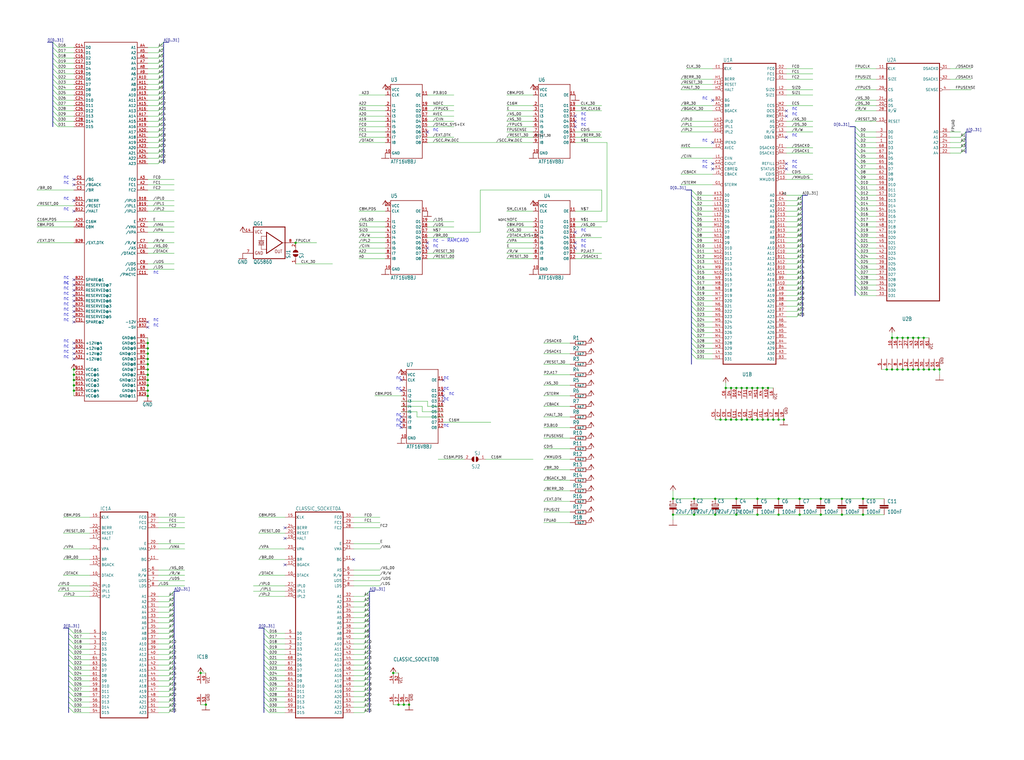
<source format=kicad_sch>
(kicad_sch (version 20231120) (generator "eeschema") (generator_version "8.0")
  (paper "User" 492.76 365.735)
  (lib_symbols
    (symbol "MC68030RC_1"
      (property "Reference" "IC" (at -0.635 -0.635 0))
      (symbol "MC68030RC_1_1_0"
        (pin input inverted (at -17.78 50.8 0) (length 5.08) (name "BR") (number "A1"))
        (pin output line (at 17.78 -35.56 180) (length 5.08) (name "A17") (number "A10"))
        (pin output line (at 17.78 -30.48 180) (length 5.08) (name "A15") (number "A11"))
        (pin output line (at 17.78 -25.4 180) (length 5.08) (name "A13") (number "A12"))
        (pin output line (at 17.78 -17.78 180) (length 5.08) (name "A10") (number "A13"))
        (pin output line (at 17.78 7.62 180) (length 5.08) (name "A0") (number "A2"))
        (pin output line (at 17.78 -68.58 180) (length 5.08) (name "A30") (number "A3"))
        (pin output line (at 17.78 -63.5 180) (length 5.08) (name "A28") (number "A4"))
        (pin output line (at 17.78 -58.42 180) (length 5.08) (name "A26") (number "A5"))
        (pin output line (at 17.78 -53.34 180) (length 5.08) (name "A24") (number "A6"))
        (pin output line (at 17.78 -50.8 180) (length 5.08) (name "A23") (number "A7"))
        (pin output line (at 17.78 -45.72 180) (length 5.08) (name "A21") (number "A8"))
        (pin output line (at 17.78 -40.64 180) (length 5.08) (name "A19") (number "A9"))
        (pin output inverted (at 17.78 45.72 180) (length 5.08) (name "RMC") (number "B1"))
        (pin output line (at 17.78 -27.94 180) (length 5.08) (name "A14") (number "B10"))
        (pin output line (at 17.78 -22.86 180) (length 5.08) (name "A12") (number "B11"))
        (pin output line (at 17.78 -12.7 180) (length 5.08) (name "A8") (number "B12"))
        (pin output line (at 17.78 -10.16 180) (length 5.08) (name "A7") (number "B13"))
        (pin output inverted (at -17.78 53.34 0) (length 5.08) (name "BG") (number "B2"))
        (pin output line (at 17.78 -71.12 180) (length 5.08) (name "A31") (number "B3"))
        (pin output line (at 17.78 -66.04 180) (length 5.08) (name "A29") (number "B4"))
        (pin output line (at 17.78 -60.96 180) (length 5.08) (name "A27") (number "B5"))
        (pin output line (at 17.78 -55.88 180) (length 5.08) (name "A25") (number "B6"))
        (pin output line (at 17.78 -48.26 180) (length 5.08) (name "A22") (number "B7"))
        (pin output line (at 17.78 -43.18 180) (length 5.08) (name "A20") (number "B8"))
        (pin output line (at 17.78 -33.02 180) (length 5.08) (name "A16") (number "B9"))
        (pin output line (at 17.78 66.04 180) (length 5.08) (name "FC1") (number "C1"))
        (pin output line (at 17.78 -20.32 180) (length 5.08) (name "A11") (number "C10"))
        (pin output line (at 17.78 -15.24 180) (length 5.08) (name "A9") (number "C11"))
        (pin output line (at 17.78 -5.08 180) (length 5.08) (name "A5") (number "C12"))
        (pin output line (at 17.78 -2.54 180) (length 5.08) (name "A4") (number "C13"))
        (pin output inverted (at -17.78 22.86 0) (length 5.08) (name "CIOUT") (number "C2"))
        (pin input inverted (at -17.78 48.26 0) (length 5.08) (name "BGACK") (number "C3"))
        (pin output line (at 17.78 5.08 180) (length 5.08) (name "A1") (number "C4"))
        (pin output line (at 17.78 -38.1 180) (length 5.08) (name "A18") (number "C8"))
        (pin output line (at 17.78 63.5 180) (length 5.08) (name "FC2") (number "D1"))
        (pin output line (at 17.78 -7.62 180) (length 5.08) (name "A6") (number "D11"))
        (pin output line (at 17.78 0 180) (length 5.08) (name "A3") (number "D12"))
        (pin output line (at 17.78 2.54 180) (length 5.08) (name "A2") (number "D13"))
        (pin output line (at 17.78 68.58 180) (length 5.08) (name "FC0") (number "D2"))
        (pin output inverted (at 17.78 48.26 180) (length 5.08) (name "OCS") (number "D3"))
        (pin no_connect line (at 17.78 11.43 180) (length 5.08) hide (name "NC") (number "D5"))
        (pin input clock (at -17.78 68.58 0) (length 5.08) (name "CLK") (number "E1"))
        (pin no_connect line (at 17.78 11.43 180) (length 5.08) hide (name "NC") (number "E12"))
        (pin output inverted (at -17.78 33.02 0) (length 5.08) (name "IPEND") (number "E13"))
        (pin input inverted (at -17.78 30.48 0) (length 5.08) (name "AVEC") (number "E2"))
        (pin input inverted (at 17.78 30.48 180) (length 5.08) (name "DSACK0") (number "F1"))
        (pin no_connect line (at 17.78 11.43 180) (length 5.08) hide (name "NC") (number "F10"))
        (pin bidirectional inverted (at -17.78 60.96 0) (length 5.08) (name "RESET") (number "F12"))
        (pin input inverted (at 17.78 15.24 180) (length 5.08) (name "MMUDIS") (number "F13"))
        (pin no_connect line (at 17.78 11.43 180) (length 5.08) hide (name "NC") (number "F4"))
        (pin input inverted (at -17.78 12.7 0) (length 5.08) (name "STERM") (number "G1"))
        (pin input inverted (at -17.78 38.1 0) (length 5.08) (name "IPL2") (number "G12"))
        (pin input inverted (at -17.78 40.64 0) (length 5.08) (name "IPL1") (number "G13"))
        (pin input inverted (at 17.78 27.94 180) (length 5.08) (name "DSACK1") (number "G2"))
        (pin input inverted (at -17.78 63.5 0) (length 5.08) (name "BERR") (number "H1"))
        (pin input inverted (at 17.78 17.78 180) (length 5.08) (name "CDIS") (number "H12"))
        (pin input inverted (at -17.78 43.18 0) (length 5.08) (name "IPL0") (number "H13"))
        (pin input inverted (at -17.78 58.42 0) (length 5.08) (name "HALT") (number "H2"))
        (pin input inverted (at -17.78 17.78 0) (length 5.08) (name "CBACK") (number "J1"))
        (pin output inverted (at 17.78 20.32 180) (length 5.08) (name "STATUS") (number "J12"))
        (pin output inverted (at 17.78 22.86 180) (length 5.08) (name "REFILL") (number "J13"))
        (pin output inverted (at 17.78 43.18 180) (length 5.08) (name "AS") (number "J2"))
        (pin output inverted (at -17.78 20.32 0) (length 5.08) (name "CBREQ") (number "K1"))
        (pin bidirectional line (at -17.78 -5.08 0) (length 5.08) (name "D5") (number "K11"))
        (pin bidirectional line (at -17.78 5.08 0) (length 5.08) (name "D1") (number "K12"))
        (pin bidirectional line (at -17.78 7.62 0) (length 5.08) (name "D0") (number "K13"))
        (pin output inverted (at 17.78 40.64 180) (length 5.08) (name "DS") (number "K2"))
        (pin output line (at 17.78 55.88 180) (length 5.08) (name "SIZ1") (number "K3"))
        (pin no_connect line (at 17.78 11.43 180) (length 5.08) hide (name "NC") (number "K5"))
        (pin input inverted (at -17.78 25.4 0) (length 5.08) (name "CIIN") (number "L1"))
        (pin bidirectional line (at -17.78 -17.78 0) (length 5.08) (name "D10") (number "L10"))
        (pin bidirectional line (at -17.78 -10.16 0) (length 5.08) (name "D7") (number "L11"))
        (pin bidirectional line (at -17.78 -2.54 0) (length 5.08) (name "D4") (number "L12"))
        (pin bidirectional line (at -17.78 2.54 0) (length 5.08) (name "D2") (number "L13"))
        (pin output line (at 17.78 58.42 180) (length 5.08) (name "SIZ0") (number "L2"))
        (pin output line (at 17.78 38.1 180) (length 5.08) (name "R/~{W}") (number "L3"))
        (pin bidirectional line (at -17.78 -68.58 0) (length 5.08) (name "D30") (number "L4"))
        (pin output inverted (at 17.78 35.56 180) (length 5.08) (name "DBEN") (number "M1"))
        (pin bidirectional line (at -17.78 -22.86 0) (length 5.08) (name "D12") (number "M10"))
        (pin bidirectional line (at -17.78 -15.24 0) (length 5.08) (name "D9") (number "M11"))
        (pin bidirectional line (at -17.78 -7.62 0) (length 5.08) (name "D6") (number "M12"))
        (pin bidirectional line (at -17.78 0 0) (length 5.08) (name "D3") (number "M13"))
        (pin output inverted (at 17.78 50.8 180) (length 5.08) (name "ECS") (number "M2"))
        (pin bidirectional line (at -17.78 -66.04 0) (length 5.08) (name "D29") (number "M3"))
        (pin bidirectional line (at -17.78 -60.96 0) (length 5.08) (name "D27") (number "M4"))
        (pin bidirectional line (at -17.78 -53.34 0) (length 5.08) (name "D24") (number "M5"))
        (pin bidirectional line (at -17.78 -48.26 0) (length 5.08) (name "D22") (number "M6"))
        (pin bidirectional line (at -17.78 -43.18 0) (length 5.08) (name "D20") (number "M7"))
        (pin bidirectional line (at -17.78 -35.56 0) (length 5.08) (name "D17") (number "M8"))
        (pin bidirectional line (at -17.78 -27.94 0) (length 5.08) (name "D14") (number "M9"))
        (pin bidirectional line (at -17.78 -71.12 0) (length 5.08) (name "D31") (number "N1"))
        (pin bidirectional line (at -17.78 -30.48 0) (length 5.08) (name "D15") (number "N10"))
        (pin bidirectional line (at -17.78 -25.4 0) (length 5.08) (name "D13") (number "N11"))
        (pin bidirectional line (at -17.78 -20.32 0) (length 5.08) (name "D11") (number "N12"))
        (pin bidirectional line (at -17.78 -12.7 0) (length 5.08) (name "D8") (number "N13"))
        (pin bidirectional line (at -17.78 -63.5 0) (length 5.08) (name "D28") (number "N2"))
        (pin bidirectional line (at -17.78 -58.42 0) (length 5.08) (name "D26") (number "N3"))
        (pin bidirectional line (at -17.78 -55.88 0) (length 5.08) (name "D25") (number "N4"))
        (pin bidirectional line (at -17.78 -50.8 0) (length 5.08) (name "D23") (number "N5"))
        (pin bidirectional line (at -17.78 -45.72 0) (length 5.08) (name "D21") (number "N6"))
        (pin bidirectional line (at -17.78 -40.64 0) (length 5.08) (name "D19") (number "N7"))
        (pin bidirectional line (at -17.78 -38.1 0) (length 5.08) (name "D18") (number "N8"))
        (pin bidirectional line (at -17.78 -33.02 0) (length 5.08) (name "D16") (number "N9"))
      )
      (symbol "MC68030RC_1_2_0"
        (text "GND" (at 19.685 -5.08 900) (effects (font (size 1.27 1.0795)) (justify left bottom)))
        (text "VCC" (at 14.605 1.905 900) (effects (font (size 1.27 1.0795)) (justify left bottom)))
        (pin power_in line (at -15.24 -7.62 90) (length 5.08) (name "GND@1") (number "C5"))
        (pin power_in line (at -10.16 7.62 270) (length 5.08) (name "VCC@1") (number "C6"))
        (pin power_in line (at -12.7 -7.62 90) (length 5.08) (name "GND@2") (number "C7"))
        (pin power_in line (at -10.16 -7.62 90) (length 5.08) (name "GND@3") (number "C9"))
        (pin power_in line (at -5.08 7.62 270) (length 5.08) (name "VCC@3") (number "D10"))
        (pin power_in line (at -7.62 7.62 270) (length 5.08) (name "VCC@2") (number "D4"))
        (pin power_in line (at -5.08 -7.62 90) (length 5.08) (name "GND@5") (number "E11"))
        (pin power_in line (at -7.62 -7.62 90) (length 5.08) (name "GND@4") (number "E3"))
        (pin power_in line (at 0 7.62 270) (length 5.08) (name "VCC@5") (number "F11"))
        (pin power_in line (at -2.54 7.62 270) (length 5.08) (name "VCC@4") (number "F2"))
        (pin power_in line (at -2.54 -7.62 90) (length 5.08) (name "GND@6") (number "F3"))
        (pin power_in line (at 2.54 -7.62 90) (length 5.08) (name "GND@8") (number "G11"))
        (pin power_in line (at 0 -7.62 90) (length 5.08) (name "GND@7") (number "G3"))
        (pin power_in line (at 5.08 7.62 270) (length 5.08) (name "VCC@7") (number "H11"))
        (pin power_in line (at 2.54 7.62 270) (length 5.08) (name "VCC@6") (number "H3"))
        (pin power_in line (at 7.62 -7.62 90) (length 5.08) (name "GND@10") (number "J11"))
        (pin power_in line (at 5.08 -7.62 90) (length 5.08) (name "GND@9") (number "J3"))
        (pin power_in line (at 10.16 7.62 270) (length 5.08) (name "VCC@9") (number "K10"))
        (pin power_in line (at 7.62 7.62 270) (length 5.08) (name "VCC@8") (number "K4"))
        (pin power_in line (at 10.16 -7.62 90) (length 5.08) (name "GND@11") (number "L5"))
        (pin power_in line (at 12.7 7.62 270) (length 5.08) (name "VCC@10") (number "L6"))
        (pin power_in line (at 12.7 -7.62 90) (length 5.08) (name "GND@12") (number "L7"))
        (pin power_in line (at 15.24 -7.62 90) (length 5.08) (name "GND@13") (number "L8"))
        (pin power_in line (at 17.78 -7.62 90) (length 5.08) (name "GND@14") (number "L9"))
      )
    )
    (symbol "Performer-SE-PL-CL-eagle-import:ATF16V8BJ"
      (property "Reference" "IC" (at -7.62 19.05 0))
      (property "Value" "ATF16V8BJ" (at -7.62 -20.32 0))
      (symbol "ATF16V8BJ_1_0"
        (pin input line (at -10.16 12.7 0) (length 2.54) (name "CLK") (number "1"))
        (pin power_in line (at -10.16 -15.24 0) (length 2.54) (name "GND") (number "10"))
        (pin input line (at 10.16 12.7 180) (length 2.54) (name "OE") (number "11"))
        (pin output line (at 10.16 -10.16 180) (length 2.54) (name "O8") (number "12"))
        (pin output line (at 10.16 -7.62 180) (length 2.54) (name "O7") (number "13"))
        (pin output line (at 10.16 -5.08 180) (length 2.54) (name "O6") (number "14"))
        (pin output line (at 10.16 -2.54 180) (length 2.54) (name "O5") (number "15"))
        (pin output line (at 10.16 0 180) (length 2.54) (name "O4") (number "16"))
        (pin output line (at 10.16 2.54 180) (length 2.54) (name "O3") (number "17"))
        (pin output line (at 10.16 5.08 180) (length 2.54) (name "O2") (number "18"))
        (pin output line (at 10.16 7.62 180) (length 2.54) (name "O1") (number "19"))
        (pin input line (at -10.16 7.62 0) (length 2.54) (name "I1") (number "2"))
        (pin power_in line (at -10.16 15.24 0) (length 2.54) (name "VCC") (number "20"))
        (pin input line (at -10.16 5.08 0) (length 2.54) (name "I2") (number "3"))
        (pin input line (at -10.16 2.54 0) (length 2.54) (name "I3") (number "4"))
        (pin input line (at -10.16 0 0) (length 2.54) (name "I4") (number "5"))
        (pin input line (at -10.16 -2.54 0) (length 2.54) (name "I5") (number "6"))
        (pin input line (at -10.16 -5.08 0) (length 2.54) (name "I6") (number "7"))
        (pin input line (at -10.16 -7.62 0) (length 2.54) (name "I7") (number "8"))
        (pin input line (at -10.16 -10.16 0) (length 2.54) (name "I8") (number "9"))
      )
    )
    (symbol "Performer-SE-PL-CL-eagle-import:C-EUC1206"
      (property "Reference" "C" (at 1.524 0.381 0))
      (property "Value" "C-EUC1206" (at 1.524 -4.699 0))
      (symbol "C-EUC1206_1_0"
        (pin passive line (at 0 2.54 270) (length 2.54) (name "1") (number "1"))
        (pin passive line (at 0 -5.08 90) (length 2.54) (name "2") (number "2"))
      )
    )
    (symbol "Performer-SE-PL-CL-eagle-import:CPOL-EUC/6032-28W"
      (property "Reference" "C" (at 1.143 0.4826 0))
      (property "Value" "CPOL-EUC{slash}6032-28W" (at 1.143 -4.5974 0))
      (symbol "CPOL-EUC/6032-28W_1_0"
        (text "+" (at -0.5842 0.4064 900) (effects (font (size 1.27 1.0795)) (justify left bottom)))
        (pin passive line (at 0 2.54 270) (length 2.54) (name "+") (number "+"))
        (pin passive line (at 0 -5.08 90) (length 2.54) (name "-") (number "-"))
      )
    )
    (symbol "Performer-SE-PL-CL-eagle-import:GND" (power)
      (property "Value" "GND" (at -2.54 -2.54 0))
      (symbol "GND_1_0"
        (pin power_in line (at 0 2.54 270) (length 2.54) (name "GND") (number "1"))
      )
    )
    (symbol "Performer-SE-PL-CL-eagle-import:MAC_SE_PDS"
      (symbol "MAC_SE_PDS_1_0"
        (pin bidirectional line (at 17.78 15.24 180) (length 5.08) (name "FC2") (number "A1"))
        (pin bidirectional line (at 17.78 68.58 180) (length 5.08) (name "A7") (number "A10"))
        (pin bidirectional line (at 17.78 66.04 180) (length 5.08) (name "A8") (number "A11"))
        (pin bidirectional line (at 17.78 63.5 180) (length 5.08) (name "A9") (number "A12"))
        (pin bidirectional line (at 17.78 60.96 180) (length 5.08) (name "A10") (number "A13"))
        (pin bidirectional line (at 17.78 58.42 180) (length 5.08) (name "A11") (number "A14"))
        (pin bidirectional line (at 17.78 55.88 180) (length 5.08) (name "A12") (number "A15"))
        (pin bidirectional line (at 17.78 53.34 180) (length 5.08) (name "A13") (number "A16"))
        (pin bidirectional line (at 17.78 50.8 180) (length 5.08) (name "A14") (number "A17"))
        (pin bidirectional line (at 17.78 48.26 180) (length 5.08) (name "A15") (number "A18"))
        (pin bidirectional line (at 17.78 45.72 180) (length 5.08) (name "A16") (number "A19"))
        (pin bidirectional line (at 17.78 17.78 180) (length 5.08) (name "FC1") (number "A2"))
        (pin bidirectional line (at 17.78 43.18 180) (length 5.08) (name "A17") (number "A20"))
        (pin bidirectional line (at 17.78 40.64 180) (length 5.08) (name "A18") (number "A21"))
        (pin bidirectional line (at 17.78 38.1 180) (length 5.08) (name "A19") (number "A22"))
        (pin bidirectional line (at 17.78 35.56 180) (length 5.08) (name "A20") (number "A23"))
        (pin bidirectional line (at 17.78 33.02 180) (length 5.08) (name "A21") (number "A24"))
        (pin bidirectional line (at 17.78 30.48 180) (length 5.08) (name "A22") (number "A25"))
        (pin bidirectional line (at 17.78 27.94 180) (length 5.08) (name "A23") (number "A26"))
        (pin bidirectional line (at 17.78 0 180) (length 5.08) (name "E") (number "A27"))
        (pin bidirectional line (at -17.78 -2.54 0) (length 5.08) (name "C8M") (number "A28"))
        (pin bidirectional line (at -17.78 0 0) (length 5.08) (name "C16M") (number "A29"))
        (pin bidirectional line (at 17.78 20.32 180) (length 5.08) (name "FC0") (number "A3"))
        (pin bidirectional line (at 17.78 -78.74 180) (length 5.08) (name "GND@1") (number "A30"))
        (pin bidirectional line (at -17.78 -66.04 0) (length 5.08) (name "+12V@1") (number "A31"))
        (pin bidirectional line (at -17.78 -63.5 0) (length 5.08) (name "+12V@2") (number "A32"))
        (pin bidirectional line (at 17.78 83.82 180) (length 5.08) (name "A1") (number "A4"))
        (pin bidirectional line (at 17.78 81.28 180) (length 5.08) (name "A2") (number "A5"))
        (pin bidirectional line (at 17.78 78.74 180) (length 5.08) (name "A3") (number "A6"))
        (pin bidirectional line (at 17.78 76.2 180) (length 5.08) (name "A4") (number "A7"))
        (pin bidirectional line (at 17.78 73.66 180) (length 5.08) (name "A5") (number "A8"))
        (pin bidirectional line (at 17.78 71.12 180) (length 5.08) (name "A6") (number "A9"))
        (pin bidirectional line (at 17.78 -73.66 180) (length 5.08) (name "GND@2") (number "B1"))
        (pin bidirectional line (at -17.78 -33.02 0) (length 5.08) (name "RESERVED@1") (number "B10"))
        (pin bidirectional line (at -17.78 -35.56 0) (length 5.08) (name "RESERVED@2") (number "B11"))
        (pin bidirectional line (at -17.78 5.08 0) (length 5.08) (name "/HALT") (number "B12"))
        (pin bidirectional line (at -17.78 -71.12 0) (length 5.08) (name "VCC@1") (number "B13"))
        (pin bidirectional line (at -17.78 -76.2 0) (length 5.08) (name "VCC@2") (number "B14"))
        (pin bidirectional line (at -17.78 -78.74 0) (length 5.08) (name "VCC@3") (number "B15"))
        (pin bidirectional line (at -17.78 -81.28 0) (length 5.08) (name "VCC@4") (number "B16"))
        (pin bidirectional line (at -17.78 -83.82 0) (length 5.08) (name "VCC@5") (number "B17"))
        (pin bidirectional line (at 17.78 10.16 180) (length 5.08) (name "/IPL0") (number "B18"))
        (pin bidirectional line (at 17.78 7.62 180) (length 5.08) (name "/IPL1") (number "B19"))
        (pin bidirectional line (at 17.78 -66.04 180) (length 5.08) (name "GND@3") (number "B2"))
        (pin bidirectional line (at 17.78 5.08 180) (length 5.08) (name "/IPL2") (number "B20"))
        (pin bidirectional line (at -17.78 10.16 0) (length 5.08) (name "/BERR") (number "B21"))
        (pin bidirectional line (at -17.78 -27.94 0) (length 5.08) (name "SPARE@1") (number "B22"))
        (pin bidirectional line (at -17.78 -40.64 0) (length 5.08) (name "RESERVED@3") (number "B23"))
        (pin bidirectional line (at -17.78 -43.18 0) (length 5.08) (name "RESERVED@4") (number "B24"))
        (pin bidirectional line (at -17.78 -45.72 0) (length 5.08) (name "RESERVED@5") (number "B25"))
        (pin bidirectional line (at -17.78 -38.1 0) (length 5.08) (name "RESERVED@6") (number "B26"))
        (pin bidirectional line (at -17.78 -30.48 0) (length 5.08) (name "RESERVED@7") (number "B27"))
        (pin bidirectional line (at -17.78 -10.16 0) (length 5.08) (name "/EXT.DTK") (number "B28"))
        (pin bidirectional line (at 17.78 -83.82 180) (length 5.08) (name "GND@11") (number "B29"))
        (pin bidirectional line (at 17.78 -81.28 180) (length 5.08) (name "GND@4") (number "B3"))
        (pin bidirectional line (at -17.78 -60.96 0) (length 5.08) (name "+12V@3") (number "B30"))
        (pin bidirectional line (at -17.78 -58.42 0) (length 5.08) (name "+12V@4") (number "B31"))
        (pin bidirectional line (at 17.78 -50.8 180) (length 5.08) (name "-5V") (number "B32"))
        (pin bidirectional line (at 17.78 -58.42 180) (length 5.08) (name "GND@5") (number "B4"))
        (pin bidirectional line (at 17.78 -55.88 180) (length 5.08) (name "GND@6") (number "B5"))
        (pin bidirectional line (at 17.78 -71.12 180) (length 5.08) (name "GND@7") (number "B6"))
        (pin bidirectional line (at 17.78 -68.58 180) (length 5.08) (name "GND@8") (number "B7"))
        (pin bidirectional line (at 17.78 -60.96 180) (length 5.08) (name "GND@9") (number "B8"))
        (pin bidirectional line (at 17.78 -63.5 180) (length 5.08) (name "GND@10") (number "B9"))
        (pin bidirectional line (at 17.78 -5.08 180) (length 5.08) (name "/VPA") (number "C1"))
        (pin bidirectional line (at 17.78 -12.7 180) (length 5.08) (name "/AS") (number "C10"))
        (pin bidirectional line (at 17.78 -25.4 180) (length 5.08) (name "/PMCYC") (number "C11"))
        (pin bidirectional line (at -17.78 7.62 0) (length 5.08) (name "/RESET") (number "C12"))
        (pin bidirectional line (at -17.78 -73.66 0) (length 5.08) (name "VCC@6") (number "C13"))
        (pin bidirectional line (at -17.78 83.82 0) (length 5.08) (name "D0") (number "C14"))
        (pin bidirectional line (at -17.78 81.28 0) (length 5.08) (name "D1") (number "C15"))
        (pin bidirectional line (at -17.78 78.74 0) (length 5.08) (name "D2") (number "C16"))
        (pin bidirectional line (at -17.78 76.2 0) (length 5.08) (name "D3") (number "C17"))
        (pin bidirectional line (at -17.78 73.66 0) (length 5.08) (name "D4") (number "C18"))
        (pin bidirectional line (at -17.78 71.12 0) (length 5.08) (name "D5") (number "C19"))
        (pin bidirectional line (at 17.78 -2.54 180) (length 5.08) (name "/VMA") (number "C2"))
        (pin bidirectional line (at -17.78 68.58 0) (length 5.08) (name "D6") (number "C20"))
        (pin bidirectional line (at -17.78 66.04 0) (length 5.08) (name "D7") (number "C21"))
        (pin bidirectional line (at -17.78 63.5 0) (length 5.08) (name "D8") (number "C22"))
        (pin bidirectional line (at -17.78 60.96 0) (length 5.08) (name "D9") (number "C23"))
        (pin bidirectional line (at -17.78 58.42 0) (length 5.08) (name "D10") (number "C24"))
        (pin bidirectional line (at -17.78 55.88 0) (length 5.08) (name "D11") (number "C25"))
        (pin bidirectional line (at -17.78 53.34 0) (length 5.08) (name "D12") (number "C26"))
        (pin bidirectional line (at -17.78 50.8 0) (length 5.08) (name "D13") (number "C27"))
        (pin bidirectional line (at -17.78 48.26 0) (length 5.08) (name "D14") (number "C28"))
        (pin bidirectional line (at -17.78 45.72 0) (length 5.08) (name "D15") (number "C29"))
        (pin bidirectional line (at -17.78 15.24 0) (length 5.08) (name "/BR") (number "C3"))
        (pin bidirectional line (at 17.78 -76.2 180) (length 5.08) (name "GND@12") (number "C30"))
        (pin bidirectional line (at -17.78 -48.26 0) (length 5.08) (name "SPARE@2") (number "C31"))
        (pin bidirectional line (at 17.78 -48.26 180) (length 5.08) (name "-12V") (number "C32"))
        (pin bidirectional line (at -17.78 17.78 0) (length 5.08) (name "/BGACK") (number "C4"))
        (pin bidirectional line (at -17.78 20.32 0) (length 5.08) (name "/BG") (number "C5"))
        (pin bidirectional line (at 17.78 -15.24 180) (length 5.08) (name "/DTACK") (number "C6"))
        (pin bidirectional line (at 17.78 -10.16 180) (length 5.08) (name "/R/W") (number "C7"))
        (pin bidirectional line (at 17.78 -22.86 180) (length 5.08) (name "/LDS") (number "C8"))
        (pin bidirectional line (at 17.78 -20.32 180) (length 5.08) (name "/UDS") (number "C9"))
      )
    )
    (symbol "Performer-SE-PL-CL-eagle-import:MC68000FN-SOC"
      (property "Reference" "IC" (at -0.635 -0.635 0))
      (symbol "MC68000FN-SOC_1_0"
        (pin bidirectional line (at -17.78 -20.32 0) (length 5.08) (name "D4") (number "1"))
        (pin input inverted (at -17.78 17.78 0) (length 5.08) (name "DTACK") (number "10"))
        (pin output inverted (at 15.24 25.4 180) (length 5.08) (name "BG") (number "11"))
        (pin input inverted (at -17.78 22.86 0) (length 5.08) (name "BGACK") (number "12"))
        (pin input inverted (at -17.78 25.4 0) (length 5.08) (name "BR") (number "13"))
        (pin input clock (at -17.78 45.72 0) (length 5.08) (name "CLK") (number "15"))
        (pin no_connect line (at -17.78 -2.54 0) (length 5.08) hide (name "NC") (number "18"))
        (pin bidirectional inverted (at -17.78 35.56 0) (length 5.08) (name "HALT") (number "19"))
        (pin bidirectional line (at -17.78 -17.78 0) (length 5.08) (name "D3") (number "2"))
        (pin bidirectional inverted (at -17.78 38.1 0) (length 5.08) (name "RESET") (number "20"))
        (pin output inverted (at 15.24 30.48 180) (length 5.08) (name "VMA") (number "21"))
        (pin output line (at 15.24 33.02 180) (length 5.08) (name "E") (number "22"))
        (pin input inverted (at -17.78 30.48 0) (length 5.08) (name "VPA") (number "23"))
        (pin input inverted (at -17.78 40.64 0) (length 5.08) (name "BERR") (number "24"))
        (pin input inverted (at -17.78 7.62 0) (length 5.08) (name "IPL2") (number "25"))
        (pin input inverted (at -17.78 10.16 0) (length 5.08) (name "IPL1") (number "26"))
        (pin input inverted (at -17.78 12.7 0) (length 5.08) (name "IPL0") (number "27"))
        (pin output line (at 15.24 40.64 180) (length 5.08) (name "FC2") (number "28"))
        (pin output line (at 15.24 43.18 180) (length 5.08) (name "FC1") (number "29"))
        (pin bidirectional line (at -17.78 -15.24 0) (length 5.08) (name "D2") (number "3"))
        (pin output line (at 15.24 45.72 180) (length 5.08) (name "FC0") (number "30"))
        (pin no_connect line (at -17.78 -5.08 0) (length 5.08) hide (name "NC") (number "31"))
        (pin output line (at 15.24 7.62 180) (length 5.08) (name "A1") (number "32"))
        (pin output line (at 15.24 5.08 180) (length 5.08) (name "A2") (number "33"))
        (pin output line (at 15.24 2.54 180) (length 5.08) (name "A3") (number "34"))
        (pin output line (at 15.24 0 180) (length 5.08) (name "A4") (number "35"))
        (pin output line (at 15.24 -2.54 180) (length 5.08) (name "A5") (number "36"))
        (pin output line (at 15.24 -5.08 180) (length 5.08) (name "A6") (number "37"))
        (pin output line (at 15.24 -7.62 180) (length 5.08) (name "A7") (number "38"))
        (pin output line (at 15.24 -10.16 180) (length 5.08) (name "A8") (number "39"))
        (pin bidirectional line (at -17.78 -12.7 0) (length 5.08) (name "D1") (number "4"))
        (pin output line (at 15.24 -12.7 180) (length 5.08) (name "A9") (number "40"))
        (pin output line (at 15.24 -15.24 180) (length 5.08) (name "A10") (number "41"))
        (pin output line (at 15.24 -17.78 180) (length 5.08) (name "A11") (number "42"))
        (pin output line (at 15.24 -20.32 180) (length 5.08) (name "A12") (number "43"))
        (pin output line (at 15.24 -22.86 180) (length 5.08) (name "A13") (number "44"))
        (pin output line (at 15.24 -25.4 180) (length 5.08) (name "A14") (number "45"))
        (pin output line (at 15.24 -27.94 180) (length 5.08) (name "A15") (number "46"))
        (pin output line (at 15.24 -30.48 180) (length 5.08) (name "A16") (number "47"))
        (pin output line (at 15.24 -33.02 180) (length 5.08) (name "A17") (number "48"))
        (pin output line (at 15.24 -35.56 180) (length 5.08) (name "A18") (number "49"))
        (pin bidirectional line (at -17.78 -10.16 0) (length 5.08) (name "D0") (number "5"))
        (pin output line (at 15.24 -38.1 180) (length 5.08) (name "A19") (number "50"))
        (pin output line (at 15.24 -40.64 180) (length 5.08) (name "A20") (number "51"))
        (pin output line (at 15.24 -43.18 180) (length 5.08) (name "A21") (number "53"))
        (pin output line (at 15.24 -45.72 180) (length 5.08) (name "A22") (number "54"))
        (pin output line (at 15.24 -48.26 180) (length 5.08) (name "A23") (number "55"))
        (pin bidirectional line (at -17.78 -48.26 0) (length 5.08) (name "D15") (number "58"))
        (pin bidirectional line (at -17.78 -45.72 0) (length 5.08) (name "D14") (number "59"))
        (pin output inverted (at 15.24 20.32 180) (length 5.08) (name "AS") (number "6"))
        (pin bidirectional line (at -17.78 -43.18 0) (length 5.08) (name "D13") (number "60"))
        (pin bidirectional line (at -17.78 -40.64 0) (length 5.08) (name "D12") (number "61"))
        (pin bidirectional line (at -17.78 -38.1 0) (length 5.08) (name "D11") (number "62"))
        (pin bidirectional line (at -17.78 -35.56 0) (length 5.08) (name "D10") (number "63"))
        (pin bidirectional line (at -17.78 -33.02 0) (length 5.08) (name "D9") (number "64"))
        (pin bidirectional line (at -17.78 -30.48 0) (length 5.08) (name "D8") (number "65"))
        (pin bidirectional line (at -17.78 -27.94 0) (length 5.08) (name "D7") (number "66"))
        (pin bidirectional line (at -17.78 -25.4 0) (length 5.08) (name "D6") (number "67"))
        (pin bidirectional line (at -17.78 -22.86 0) (length 5.08) (name "D5") (number "68"))
        (pin output inverted (at 15.24 15.24 180) (length 5.08) (name "UDS") (number "7"))
        (pin output inverted (at 15.24 12.7 180) (length 5.08) (name "LDS") (number "8"))
        (pin output line (at 15.24 17.78 180) (length 5.08) (name "R/W") (number "9"))
      )
      (symbol "MC68000FN-SOC_2_0"
        (text "GND" (at 9.525 -5.842 900) (effects (font (size 1.27 1.0795)) (justify left bottom)))
        (text "VCC" (at 4.445 2.54 900) (effects (font (size 1.27 1.0795)) (justify left bottom)))
        (pin power_in line (at 0 7.62 270) (length 5.08) (name "VCC@1") (number "14"))
        (pin power_in line (at 0 -7.62 90) (length 5.08) (name "GND@1") (number "16"))
        (pin power_in line (at 2.54 -7.62 90) (length 5.08) (name "GND@2") (number "17"))
        (pin power_in line (at 2.54 7.62 270) (length 5.08) (name "VCC@2") (number "52"))
        (pin power_in line (at 5.08 -7.62 90) (length 5.08) (name "GND@3") (number "56"))
        (pin power_in line (at 7.62 -7.62 90) (length 5.08) (name "GND@4") (number "57"))
      )
    )
    (symbol "Performer-SE-PL-CL-eagle-import:MC68000P"
      (property "Reference" "IC" (at -0.635 -0.635 0))
      (symbol "MC68000P_1_0"
        (pin bidirectional line (at -17.78 -20.32 0) (length 5.08) (name "D4") (number "1"))
        (pin input inverted (at -17.78 17.78 0) (length 5.08) (name "DTACK") (number "10"))
        (pin output inverted (at 15.24 25.4 180) (length 5.08) (name "BG") (number "11"))
        (pin input inverted (at -17.78 22.86 0) (length 5.08) (name "BGACK") (number "12"))
        (pin input inverted (at -17.78 25.4 0) (length 5.08) (name "BR") (number "13"))
        (pin input clock (at -17.78 45.72 0) (length 5.08) (name "CLK") (number "15"))
        (pin bidirectional inverted (at -17.78 35.56 0) (length 5.08) (name "HALT") (number "17"))
        (pin bidirectional inverted (at -17.78 38.1 0) (length 5.08) (name "RESET") (number "18"))
        (pin output inverted (at 15.24 30.48 180) (length 5.08) (name "VMA") (number "19"))
        (pin bidirectional line (at -17.78 -17.78 0) (length 5.08) (name "D3") (number "2"))
        (pin output line (at 15.24 33.02 180) (length 5.08) (name "E") (number "20"))
        (pin input inverted (at -17.78 30.48 0) (length 5.08) (name "VPA") (number "21"))
        (pin input inverted (at -17.78 40.64 0) (length 5.08) (name "BERR") (number "22"))
        (pin input inverted (at -17.78 7.62 0) (length 5.08) (name "IPL2") (number "23"))
        (pin input inverted (at -17.78 10.16 0) (length 5.08) (name "IPL1") (number "24"))
        (pin input inverted (at -17.78 12.7 0) (length 5.08) (name "IPL0") (number "25"))
        (pin output line (at 15.24 40.64 180) (length 5.08) (name "FC2") (number "26"))
        (pin output line (at 15.24 43.18 180) (length 5.08) (name "FC1") (number "27"))
        (pin output line (at 15.24 45.72 180) (length 5.08) (name "FC0") (number "28"))
        (pin output line (at 15.24 7.62 180) (length 5.08) (name "A1") (number "29"))
        (pin bidirectional line (at -17.78 -15.24 0) (length 5.08) (name "D2") (number "3"))
        (pin output line (at 15.24 5.08 180) (length 5.08) (name "A2") (number "30"))
        (pin output line (at 15.24 2.54 180) (length 5.08) (name "A3") (number "31"))
        (pin output line (at 15.24 0 180) (length 5.08) (name "A4") (number "32"))
        (pin output line (at 15.24 -2.54 180) (length 5.08) (name "A5") (number "33"))
        (pin output line (at 15.24 -5.08 180) (length 5.08) (name "A6") (number "34"))
        (pin output line (at 15.24 -7.62 180) (length 5.08) (name "A7") (number "35"))
        (pin output line (at 15.24 -10.16 180) (length 5.08) (name "A8") (number "36"))
        (pin output line (at 15.24 -12.7 180) (length 5.08) (name "A9") (number "37"))
        (pin output line (at 15.24 -15.24 180) (length 5.08) (name "A10") (number "38"))
        (pin output line (at 15.24 -17.78 180) (length 5.08) (name "A11") (number "39"))
        (pin bidirectional line (at -17.78 -12.7 0) (length 5.08) (name "D1") (number "4"))
        (pin output line (at 15.24 -20.32 180) (length 5.08) (name "A12") (number "40"))
        (pin output line (at 15.24 -22.86 180) (length 5.08) (name "A13") (number "41"))
        (pin output line (at 15.24 -25.4 180) (length 5.08) (name "A14") (number "42"))
        (pin output line (at 15.24 -27.94 180) (length 5.08) (name "A15") (number "43"))
        (pin output line (at 15.24 -30.48 180) (length 5.08) (name "A16") (number "44"))
        (pin output line (at 15.24 -33.02 180) (length 5.08) (name "A17") (number "45"))
        (pin output line (at 15.24 -35.56 180) (length 5.08) (name "A18") (number "46"))
        (pin output line (at 15.24 -38.1 180) (length 5.08) (name "A19") (number "47"))
        (pin output line (at 15.24 -40.64 180) (length 5.08) (name "A20") (number "48"))
        (pin bidirectional line (at -17.78 -10.16 0) (length 5.08) (name "D0") (number "5"))
        (pin output line (at 15.24 -43.18 180) (length 5.08) (name "A21") (number "50"))
        (pin output line (at 15.24 -45.72 180) (length 5.08) (name "A22") (number "51"))
        (pin output line (at 15.24 -48.26 180) (length 5.08) (name "A23") (number "52"))
        (pin bidirectional line (at -17.78 -48.26 0) (length 5.08) (name "D15") (number "54"))
        (pin bidirectional line (at -17.78 -45.72 0) (length 5.08) (name "D14") (number "55"))
        (pin bidirectional line (at -17.78 -43.18 0) (length 5.08) (name "D13") (number "56"))
        (pin bidirectional line (at -17.78 -40.64 0) (length 5.08) (name "D12") (number "57"))
        (pin bidirectional line (at -17.78 -38.1 0) (length 5.08) (name "D11") (number "58"))
        (pin bidirectional line (at -17.78 -35.56 0) (length 5.08) (name "D10") (number "59"))
        (pin output inverted (at 15.24 20.32 180) (length 5.08) (name "AS") (number "6"))
        (pin bidirectional line (at -17.78 -33.02 0) (length 5.08) (name "D9") (number "60"))
        (pin bidirectional line (at -17.78 -30.48 0) (length 5.08) (name "D8") (number "61"))
        (pin bidirectional line (at -17.78 -27.94 0) (length 5.08) (name "D7") (number "62"))
        (pin bidirectional line (at -17.78 -25.4 0) (length 5.08) (name "D6") (number "63"))
        (pin bidirectional line (at -17.78 -22.86 0) (length 5.08) (name "D5") (number "64"))
        (pin output inverted (at 15.24 15.24 180) (length 5.08) (name "UDS") (number "7"))
        (pin output inverted (at 15.24 12.7 180) (length 5.08) (name "LDS") (number "8"))
        (pin output line (at 15.24 17.78 180) (length 5.08) (name "R/W") (number "9"))
      )
      (symbol "MC68000P_2_0"
        (text "GND" (at 4.445 -5.842 900) (effects (font (size 1.27 1.0795)) (justify left bottom)))
        (text "VCC" (at 4.445 2.54 900) (effects (font (size 1.27 1.0795)) (justify left bottom)))
        (pin power_in line (at 0 7.62 270) (length 5.08) (name "VCC@1") (number "14"))
        (pin power_in line (at 0 -7.62 90) (length 5.08) (name "GND@1") (number "16"))
        (pin power_in line (at 2.54 7.62 270) (length 5.08) (name "VCC@2") (number "49"))
        (pin power_in line (at 2.54 -7.62 90) (length 5.08) (name "GND@2") (number "53"))
      )
    )
    (symbol "Performer-SE-PL-CL-eagle-import:MC68030RC"
      (property "Reference" "IC" (at -0.635 -0.635 0))
      (symbol "MC68030RC_1_0"
        (pin input inverted (at -17.78 50.8 0) (length 5.08) (name "BR") (number "A1"))
        (pin output line (at 17.78 -35.56 180) (length 5.08) (name "A17") (number "A10"))
        (pin output line (at 17.78 -30.48 180) (length 5.08) (name "A15") (number "A11"))
        (pin output line (at 17.78 -25.4 180) (length 5.08) (name "A13") (number "A12"))
        (pin output line (at 17.78 -17.78 180) (length 5.08) (name "A10") (number "A13"))
        (pin output line (at 17.78 7.62 180) (length 5.08) (name "A0") (number "A2"))
        (pin output line (at 17.78 -68.58 180) (length 5.08) (name "A30") (number "A3"))
        (pin output line (at 17.78 -63.5 180) (length 5.08) (name "A28") (number "A4"))
        (pin output line (at 17.78 -58.42 180) (length 5.08) (name "A26") (number "A5"))
        (pin output line (at 17.78 -53.34 180) (length 5.08) (name "A24") (number "A6"))
        (pin output line (at 17.78 -50.8 180) (length 5.08) (name "A23") (number "A7"))
        (pin output line (at 17.78 -45.72 180) (length 5.08) (name "A21") (number "A8"))
        (pin output line (at 17.78 -40.64 180) (length 5.08) (name "A19") (number "A9"))
        (pin output inverted (at 17.78 45.72 180) (length 5.08) (name "RMC") (number "B1"))
        (pin output line (at 17.78 -27.94 180) (length 5.08) (name "A14") (number "B10"))
        (pin output line (at 17.78 -22.86 180) (length 5.08) (name "A12") (number "B11"))
        (pin output line (at 17.78 -12.7 180) (length 5.08) (name "A8") (number "B12"))
        (pin output line (at 17.78 -10.16 180) (length 5.08) (name "A7") (number "B13"))
        (pin output inverted (at -17.78 53.34 0) (length 5.08) (name "BG") (number "B2"))
        (pin output line (at 17.78 -71.12 180) (length 5.08) (name "A31") (number "B3"))
        (pin output line (at 17.78 -66.04 180) (length 5.08) (name "A29") (number "B4"))
        (pin output line (at 17.78 -60.96 180) (length 5.08) (name "A27") (number "B5"))
        (pin output line (at 17.78 -55.88 180) (length 5.08) (name "A25") (number "B6"))
        (pin output line (at 17.78 -48.26 180) (length 5.08) (name "A22") (number "B7"))
        (pin output line (at 17.78 -43.18 180) (length 5.08) (name "A20") (number "B8"))
        (pin output line (at 17.78 -33.02 180) (length 5.08) (name "A16") (number "B9"))
        (pin output line (at 17.78 66.04 180) (length 5.08) (name "FC1") (number "C1"))
        (pin output line (at 17.78 -20.32 180) (length 5.08) (name "A11") (number "C10"))
        (pin output line (at 17.78 -15.24 180) (length 5.08) (name "A9") (number "C11"))
        (pin output line (at 17.78 -5.08 180) (length 5.08) (name "A5") (number "C12"))
        (pin output line (at 17.78 -2.54 180) (length 5.08) (name "A4") (number "C13"))
        (pin output inverted (at -17.78 22.86 0) (length 5.08) (name "CIOUT") (number "C2"))
        (pin input inverted (at -17.78 48.26 0) (length 5.08) (name "BGACK") (number "C3"))
        (pin output line (at 17.78 5.08 180) (length 5.08) (name "A1") (number "C4"))
        (pin output line (at 17.78 -38.1 180) (length 5.08) (name "A18") (number "C8"))
        (pin output line (at 17.78 63.5 180) (length 5.08) (name "FC2") (number "D1"))
        (pin output line (at 17.78 -7.62 180) (length 5.08) (name "A6") (number "D11"))
        (pin output line (at 17.78 0 180) (length 5.08) (name "A3") (number "D12"))
        (pin output line (at 17.78 2.54 180) (length 5.08) (name "A2") (number "D13"))
        (pin output line (at 17.78 68.58 180) (length 5.08) (name "FC0") (number "D2"))
        (pin output inverted (at 17.78 48.26 180) (length 5.08) (name "OCS") (number "D3"))
        (pin input clock (at -17.78 68.58 0) (length 5.08) (name "CLK") (number "E1"))
        (pin output inverted (at -17.78 33.02 0) (length 5.08) (name "IPEND") (number "E13"))
        (pin input inverted (at -17.78 30.48 0) (length 5.08) (name "AVEC") (number "E2"))
        (pin input inverted (at 17.78 30.48 180) (length 5.08) (name "DSACK0") (number "F1"))
        (pin bidirectional inverted (at -17.78 60.96 0) (length 5.08) (name "RESET") (number "F12"))
        (pin input inverted (at 17.78 15.24 180) (length 5.08) (name "MMUDIS") (number "F13"))
        (pin input inverted (at -17.78 12.7 0) (length 5.08) (name "STERM") (number "G1"))
        (pin input inverted (at -17.78 38.1 0) (length 5.08) (name "IPL2") (number "G12"))
        (pin input inverted (at -17.78 40.64 0) (length 5.08) (name "IPL1") (number "G13"))
        (pin input inverted (at 17.78 27.94 180) (length 5.08) (name "DSACK1") (number "G2"))
        (pin input inverted (at -17.78 63.5 0) (length 5.08) (name "BERR") (number "H1"))
        (pin input inverted (at 17.78 17.78 180) (length 5.08) (name "CDIS") (number "H12"))
        (pin input inverted (at -17.78 43.18 0) (length 5.08) (name "IPL0") (number "H13"))
        (pin input inverted (at -17.78 58.42 0) (length 5.08) (name "HALT") (number "H2"))
        (pin input inverted (at -17.78 17.78 0) (length 5.08) (name "CBACK") (number "J1"))
        (pin output inverted (at 17.78 20.32 180) (length 5.08) (name "STATUS") (number "J12"))
        (pin output inverted (at 17.78 22.86 180) (length 5.08) (name "REFILL") (number "J13"))
        (pin output inverted (at 17.78 43.18 180) (length 5.08) (name "AS") (number "J2"))
        (pin output inverted (at -17.78 20.32 0) (length 5.08) (name "CBREQ") (number "K1"))
        (pin bidirectional line (at -17.78 -5.08 0) (length 5.08) (name "D5") (number "K11"))
        (pin bidirectional line (at -17.78 5.08 0) (length 5.08) (name "D1") (number "K12"))
        (pin bidirectional line (at -17.78 7.62 0) (length 5.08) (name "D0") (number "K13"))
        (pin output inverted (at 17.78 40.64 180) (length 5.08) (name "DS") (number "K2"))
        (pin output line (at 17.78 55.88 180) (length 5.08) (name "SIZ1") (number "K3"))
        (pin input inverted (at -17.78 25.4 0) (length 5.08) (name "CIIN") (number "L1"))
        (pin bidirectional line (at -17.78 -17.78 0) (length 5.08) (name "D10") (number "L10"))
        (pin bidirectional line (at -17.78 -10.16 0) (length 5.08) (name "D7") (number "L11"))
        (pin bidirectional line (at -17.78 -2.54 0) (length 5.08) (name "D4") (number "L12"))
        (pin bidirectional line (at -17.78 2.54 0) (length 5.08) (name "D2") (number "L13"))
        (pin output line (at 17.78 58.42 180) (length 5.08) (name "SIZ0") (number "L2"))
        (pin output line (at 17.78 38.1 180) (length 5.08) (name "R/~{W}") (number "L3"))
        (pin bidirectional line (at -17.78 -68.58 0) (length 5.08) (name "D30") (number "L4"))
        (pin output inverted (at 17.78 35.56 180) (length 5.08) (name "DBEN") (number "M1"))
        (pin bidirectional line (at -17.78 -22.86 0) (length 5.08) (name "D12") (number "M10"))
        (pin bidirectional line (at -17.78 -15.24 0) (length 5.08) (name "D9") (number "M11"))
        (pin bidirectional line (at -17.78 -7.62 0) (length 5.08) (name "D6") (number "M12"))
        (pin bidirectional line (at -17.78 0 0) (length 5.08) (name "D3") (number "M13"))
        (pin output inverted (at 17.78 50.8 180) (length 5.08) (name "ECS") (number "M2"))
        (pin bidirectional line (at -17.78 -66.04 0) (length 5.08) (name "D29") (number "M3"))
        (pin bidirectional line (at -17.78 -60.96 0) (length 5.08) (name "D27") (number "M4"))
        (pin bidirectional line (at -17.78 -53.34 0) (length 5.08) (name "D24") (number "M5"))
        (pin bidirectional line (at -17.78 -48.26 0) (length 5.08) (name "D22") (number "M6"))
        (pin bidirectional line (at -17.78 -43.18 0) (length 5.08) (name "D20") (number "M7"))
        (pin bidirectional line (at -17.78 -35.56 0) (length 5.08) (name "D17") (number "M8"))
        (pin bidirectional line (at -17.78 -27.94 0) (length 5.08) (name "D14") (number "M9"))
        (pin bidirectional line (at -17.78 -71.12 0) (length 5.08) (name "D31") (number "N1"))
        (pin bidirectional line (at -17.78 -30.48 0) (length 5.08) (name "D15") (number "N10"))
        (pin bidirectional line (at -17.78 -25.4 0) (length 5.08) (name "D13") (number "N11"))
        (pin bidirectional line (at -17.78 -20.32 0) (length 5.08) (name "D11") (number "N12"))
        (pin bidirectional line (at -17.78 -12.7 0) (length 5.08) (name "D8") (number "N13"))
        (pin bidirectional line (at -17.78 -63.5 0) (length 5.08) (name "D28") (number "N2"))
        (pin bidirectional line (at -17.78 -58.42 0) (length 5.08) (name "D26") (number "N3"))
        (pin bidirectional line (at -17.78 -55.88 0) (length 5.08) (name "D25") (number "N4"))
        (pin bidirectional line (at -17.78 -50.8 0) (length 5.08) (name "D23") (number "N5"))
        (pin bidirectional line (at -17.78 -45.72 0) (length 5.08) (name "D21") (number "N6"))
        (pin bidirectional line (at -17.78 -40.64 0) (length 5.08) (name "D19") (number "N7"))
        (pin bidirectional line (at -17.78 -38.1 0) (length 5.08) (name "D18") (number "N8"))
        (pin bidirectional line (at -17.78 -33.02 0) (length 5.08) (name "D16") (number "N9"))
      )
      (symbol "MC68030RC_2_0"
        (text "GND" (at 19.685 -5.08 900) (effects (font (size 1.27 1.0795)) (justify left bottom)))
        (text "VCC" (at 14.605 1.905 900) (effects (font (size 1.27 1.0795)) (justify left bottom)))
        (pin power_in line (at -15.24 -7.62 90) (length 5.08) (name "GND@1") (number "C5"))
        (pin power_in line (at -10.16 7.62 270) (length 5.08) (name "VCC@1") (number "C6"))
        (pin power_in line (at -12.7 -7.62 90) (length 5.08) (name "GND@2") (number "C7"))
        (pin power_in line (at -10.16 -7.62 90) (length 5.08) (name "GND@3") (number "C9"))
        (pin power_in line (at -5.08 7.62 270) (length 5.08) (name "VCC@3") (number "D10"))
        (pin power_in line (at -7.62 7.62 270) (length 5.08) (name "VCC@2") (number "D4"))
        (pin power_in line (at -5.08 -7.62 90) (length 5.08) (name "GND@5") (number "E11"))
        (pin power_in line (at -7.62 -7.62 90) (length 5.08) (name "GND@4") (number "E3"))
        (pin power_in line (at 0 7.62 270) (length 5.08) (name "VCC@5") (number "F11"))
        (pin power_in line (at -2.54 7.62 270) (length 5.08) (name "VCC@4") (number "F2"))
        (pin power_in line (at -2.54 -7.62 90) (length 5.08) (name "GND@6") (number "F3"))
        (pin power_in line (at 2.54 -7.62 90) (length 5.08) (name "GND@8") (number "G11"))
        (pin power_in line (at 0 -7.62 90) (length 5.08) (name "GND@7") (number "G3"))
        (pin power_in line (at 5.08 7.62 270) (length 5.08) (name "VCC@7") (number "H11"))
        (pin power_in line (at 2.54 7.62 270) (length 5.08) (name "VCC@6") (number "H3"))
        (pin power_in line (at 7.62 -7.62 90) (length 5.08) (name "GND@10") (number "J11"))
        (pin power_in line (at 5.08 -7.62 90) (length 5.08) (name "GND@9") (number "J3"))
        (pin power_in line (at 10.16 7.62 270) (length 5.08) (name "VCC@9") (number "K10"))
        (pin power_in line (at 7.62 7.62 270) (length 5.08) (name "VCC@8") (number "K4"))
        (pin power_in line (at 10.16 -7.62 90) (length 5.08) (name "GND@11") (number "L5"))
        (pin power_in line (at 12.7 7.62 270) (length 5.08) (name "VCC@10") (number "L6"))
        (pin power_in line (at 12.7 -7.62 90) (length 5.08) (name "GND@12") (number "L7"))
        (pin power_in line (at 15.24 -7.62 90) (length 5.08) (name "GND@13") (number "L8"))
        (pin power_in line (at 17.78 -7.62 90) (length 5.08) (name "GND@14") (number "L9"))
      )
    )
    (symbol "Performer-SE-PL-CL-eagle-import:MC68881FN-SOC"
      (property "Reference" "IC" (at -0.635 -0.635 0))
      (symbol "MC68881FN-SOC_1_0"
        (pin bidirectional line (at -17.78 17.78 0) (length 5.08) (name "D2") (number "1"))
        (pin input clock (at -17.78 53.34 0) (length 5.08) (name "CLK") (number "11"))
        (pin input inverted (at -17.78 27.94 0) (length 5.08) (name "RESET") (number "13"))
        (pin no_connect line (at 17.78 -16.51 180) (length 5.08) hide (name "NC") (number "15"))
        (pin input line (at -17.78 48.26 0) (length 5.08) (name "SIZE") (number "18"))
        (pin bidirectional line (at -17.78 20.32 0) (length 5.08) (name "D1") (number "2"))
        (pin input inverted (at -17.78 35.56 0) (length 5.08) (name "DS") (number "20"))
        (pin input inverted (at -17.78 38.1 0) (length 5.08) (name "AS") (number "21"))
        (pin input line (at 17.78 12.7 180) (length 5.08) (name "A4") (number "22"))
        (pin input line (at 17.78 15.24 180) (length 5.08) (name "A3") (number "23"))
        (pin input line (at 17.78 17.78 180) (length 5.08) (name "A2") (number "24"))
        (pin input line (at 17.78 20.32 180) (length 5.08) (name "A1") (number "25"))
        (pin input line (at 17.78 22.86 180) (length 5.08) (name "A0") (number "26"))
        (pin input line (at -17.78 33.02 0) (length 5.08) (name "R/~{W}") (number "28"))
        (pin input inverted (at -17.78 43.18 0) (length 5.08) (name "CS") (number "29"))
        (pin bidirectional line (at -17.78 22.86 0) (length 5.08) (name "D0") (number "3"))
        (pin output inverted (at 17.78 53.34 180) (length 5.08) (name "DSACK0") (number "31"))
        (pin output inverted (at 17.78 48.26 180) (length 5.08) (name "DSACK1") (number "32"))
        (pin bidirectional line (at -17.78 -55.88 0) (length 5.08) (name "D31") (number "33"))
        (pin bidirectional line (at -17.78 -53.34 0) (length 5.08) (name "D30") (number "34"))
        (pin bidirectional line (at -17.78 -50.8 0) (length 5.08) (name "D29") (number "35"))
        (pin bidirectional line (at -17.78 -48.26 0) (length 5.08) (name "D28") (number "36"))
        (pin bidirectional line (at -17.78 -45.72 0) (length 5.08) (name "D27") (number "37"))
        (pin bidirectional line (at -17.78 -43.18 0) (length 5.08) (name "D26") (number "38"))
        (pin bidirectional line (at -17.78 -40.64 0) (length 5.08) (name "D25") (number "39"))
        (pin bidirectional inverted (at 17.78 43.18 180) (length 5.08) (name "SENSE") (number "4"))
        (pin bidirectional line (at -17.78 -38.1 0) (length 5.08) (name "D24") (number "40"))
        (pin bidirectional line (at -17.78 -35.56 0) (length 5.08) (name "D23") (number "42"))
        (pin bidirectional line (at -17.78 -33.02 0) (length 5.08) (name "D22") (number "44"))
        (pin bidirectional line (at -17.78 -30.48 0) (length 5.08) (name "D21") (number "45"))
        (pin bidirectional line (at -17.78 -27.94 0) (length 5.08) (name "D20") (number "46"))
        (pin bidirectional line (at -17.78 -25.4 0) (length 5.08) (name "D19") (number "47"))
        (pin bidirectional line (at -17.78 -22.86 0) (length 5.08) (name "D18") (number "48"))
        (pin bidirectional line (at -17.78 -20.32 0) (length 5.08) (name "D17") (number "49"))
        (pin bidirectional line (at -17.78 -17.78 0) (length 5.08) (name "D16") (number "50"))
        (pin bidirectional line (at -17.78 -15.24 0) (length 5.08) (name "D15") (number "54"))
        (pin bidirectional line (at -17.78 -12.7 0) (length 5.08) (name "D14") (number "55"))
        (pin bidirectional line (at -17.78 -10.16 0) (length 5.08) (name "D13") (number "56"))
        (pin bidirectional line (at -17.78 -7.62 0) (length 5.08) (name "D12") (number "57"))
        (pin bidirectional line (at -17.78 -5.08 0) (length 5.08) (name "D11") (number "58"))
        (pin bidirectional line (at -17.78 -2.54 0) (length 5.08) (name "D10") (number "59"))
        (pin bidirectional line (at -17.78 0 0) (length 5.08) (name "D9") (number "60"))
        (pin bidirectional line (at -17.78 2.54 0) (length 5.08) (name "D8") (number "62"))
        (pin bidirectional line (at -17.78 5.08 0) (length 5.08) (name "D7") (number "64"))
        (pin bidirectional line (at -17.78 7.62 0) (length 5.08) (name "D6") (number "65"))
        (pin bidirectional line (at -17.78 10.16 0) (length 5.08) (name "D5") (number "66"))
        (pin bidirectional line (at -17.78 12.7 0) (length 5.08) (name "D4") (number "67"))
        (pin bidirectional line (at -17.78 15.24 0) (length 5.08) (name "D3") (number "68"))
      )
      (symbol "MC68881FN-SOC_2_0"
        (text "GND" (at 17.145 -5.08 900) (effects (font (size 1.27 1.0795)) (justify left bottom)))
        (text "VCC" (at 12.065 1.905 900) (effects (font (size 1.27 1.0795)) (justify left bottom)))
        (pin power_in line (at -7.62 7.62 270) (length 5.08) (name "VCC@1") (number "10"))
        (pin power_in line (at 0 -7.62 90) (length 5.08) (name "GND@6") (number "12"))
        (pin power_in line (at 2.54 -7.62 90) (length 5.08) (name "GND@7") (number "14"))
        (pin power_in line (at -5.08 7.62 270) (length 5.08) (name "VCC@2") (number "16"))
        (pin power_in line (at -2.54 7.62 270) (length 5.08) (name "VCC@3") (number "17"))
        (pin power_in line (at 5.08 -7.62 90) (length 5.08) (name "GND@8") (number "19"))
        (pin power_in line (at 0 7.62 270) (length 5.08) (name "VCC@4") (number "27"))
        (pin power_in line (at 7.62 -7.62 90) (length 5.08) (name "GND@9") (number "30"))
        (pin power_in line (at 10.16 -7.62 90) (length 5.08) (name "GND@10") (number "41"))
        (pin power_in line (at 2.54 7.62 270) (length 5.08) (name "VCC@5") (number "43"))
        (pin power_in line (at -12.7 -7.62 90) (length 5.08) (name "GND@1") (number "5"))
        (pin power_in line (at 12.7 -7.62 90) (length 5.08) (name "GND@11") (number "51"))
        (pin power_in line (at 5.08 7.62 270) (length 5.08) (name "VCC@6") (number "52"))
        (pin power_in line (at 7.62 7.62 270) (length 5.08) (name "VCC@7") (number "53"))
        (pin power_in line (at -10.16 -7.62 90) (length 5.08) (name "GND@2") (number "6"))
        (pin power_in line (at 10.16 7.62 270) (length 5.08) (name "VCC@8") (number "61"))
        (pin power_in line (at 15.24 -7.62 90) (length 5.08) (name "GND@12") (number "63"))
        (pin power_in line (at -7.62 -7.62 90) (length 5.08) (name "GND@3") (number "7"))
        (pin power_in line (at -5.08 -7.62 90) (length 5.08) (name "GND@4") (number "8"))
        (pin power_in line (at -2.54 -7.62 90) (length 5.08) (name "GND@5") (number "9"))
      )
    )
    (symbol "Performer-SE-PL-CL-eagle-import:QG5860"
      (property "Reference" "QG" (at -7.62 8.255 0))
      (property "Value" "QG5860" (at -7.62 -10.16 0))
      (symbol "QG5860_1_0"
        (text "GND" (at -6.985 -5.842 0) (effects (font (size 1.524 1.2954)) (justify left bottom)))
        (text "OUT" (at 2.54 -5.08 0) (effects (font (size 1.524 1.2954)) (justify left bottom)))
        (text "VCC" (at -6.985 4.318 0) (effects (font (size 1.524 1.2954)) (justify left bottom)))
        (pin no_connect line (at -12.7 1.27 0) (length 5.08) hide (name "NC") (number "1"))
        (pin power_in line (at -12.7 5.08 0) (length 5.08) (name "VCC") (number "14"))
        (pin power_in line (at -12.7 -5.08 0) (length 5.08) (name "GND") (number "7"))
        (pin output line (at 12.7 0 180) (length 5.08) (name "OUT") (number "8"))
      )
    )
    (symbol "Performer-SE-PL-CL-eagle-import:R-EU_R1206"
      (property "Reference" "R" (at -3.81 1.4986 0))
      (property "Value" "R-EU_R1206" (at -3.81 -3.302 0))
      (symbol "R-EU_R1206_1_0"
        (pin passive line (at -5.08 0 0) (length 2.54) (name "1") (number "1"))
        (pin passive line (at 5.08 0 180) (length 2.54) (name "2") (number "2"))
      )
    )
    (symbol "Performer-SE-PL-CL-eagle-import:SJ"
      (property "Reference" "SJ" (at -2.54 2.54 0))
      (property "Value" "SJ" (at -2.54 -3.81 0))
      (symbol "SJ_1_0"
        (pin passive line (at -5.08 0 0) (length 2.54) (name "1") (number "1"))
        (pin passive line (at 5.08 0 180) (length 2.54) (name "2") (number "2"))
      )
    )
    (symbol "Performer-SE-PL-CL-eagle-import:VCC" (power)
      (property "Value" "VCC" (at -2.54 -2.54 90))
      (symbol "VCC_1_0"
        (pin power_in line (at 0 -2.54 90) (length 2.54) (name "VCC") (number "1"))
      )
    )
  )
  (junction (at 369.57 186.69))
  (junction (at 359.41 201.93))
  (junction (at 349.25 201.93))
  (junction (at 35.56 182.88))
  (junction (at 367.03 201.93))
  (junction (at 364.49 247.65))
  (junction (at 35.56 180.34))
  (junction (at 35.56 177.8))
  (junction (at 434.34 177.8))
  (junction (at 431.8 177.8))
  (junction (at 436.88 177.8))
  (junction (at 364.49 201.93))
  (junction (at 361.95 201.93))
  (junction (at 323.85 247.65))
  (junction (at 369.57 201.93))
  (junction (at 434.34 162.56))
  (junction (at 356.87 201.93))
  (junction (at 361.95 186.69))
  (junction (at 377.19 201.93))
  (junction (at 449.58 177.8))
  (junction (at 71.12 172.72))
  (junction (at 71.12 175.26))
  (junction (at 71.12 190.5))
  (junction (at 334.01 240.03))
  (junction (at 384.81 247.65))
  (junction (at 436.88 162.56))
  (junction (at 71.12 187.96))
  (junction (at 359.41 186.69))
  (junction (at 351.79 201.93))
  (junction (at 354.33 201.93))
  (junction (at 405.13 247.65))
  (junction (at 349.25 186.69))
  (junction (at 96.52 323.85))
  (junction (at 394.97 240.03))
  (junction (at 384.81 240.03))
  (junction (at 71.12 177.8))
  (junction (at 351.79 186.69))
  (junction (at 194.31 339.09))
  (junction (at 415.29 240.03))
  (junction (at 374.65 201.93))
  (junction (at 35.56 187.96))
  (junction (at 142.24 116.84))
  (junction (at 364.49 240.03))
  (junction (at 374.65 247.65))
  (junction (at 354.33 240.03))
  (junction (at 346.71 201.93))
  (junction (at 344.17 247.65))
  (junction (at 447.04 177.8))
  (junction (at 71.12 180.34))
  (junction (at 394.97 247.65))
  (junction (at 191.77 339.09))
  (junction (at 196.85 339.09))
  (junction (at 364.49 186.69))
  (junction (at 71.12 165.1))
  (junction (at 323.85 240.03))
  (junction (at 99.06 339.09))
  (junction (at 372.11 201.93))
  (junction (at 441.96 162.56))
  (junction (at 71.12 182.88))
  (junction (at 356.87 186.69))
  (junction (at 439.42 162.56))
  (junction (at 71.12 167.64))
  (junction (at 426.72 177.8))
  (junction (at 71.12 170.18))
  (junction (at 415.29 247.65))
  (junction (at 429.26 162.56))
  (junction (at 367.03 186.69))
  (junction (at 35.56 185.42))
  (junction (at 189.23 323.85))
  (junction (at 334.01 247.65))
  (junction (at 71.12 185.42))
  (junction (at 374.65 240.03))
  (junction (at 452.12 177.8))
  (junction (at 405.13 240.03))
  (junction (at 444.5 162.56))
  (junction (at 429.26 177.8))
  (junction (at 354.33 247.65))
  (junction (at 431.8 162.56))
  (junction (at 354.33 186.69))
  (junction (at 344.17 240.03))
  (junction (at 444.5 177.8))
  (junction (at 441.96 177.8))
  (junction (at 439.42 177.8))
  (no_connect (at 193.04 182.88))
  (no_connect (at 35.56 139.7))
  (no_connect (at 137.16 254))
  (no_connect (at 193.04 205.74))
  (no_connect (at 276.86 58.42))
  (no_connect (at 35.56 137.16))
  (no_connect (at 213.36 182.88))
  (no_connect (at 276.86 60.96))
  (no_connect (at 213.36 190.5))
  (no_connect (at 342.9 48.26))
  (no_connect (at 276.86 55.88))
  (no_connect (at 35.56 144.78))
  (no_connect (at 205.74 119.38))
  (no_connect (at 35.56 101.6))
  (no_connect (at 35.56 154.94))
  (no_connect (at 378.46 81.28))
  (no_connect (at 71.12 154.94))
  (no_connect (at 35.56 165.1))
  (no_connect (at 137.16 259.08))
  (no_connect (at 205.74 63.5))
  (no_connect (at 35.56 86.36))
  (no_connect (at 35.56 88.9))
  (no_connect (at 378.46 55.88))
  (no_connect (at 35.56 152.4))
  (no_connect (at 35.56 134.62))
  (no_connect (at 35.56 172.72))
  (no_connect (at 193.04 203.2))
  (no_connect (at 213.36 187.96))
  (no_connect (at 276.86 111.76))
  (no_connect (at 378.46 78.74))
  (no_connect (at 193.04 187.96))
  (no_connect (at 276.86 119.38))
  (no_connect (at 35.56 167.64))
  (no_connect (at 213.36 193.04))
  (no_connect (at 342.9 68.58))
  (no_connect (at 35.56 170.18))
  (no_connect (at 342.9 81.28))
  (no_connect (at 378.46 53.34))
  (no_connect (at 193.04 200.66))
  (no_connect (at 378.46 66.04))
  (no_connect (at 170.18 269.24))
  (no_connect (at 35.56 96.52))
  (no_connect (at 35.56 149.86))
  (no_connect (at 35.56 142.24))
  (no_connect (at 71.12 157.48))
  (no_connect (at 137.16 271.78))
  (no_connect (at 35.56 147.32))
  (no_connect (at 342.9 78.74))
  (no_connect (at 205.74 116.84))
  (no_connect (at 276.86 116.84))
  (bus_entry (at 175.26 335.28) (size 2.54 -2.54))
  (bus_entry (at 27.94 35.56) (size -2.54 -2.54))
  (bus_entry (at 414.02 137.16) (size -2.54 -2.54))
  (bus_entry (at 35.56 309.88) (size -2.54 -2.54))
  (bus_entry (at 335.28 172.72) (size -2.54 -2.54))
  (bus_entry (at 175.26 307.34) (size 2.54 -2.54))
  (bus_entry (at 175.26 327.66) (size 2.54 -2.54))
  (bus_entry (at 414.02 106.68) (size -2.54 -2.54))
  (bus_entry (at 335.28 149.86) (size -2.54 -2.54))
  (bus_entry (at 335.28 154.94) (size -2.54 -2.54))
  (bus_entry (at 81.28 335.28) (size 2.54 -2.54))
  (bus_entry (at 383.54 96.52) (size 2.54 -2.54))
  (bus_entry (at 81.28 312.42) (size 2.54 -2.54))
  (bus_entry (at 27.94 50.8) (size -2.54 -2.54))
  (bus_entry (at 335.28 165.1) (size -2.54 -2.54))
  (bus_entry (at 81.28 317.5) (size 2.54 -2.54))
  (bus_entry (at 81.28 304.8) (size 2.54 -2.54))
  (bus_entry (at 27.94 60.96) (size -2.54 -2.54))
  (bus_entry (at 383.54 142.24) (size 2.54 -2.54))
  (bus_entry (at 129.54 335.28) (size -2.54 -2.54))
  (bus_entry (at 27.94 58.42) (size -2.54 -2.54))
  (bus_entry (at 76.2 48.26) (size 2.54 -2.54))
  (bus_entry (at 81.28 325.12) (size 2.54 -2.54))
  (bus_entry (at 414.02 83.82) (size -2.54 -2.54))
  (bus_entry (at 414.02 68.58) (size -2.54 -2.54))
  (bus_entry (at 335.28 109.22) (size -2.54 -2.54))
  (bus_entry (at 27.94 25.4) (size -2.54 -2.54))
  (bus_entry (at 76.2 53.34) (size 2.54 -2.54))
  (bus_entry (at 81.28 292.1) (size 2.54 -2.54))
  (bus_entry (at 414.02 104.14) (size -2.54 -2.54))
  (bus_entry (at 35.56 337.82) (size -2.54 -2.54))
  (bus_entry (at 383.54 134.62) (size 2.54 -2.54))
  (bus_entry (at 414.02 119.38) (size -2.54 -2.54))
  (bus_entry (at 383.54 152.4) (size 2.54 -2.54))
  (bus_entry (at 81.28 307.34) (size 2.54 -2.54))
  (bus_entry (at 35.56 335.28) (size -2.54 -2.54))
  (bus_entry (at 383.54 149.86) (size 2.54 -2.54))
  (bus_entry (at 414.02 134.62) (size -2.54 -2.54))
  (bus_entry (at 76.2 58.42) (size 2.54 -2.54))
  (bus_entry (at 129.54 332.74) (size -2.54 -2.54))
  (bus_entry (at 129.54 327.66) (size -2.54 -2.54))
  (bus_entry (at 175.26 287.02) (size 2.54 -2.54))
  (bus_entry (at 175.26 304.8) (size 2.54 -2.54))
  (bus_entry (at 27.94 48.26) (size -2.54 -2.54))
  (bus_entry (at 27.94 33.02) (size -2.54 -2.54))
  (bus_entry (at 35.56 342.9) (size -2.54 -2.54))
  (bus_entry (at 81.28 337.82) (size 2.54 -2.54))
  (bus_entry (at 129.54 312.42) (size -2.54 -2.54))
  (bus_entry (at 462.28 73.66) (size 2.54 -2.54))
  (bus_entry (at 335.28 170.18) (size -2.54 -2.54))
  (bus_entry (at 383.54 127) (size 2.54 -2.54))
  (bus_entry (at 383.54 109.22) (size 2.54 -2.54))
  (bus_entry (at 175.26 337.82) (size 2.54 -2.54))
  (bus_entry (at 335.28 167.64) (size -2.54 -2.54))
  (bus_entry (at 414.02 99.06) (size -2.54 -2.54))
  (bus_entry (at 414.02 124.46) (size -2.54 -2.54))
  (bus_entry (at 414.02 88.9) (size -2.54 -2.54))
  (bus_entry (at 335.28 129.54) (size -2.54 -2.54))
  (bus_entry (at 335.28 111.76) (size -2.54 -2.54))
  (bus_entry (at 76.2 63.5) (size 2.54 -2.54))
  (bus_entry (at 129.54 314.96) (size -2.54 -2.54))
  (bus_entry (at 383.54 104.14) (size 2.54 -2.54))
  (bus_entry (at 414.02 63.5) (size -2.54 -2.54))
  (bus_entry (at 335.28 137.16) (size -2.54 -2.54))
  (bus_entry (at 175.26 292.1) (size 2.54 -2.54))
  (bus_entry (at 383.54 139.7) (size 2.54 -2.54))
  (bus_entry (at 81.28 330.2) (size 2.54 -2.54))
  (bus_entry (at 335.28 134.62) (size -2.54 -2.54))
  (bus_entry (at 383.54 111.76) (size 2.54 -2.54))
  (bus_entry (at 414.02 91.44) (size -2.54 -2.54))
  (bus_entry (at 27.94 40.64) (size -2.54 -2.54))
  (bus_entry (at 462.28 66.04) (size 2.54 -2.54))
  (bus_entry (at 414.02 93.98) (size -2.54 -2.54))
  (bus_entry (at 76.2 60.96) (size 2.54 -2.54))
  (bus_entry (at 175.26 325.12) (size 2.54 -2.54))
  (bus_entry (at 27.94 45.72) (size -2.54 -2.54))
  (bus_entry (at 76.2 55.88) (size 2.54 -2.54))
  (bus_entry (at 81.28 342.9) (size 2.54 -2.54))
  (bus_entry (at 383.54 116.84) (size 2.54 -2.54))
  (bus_entry (at 414.02 81.28) (size -2.54 -2.54))
  (bus_entry (at 81.28 320.04) (size 2.54 -2.54))
  (bus_entry (at 383.54 144.78) (size 2.54 -2.54))
  (bus_entry (at 175.26 342.9) (size 2.54 -2.54))
  (bus_entry (at 35.56 322.58) (size -2.54 -2.54))
  (bus_entry (at 335.28 93.98) (size -2.54 -2.54))
  (bus_entry (at 175.26 297.18) (size 2.54 -2.54))
  (bus_entry (at 335.28 124.46) (size -2.54 -2.54))
  (bus_entry (at 335.28 106.68) (size -2.54 -2.54))
  (bus_entry (at 76.2 40.64) (size 2.54 -2.54))
  (bus_entry (at 129.54 322.58) (size -2.54 -2.54))
  (bus_entry (at 383.54 106.68) (size 2.54 -2.54))
  (bus_entry (at 35.56 320.04) (size -2.54 -2.54))
  (bus_entry (at 383.54 119.38) (size 2.54 -2.54))
  (bus_entry (at 81.28 340.36) (size 2.54 -2.54))
  (bus_entry (at 76.2 50.8) (size 2.54 -2.54))
  (bus_entry (at 175.26 312.42) (size 2.54 -2.54))
  (bus_entry (at 335.28 101.6) (size -2.54 -2.54))
  (bus_entry (at 335.28 157.48) (size -2.54 -2.54))
  (bus_entry (at 35.56 325.12) (size -2.54 -2.54))
  (bus_entry (at 414.02 116.84) (size -2.54 -2.54))
  (bus_entry (at 129.54 320.04) (size -2.54 -2.54))
  (bus_entry (at 335.28 119.38) (size -2.54 -2.54))
  (bus_entry (at 81.28 299.72) (size 2.54 -2.54))
  (bus_entry (at 76.2 43.18) (size 2.54 -2.54))
  (bus_entry (at 76.2 30.48) (size 2.54 -2.54))
  (bus_entry (at 27.94 43.18) (size -2.54 -2.54))
  (bus_entry (at 414.02 66.04) (size -2.54 -2.54))
  (bus_entry (at 383.54 124.46) (size 2.54 -2.54))
  (bus_entry (at 335.28 116.84) (size -2.54 -2.54))
  (bus_entry (at 81.28 309.88) (size 2.54 -2.54))
  (bus_entry (at 27.94 53.34) (size -2.54 -2.54))
  (bus_entry (at 335.28 142.24) (size -2.54 -2.54))
  (bus_entry (at 81.28 297.18) (size 2.54 -2.54))
  (bus_entry (at 335.28 99.06) (size -2.54 -2.54))
  (bus_entry (at 335.28 162.56) (size -2.54 -2.54))
  (bus_entry (at 35.56 330.2) (size -2.54 -2.54))
  (bus_entry (at 27.94 30.48) (size -2.54 -2.54))
  (bus_entry (at 414.02 96.52) (size -2.54 -2.54))
  (bus_entry (at 383.54 99.06) (size 2.54 -2.54))
  (bus_entry (at 383.54 132.08) (size 2.54 -2.54))
  (bus_entry (at 175.26 302.26) (size 2.54 -2.54))
  (bus_entry (at 335.28 132.08) (size -2.54 -2.54))
  (bus_entry (at 81.28 314.96) (size 2.54 -2.54))
  (bus_entry (at 35.56 340.36) (size -2.54 -2.54))
  (bus_entry (at 335.28 144.78) (size -2.54 -2.54))
  (bus_entry (at 383.54 137.16) (size 2.54 -2.54))
  (bus_entry (at 81.28 294.64) (size 2.54 -2.54))
  (bus_entry (at 129.54 342.9) (size -2.54 -2.54))
  (bus_entry (at 175.26 314.96) (size 2.54 -2.54))
  (bus_entry (at 414.02 73.66) (size -2.54 -2.54))
  (bus_entry (at 27.94 55.88) (size -2.54 -2.54))
  (bus_entry (at 76.2 22.86) (size 2.54 -2.54))
  (bus_entry (at 335.28 121.92) (size -2.54 -2.54))
  (bus_entry (at 35.56 307.34) (size -2.54 -2.54))
  (bus_entry (at 414.02 129.54) (size -2.54 -2.54))
  (bus_entry (at 35.56 317.5) (size -2.54 -2.54))
  (bus_entry (at 414.02 76.2) (size -2.54 -2.54))
  (bus_entry (at 414.02 86.36) (size -2.54 -2.54))
  (bus_entry (at 335.28 152.4) (size -2.54 -2.54))
  (bus_entry (at 129.54 304.8) (size -2.54 -2.54))
  (bus_entry (at 335.28 96.52) (size -2.54 -2.54))
  (bus_entry (at 27.94 38.1) (size -2.54 -2.54))
  (bus_entry (at 175.26 299.72) (size 2.54 -2.54))
  (bus_entry (at 335.28 104.14) (size -2.54 -2.54))
  (bus_entry (at 76.2 71.12) (size 2.54 -2.54))
  (bus_entry (at 175.26 340.36) (size 2.54 -2.54))
  (bus_entry (at 76.2 25.4) (size 2.54 -2.54))
  (bus_entry (at 76.2 78.74) (size 2.54 -2.54))
  (bus_entry (at 414.02 111.76) (size -2.54 -2.54))
  (bus_entry (at 414.02 101.6) (size -2.54 -2.54))
  (bus_entry (at 383.54 101.6) (size 2.54 -2.54))
  (bus_entry (at 76.2 45.72) (size 2.54 -2.54))
  (bus_entry (at 27.94 27.94) (size -2.54 -2.54))
  (bus_entry (at 175.26 320.04) (size 2.54 -2.54))
  (bus_entry (at 383.54 114.3) (size 2.54 -2.54))
  (bus_entry (at 414.02 139.7) (size -2.54 -2.54))
  (bus_entry (at 129.54 317.5) (size -2.54 -2.54))
  (bus_entry (at 335.28 127) (size -2.54 -2.54))
  (bus_entry (at 76.2 66.04) (size 2.54 -2.54))
  (bus_entry (at 383.54 147.32) (size 2.54 -2.54))
  (bus_entry (at 76.2 38.1) (size 2.54 -2.54))
  (bus_entry (at 129.54 309.88) (size -2.54 -2.54))
  (bus_entry (at 335.28 160.02) (size -2.54 -2.54))
  (bus_entry (at 35.56 314.96) (size -2.54 -2.54))
  (bus_entry (at 81.28 287.02) (size 2.54 -2.54))
  (bus_entry (at 81.28 322.58) (size 2.54 -2.54))
  (bus_entry (at 129.54 330.2) (size -2.54 -2.54))
  (bus_entry (at 383.54 121.92) (size 2.54 -2.54))
  (bus_entry (at 175.26 322.58) (size 2.54 -2.54))
  (bus_entry (at 414.02 109.22) (size -2.54 -2.54))
  (bus_entry (at 175.26 330.2) (size 2.54 -2.54))
  (bus_entry (at 81.28 302.26) (size 2.54 -2.54))
  (bus_entry (at 76.2 35.56) (size 2.54 -2.54))
  (bus_entry (at 175.26 309.88) (size 2.54 -2.54))
  (bus_entry (at 76.2 27.94) (size 2.54 -2.54))
  (bus_entry (at 335.28 147.32) (size -2.54 -2.54))
  (bus_entry (at 81.28 289.56) (size 2.54 -2.54))
  (bus_entry (at 76.2 33.02) (size 2.54 -2.54))
  (bus_entry (at 81.28 332.74) (size 2.54 -2.54))
  (bus_entry (at 414.02 127) (size -2.54 -2.54))
  (bus_entry (at 76.2 73.66) (size 2.54 -2.54))
  (bus_entry (at 383.54 129.54) (size 2.54 -2.54))
  (bus_entry (at 129.54 307.34) (size -2.54 -2.54))
  (bus_entry (at 129.54 340.36) (size -2.54 -2.54))
  (bus_entry (at 414.02 121.92) (size -2.54 -2.54))
  (bus_entry (at 175.26 289.56) (size 2.54 -2.54))
  (bus_entry (at 35.56 332.74) (size -2.54 -2.54))
  (bus_entry (at 414.02 132.08) (size -2.54 -2.54))
  (bus_entry (at 175.26 332.74) (size 2.54 -2.54))
  (bus_entry (at 27.94 22.86) (size -2.54 -2.54))
  (bus_entry (at 414.02 142.24) (size -2.54 -2.54))
  (bus_entry (at 35.56 304.8) (size -2.54 -2.54))
  (bus_entry (at 76.2 68.58) (size 2.54 -2.54))
  (bus_entry (at 35.56 327.66) (size -2.54 -2.54))
  (bus_entry (at 335.28 139.7) (size -2.54 -2.54))
  (bus_entry (at 462.28 68.58) (size 2.54 -2.54))
  (bus_entry (at 175.26 294.64) (size 2.54 -2.54))
  (bus_entry (at 414.02 78.74) (size -2.54 -2.54))
  (bus_entry (at 35.56 312.42) (size -2.54 -2.54))
  (bus_entry (at 81.28 327.66) (size 2.54 -2.54))
  (bus_entry (at 335.28 114.3) (size -2.54 -2.54))
  (bus_entry (at 414.02 114.3) (size -2.54 -2.54))
  (bus_entry (at 76.2 76.2) (size 2.54 -2.54))
  (bus_entry (at 414.02 71.12) (size -2.54 -2.54))
  (bus_entry (at 175.26 317.5) (size 2.54 -2.54))
  (bus_entry (at 129.54 337.82) (size -2.54 -2.54))
  (bus_entry (at 462.28 71.12) (size 2.54 -2.54))
  (bus_entry (at 129.54 325.12) (size -2.54 -2.54))
  (wire (pts (xy 378.46 101.6) (xy 383.54 101.6)))
  (wire (pts (xy 374.65 247.65) (xy 384.81 247.65)))
  (bus (pts (xy 25.4 53.34) (xy 25.4 55.88)))
  (wire (pts (xy 342.9 119.38) (xy 335.28 119.38)))
  (wire (pts (xy 71.12 68.58) (xy 76.2 68.58)))
  (wire (pts (xy 344.17 240.03) (xy 354.33 240.03)))
  (bus (pts (xy 411.48 121.92) (xy 411.48 124.46)))
  (wire (pts (xy 71.12 127) (xy 83.82 127)))
  (wire (pts (xy 137.16 264.16) (xy 124.46 264.16)))
  (wire (pts (xy 421.64 99.06) (xy 414.02 99.06)))
  (wire (pts (xy 292.1 106.68) (xy 276.86 106.68)))
  (wire (pts (xy 71.12 27.94) (xy 76.2 27.94)))
  (wire (pts (xy 405.13 240.03) (xy 415.29 240.03)))
  (wire (pts (xy 83.82 116.84) (xy 71.12 116.84)))
  (bus (pts (xy 386.08 101.6) (xy 386.08 104.14)))
  (wire (pts (xy 185.42 66.04) (xy 172.72 66.04)))
  (wire (pts (xy 205.74 121.92) (xy 218.44 121.92)))
  (bus (pts (xy 127 320.04) (xy 127 322.58)))
  (wire (pts (xy 170.18 264.16) (xy 182.88 264.16)))
  (wire (pts (xy 378.46 137.16) (xy 383.54 137.16)))
  (bus (pts (xy 386.08 104.14) (xy 386.08 106.68)))
  (bus (pts (xy 177.8 322.58) (xy 177.8 325.12)))
  (wire (pts (xy 83.82 91.44) (xy 71.12 91.44)))
  (wire (pts (xy 76.2 337.82) (xy 81.28 337.82)))
  (wire (pts (xy 439.42 177.8) (xy 441.96 177.8)))
  (bus (pts (xy 33.02 327.66) (xy 33.02 330.2)))
  (wire (pts (xy 421.64 78.74) (xy 414.02 78.74)))
  (wire (pts (xy 256.54 66.04) (xy 243.84 66.04)))
  (wire (pts (xy 43.18 307.34) (xy 35.56 307.34)))
  (wire (pts (xy 342.9 170.18) (xy 335.28 170.18)))
  (bus (pts (xy 464.82 66.04) (xy 464.82 68.58)))
  (wire (pts (xy 344.17 247.65) (xy 354.33 247.65)))
  (wire (pts (xy 334.01 240.03) (xy 344.17 240.03)))
  (wire (pts (xy 71.12 78.74) (xy 76.2 78.74)))
  (bus (pts (xy 22.86 20.32) (xy 25.4 20.32)))
  (wire (pts (xy 378.46 83.82) (xy 391.16 83.82)))
  (bus (pts (xy 332.74 124.46) (xy 332.74 127)))
  (bus (pts (xy 411.48 129.54) (xy 411.48 132.08)))
  (wire (pts (xy 342.9 121.92) (xy 335.28 121.92)))
  (wire (pts (xy 323.85 236.22) (xy 323.85 240.03)))
  (wire (pts (xy 378.46 149.86) (xy 383.54 149.86)))
  (wire (pts (xy 421.64 109.22) (xy 414.02 109.22)))
  (bus (pts (xy 83.82 302.26) (xy 83.82 304.8)))
  (wire (pts (xy 71.12 182.88) (xy 71.12 180.34)))
  (bus (pts (xy 25.4 25.4) (xy 25.4 27.94)))
  (bus (pts (xy 411.48 76.2) (xy 411.48 78.74)))
  (wire (pts (xy 436.88 162.56) (xy 439.42 162.56)))
  (wire (pts (xy 170.18 340.36) (xy 175.26 340.36)))
  (wire (pts (xy 367.03 186.69) (xy 369.57 186.69)))
  (wire (pts (xy 88.9 248.92) (xy 76.2 248.92)))
  (wire (pts (xy 276.86 124.46) (xy 289.56 124.46)))
  (wire (pts (xy 43.18 335.28) (xy 35.56 335.28)))
  (wire (pts (xy 289.56 101.6) (xy 276.86 101.6)))
  (wire (pts (xy 342.9 142.24) (xy 335.28 142.24)))
  (wire (pts (xy 71.12 76.2) (xy 76.2 76.2)))
  (wire (pts (xy 76.2 279.4) (xy 88.9 279.4)))
  (bus (pts (xy 411.48 132.08) (xy 411.48 134.62)))
  (wire (pts (xy 342.9 139.7) (xy 335.28 139.7)))
  (bus (pts (xy 78.74 35.56) (xy 78.74 38.1)))
  (wire (pts (xy 323.85 247.65) (xy 334.01 247.65)))
  (wire (pts (xy 421.64 68.58) (xy 414.02 68.58)))
  (bus (pts (xy 83.82 322.58) (xy 83.82 325.12)))
  (wire (pts (xy 421.64 132.08) (xy 414.02 132.08)))
  (wire (pts (xy 185.42 111.76) (xy 172.72 111.76)))
  (wire (pts (xy 142.24 127) (xy 160.02 127)))
  (bus (pts (xy 332.74 152.4) (xy 332.74 154.94)))
  (bus (pts (xy 25.4 30.48) (xy 25.4 33.02)))
  (wire (pts (xy 43.18 264.16) (xy 30.48 264.16)))
  (bus (pts (xy 386.08 124.46) (xy 386.08 127)))
  (wire (pts (xy 467.36 43.18) (xy 457.2 43.18)))
  (wire (pts (xy 218.44 124.46) (xy 205.74 124.46)))
  (bus (pts (xy 25.4 50.8) (xy 25.4 53.34)))
  (bus (pts (xy 78.74 30.48) (xy 78.74 33.02)))
  (wire (pts (xy 185.42 45.72) (xy 172.72 45.72)))
  (bus (pts (xy 386.08 144.78) (xy 386.08 147.32)))
  (wire (pts (xy 421.64 48.26) (xy 411.48 48.26)))
  (wire (pts (xy 256.54 220.98) (xy 233.68 220.98)))
  (wire (pts (xy 170.18 332.74) (xy 175.26 332.74)))
  (wire (pts (xy 421.64 83.82) (xy 414.02 83.82)))
  (bus (pts (xy 386.08 99.06) (xy 386.08 101.6)))
  (wire (pts (xy 342.9 152.4) (xy 335.28 152.4)))
  (bus (pts (xy 386.08 134.62) (xy 386.08 137.16)))
  (bus (pts (xy 332.74 119.38) (xy 332.74 121.92)))
  (wire (pts (xy 421.64 81.28) (xy 414.02 81.28)))
  (wire (pts (xy 342.9 137.16) (xy 335.28 137.16)))
  (wire (pts (xy 421.64 88.9) (xy 414.02 88.9)))
  (wire (pts (xy 274.32 170.18) (xy 261.62 170.18)))
  (wire (pts (xy 374.65 201.93) (xy 377.19 201.93)))
  (wire (pts (xy 378.46 109.22) (xy 383.54 109.22)))
  (wire (pts (xy 76.2 327.66) (xy 81.28 327.66)))
  (bus (pts (xy 33.02 320.04) (xy 33.02 322.58)))
  (wire (pts (xy 76.2 314.96) (xy 81.28 314.96)))
  (wire (pts (xy 71.12 38.1) (xy 76.2 38.1)))
  (bus (pts (xy 83.82 327.66) (xy 83.82 330.2)))
  (wire (pts (xy 137.16 312.42) (xy 129.54 312.42)))
  (bus (pts (xy 177.8 307.34) (xy 177.8 309.88)))
  (wire (pts (xy 411.48 50.8) (xy 421.64 50.8)))
  (wire (pts (xy 351.79 186.69) (xy 354.33 186.69)))
  (wire (pts (xy 137.16 287.02) (xy 124.46 287.02)))
  (wire (pts (xy 274.32 205.74) (xy 261.62 205.74)))
  (bus (pts (xy 332.74 114.3) (xy 332.74 116.84)))
  (wire (pts (xy 218.44 53.34) (xy 205.74 53.34)))
  (bus (pts (xy 78.74 73.66) (xy 78.74 76.2)))
  (wire (pts (xy 185.42 50.8) (xy 172.72 50.8)))
  (wire (pts (xy 43.18 327.66) (xy 35.56 327.66)))
  (wire (pts (xy 71.12 187.96) (xy 71.12 185.42)))
  (bus (pts (xy 386.08 114.3) (xy 386.08 116.84)))
  (wire (pts (xy 391.16 33.02) (xy 378.46 33.02)))
  (wire (pts (xy 205.74 66.04) (xy 218.44 66.04)))
  (wire (pts (xy 35.56 109.22) (xy 17.78 109.22)))
  (wire (pts (xy 342.9 53.34) (xy 327.66 53.34)))
  (bus (pts (xy 386.08 142.24) (xy 386.08 144.78)))
  (wire (pts (xy 342.9 106.68) (xy 335.28 106.68)))
  (bus (pts (xy 177.8 312.42) (xy 177.8 314.96)))
  (bus (pts (xy 332.74 96.52) (xy 332.74 99.06)))
  (bus (pts (xy 127 330.2) (xy 127 332.74)))
  (wire (pts (xy 354.33 240.03) (xy 364.49 240.03)))
  (bus (pts (xy 386.08 111.76) (xy 386.08 114.3)))
  (bus (pts (xy 332.74 137.16) (xy 332.74 139.7)))
  (wire (pts (xy 137.16 317.5) (xy 129.54 317.5)))
  (wire (pts (xy 394.97 240.03) (xy 405.13 240.03)))
  (wire (pts (xy 421.64 101.6) (xy 414.02 101.6)))
  (bus (pts (xy 386.08 139.7) (xy 386.08 142.24)))
  (wire (pts (xy 342.9 33.02) (xy 330.2 33.02)))
  (wire (pts (xy 342.9 129.54) (xy 335.28 129.54)))
  (bus (pts (xy 388.62 93.98) (xy 386.08 93.98)))
  (wire (pts (xy 71.12 162.56) (xy 71.12 165.1)))
  (bus (pts (xy 83.82 337.82) (xy 83.82 340.36)))
  (wire (pts (xy 76.2 335.28) (xy 81.28 335.28)))
  (bus (pts (xy 83.82 320.04) (xy 83.82 322.58)))
  (wire (pts (xy 431.8 162.56) (xy 434.34 162.56)))
  (wire (pts (xy 421.64 63.5) (xy 414.02 63.5)))
  (wire (pts (xy 35.56 53.34) (xy 27.94 53.34)))
  (wire (pts (xy 421.64 73.66) (xy 414.02 73.66)))
  (bus (pts (xy 33.02 332.74) (xy 33.02 335.28)))
  (wire (pts (xy 170.18 299.72) (xy 175.26 299.72)))
  (wire (pts (xy 378.46 71.12) (xy 391.16 71.12)))
  (wire (pts (xy 205.74 55.88) (xy 218.44 55.88)))
  (wire (pts (xy 137.16 330.2) (xy 129.54 330.2)))
  (wire (pts (xy 88.9 254) (xy 76.2 254)))
  (wire (pts (xy 261.62 190.5) (xy 274.32 190.5)))
  (wire (pts (xy 346.71 201.93) (xy 349.25 201.93)))
  (bus (pts (xy 332.74 154.94) (xy 332.74 157.48)))
  (bus (pts (xy 83.82 299.72) (xy 83.82 302.26)))
  (wire (pts (xy 378.46 134.62) (xy 383.54 134.62)))
  (bus (pts (xy 33.02 335.28) (xy 33.02 337.82)))
  (wire (pts (xy 76.2 317.5) (xy 81.28 317.5)))
  (wire (pts (xy 421.64 119.38) (xy 414.02 119.38)))
  (wire (pts (xy 276.86 114.3) (xy 289.56 114.3)))
  (bus (pts (xy 332.74 93.98) (xy 332.74 96.52)))
  (wire (pts (xy 276.86 63.5) (xy 289.56 63.5)))
  (bus (pts (xy 127 340.36) (xy 127 342.9)))
  (wire (pts (xy 261.62 226.06) (xy 274.32 226.06)))
  (wire (pts (xy 170.18 314.96) (xy 175.26 314.96)))
  (wire (pts (xy 170.18 325.12) (xy 175.26 325.12)))
  (wire (pts (xy 43.18 342.9) (xy 35.56 342.9)))
  (wire (pts (xy 71.12 43.18) (xy 76.2 43.18)))
  (wire (pts (xy 76.2 307.34) (xy 81.28 307.34)))
  (wire (pts (xy 76.2 340.36) (xy 81.28 340.36)))
  (wire (pts (xy 71.12 167.64) (xy 71.12 165.1)))
  (wire (pts (xy 421.64 33.02) (xy 411.48 33.02)))
  (wire (pts (xy 43.18 322.58) (xy 35.56 322.58)))
  (wire (pts (xy 457.2 66.04) (xy 462.28 66.04)))
  (bus (pts (xy 83.82 304.8) (xy 83.82 307.34)))
  (wire (pts (xy 421.64 86.36) (xy 414.02 86.36)))
  (bus (pts (xy 332.74 157.48) (xy 332.74 160.02)))
  (wire (pts (xy 421.64 106.68) (xy 414.02 106.68)))
  (wire (pts (xy 205.74 50.8) (xy 218.44 50.8)))
  (bus (pts (xy 78.74 55.88) (xy 78.74 58.42)))
  (bus (pts (xy 78.74 71.12) (xy 78.74 73.66)))
  (wire (pts (xy 76.2 312.42) (xy 81.28 312.42)))
  (wire (pts (xy 182.88 254) (xy 170.18 254)))
  (wire (pts (xy 364.49 201.93) (xy 367.03 201.93)))
  (wire (pts (xy 137.16 309.88) (xy 129.54 309.88)))
  (wire (pts (xy 170.18 304.8) (xy 175.26 304.8)))
  (wire (pts (xy 378.46 124.46) (xy 383.54 124.46)))
  (wire (pts (xy 342.9 104.14) (xy 335.28 104.14)))
  (wire (pts (xy 327.66 40.64) (xy 342.9 40.64)))
  (bus (pts (xy 83.82 332.74) (xy 83.82 335.28)))
  (bus (pts (xy 180.34 284.48) (xy 177.8 284.48)))
  (bus (pts (xy 127 302.26) (xy 127 304.8)))
  (wire (pts (xy 361.95 201.93) (xy 364.49 201.93)))
  (bus (pts (xy 332.74 109.22) (xy 332.74 111.76)))
  (wire (pts (xy 43.18 317.5) (xy 35.56 317.5)))
  (wire (pts (xy 71.12 129.54) (xy 83.82 129.54)))
  (wire (pts (xy 205.74 193.04) (xy 205.74 195.58)))
  (wire (pts (xy 76.2 264.16) (xy 88.9 264.16)))
  (wire (pts (xy 342.9 172.72) (xy 335.28 172.72)))
  (wire (pts (xy 71.12 185.42) (xy 71.12 182.88)))
  (wire (pts (xy 378.46 93.98) (xy 386.08 93.98)))
  (wire (pts (xy 256.54 109.22) (xy 243.84 109.22)))
  (wire (pts (xy 210.82 220.98) (xy 223.52 220.98)))
  (wire (pts (xy 205.74 114.3) (xy 218.44 114.3)))
  (wire (pts (xy 411.48 58.42) (xy 421.64 58.42)))
  (wire (pts (xy 193.04 198.12) (xy 200.66 198.12)))
  (wire (pts (xy 429.26 177.8) (xy 431.8 177.8)))
  (bus (pts (xy 78.74 53.34) (xy 78.74 55.88)))
  (bus (pts (xy 177.8 287.02) (xy 177.8 289.56)))
  (bus (pts (xy 386.08 116.84) (xy 386.08 119.38)))
  (wire (pts (xy 378.46 50.8) (xy 391.16 50.8)))
  (bus (pts (xy 127 304.8) (xy 127 307.34)))
  (bus (pts (xy 411.48 101.6) (xy 411.48 104.14)))
  (bus (pts (xy 86.36 284.48) (xy 83.82 284.48)))
  (wire (pts (xy 71.12 35.56) (xy 76.2 35.56)))
  (bus (pts (xy 124.46 302.26) (xy 127 302.26)))
  (bus (pts (xy 25.4 35.56) (xy 25.4 38.1)))
  (bus (pts (xy 332.74 121.92) (xy 332.74 124.46)))
  (wire (pts (xy 411.48 53.34) (xy 421.64 53.34)))
  (wire (pts (xy 354.33 186.69) (xy 356.87 186.69)))
  (wire (pts (xy 261.62 180.34) (xy 274.32 180.34)))
  (wire (pts (xy 185.42 101.6) (xy 172.72 101.6)))
  (wire (pts (xy 276.86 121.92) (xy 289.56 121.92)))
  (wire (pts (xy 185.42 60.96) (xy 172.72 60.96)))
  (wire (pts (xy 415.29 240.03) (xy 425.45 240.03)))
  (wire (pts (xy 327.66 58.42) (xy 342.9 58.42)))
  (wire (pts (xy 457.2 73.66) (xy 462.28 73.66)))
  (wire (pts (xy 231.14 111.76) (xy 231.14 91.44)))
  (wire (pts (xy 76.2 325.12) (xy 81.28 325.12)))
  (bus (pts (xy 78.74 76.2) (xy 78.74 78.74)))
  (wire (pts (xy 71.12 40.64) (xy 76.2 40.64)))
  (wire (pts (xy 76.2 299.72) (xy 81.28 299.72)))
  (wire (pts (xy 170.18 335.28) (xy 175.26 335.28)))
  (bus (pts (xy 25.4 45.72) (xy 25.4 48.26)))
  (bus (pts (xy 33.02 317.5) (xy 33.02 320.04)))
  (wire (pts (xy 276.86 66.04) (xy 289.56 66.04)))
  (bus (pts (xy 332.74 134.62) (xy 332.74 137.16)))
  (wire (pts (xy 378.46 127) (xy 383.54 127)))
  (bus (pts (xy 411.48 81.28) (xy 411.48 83.82)))
  (wire (pts (xy 137.16 327.66) (xy 129.54 327.66)))
  (wire (pts (xy 71.12 22.86) (xy 76.2 22.86)))
  (wire (pts (xy 447.04 177.8) (xy 449.58 177.8)))
  (bus (pts (xy 33.02 325.12) (xy 33.02 327.66)))
  (bus (pts (xy 33.02 312.42) (xy 33.02 314.96)))
  (wire (pts (xy 436.88 177.8) (xy 439.42 177.8)))
  (wire (pts (xy 344.17 201.93) (xy 346.71 201.93)))
  (bus (pts (xy 411.48 124.46) (xy 411.48 127)))
  (wire (pts (xy 205.74 68.58) (xy 256.54 68.58)))
  (wire (pts (xy 185.42 53.34) (xy 172.72 53.34)))
  (bus (pts (xy 177.8 302.26) (xy 177.8 304.8)))
  (bus (pts (xy 25.4 33.02) (xy 25.4 35.56)))
  (bus (pts (xy 464.82 71.12) (xy 464.82 73.66)))
  (wire (pts (xy 342.9 76.2) (xy 327.66 76.2)))
  (wire (pts (xy 429.26 160.02) (xy 429.26 162.56)))
  (bus (pts (xy 411.48 68.58) (xy 411.48 71.12)))
  (wire (pts (xy 354.33 247.65) (xy 364.49 247.65)))
  (wire (pts (xy 35.56 182.88) (xy 35.56 185.42)))
  (wire (pts (xy 378.46 104.14) (xy 383.54 104.14)))
  (bus (pts (xy 33.02 309.88) (xy 33.02 312.42)))
  (wire (pts (xy 35.56 33.02) (xy 27.94 33.02)))
  (bus (pts (xy 33.02 340.36) (xy 33.02 342.9)))
  (bus (pts (xy 33.02 314.96) (xy 33.02 317.5)))
  (bus (pts (xy 83.82 325.12) (xy 83.82 327.66)))
  (wire (pts (xy 76.2 287.02) (xy 81.28 287.02)))
  (bus (pts (xy 464.82 63.5) (xy 464.82 66.04)))
  (wire (pts (xy 76.2 320.04) (xy 81.28 320.04)))
  (bus (pts (xy 332.74 142.24) (xy 332.74 144.78)))
  (wire (pts (xy 378.46 139.7) (xy 383.54 139.7)))
  (wire (pts (xy 378.46 114.3) (xy 383.54 114.3)))
  (wire (pts (xy 356.87 186.69) (xy 359.41 186.69)))
  (bus (pts (xy 78.74 27.94) (xy 78.74 30.48)))
  (wire (pts (xy 43.18 287.02) (xy 30.48 287.02)))
  (wire (pts (xy 367.03 201.93) (xy 369.57 201.93)))
  (wire (pts (xy 43.18 309.88) (xy 35.56 309.88)))
  (wire (pts (xy 369.57 201.93) (xy 372.11 201.93)))
  (wire (pts (xy 231.14 111.76) (xy 205.74 111.76)))
  (wire (pts (xy 71.12 73.66) (xy 76.2 73.66)))
  (bus (pts (xy 78.74 68.58) (xy 78.74 71.12)))
  (wire (pts (xy 185.42 68.58) (xy 172.72 68.58)))
  (bus (pts (xy 411.48 127) (xy 411.48 129.54)))
  (bus (pts (xy 177.8 294.64) (xy 177.8 297.18)))
  (bus (pts (xy 83.82 284.48) (xy 83.82 287.02)))
  (bus (pts (xy 177.8 332.74) (xy 177.8 335.28)))
  (wire (pts (xy 342.9 127) (xy 335.28 127)))
  (bus (pts (xy 386.08 109.22) (xy 386.08 111.76)))
  (wire (pts (xy 378.46 106.68) (xy 383.54 106.68)))
  (wire (pts (xy 342.9 38.1) (xy 327.66 38.1)))
  (wire (pts (xy 391.16 38.1) (xy 378.46 38.1)))
  (bus (pts (xy 332.74 165.1) (xy 332.74 167.64)))
  (wire (pts (xy 441.96 177.8) (xy 444.5 177.8)))
  (wire (pts (xy 71.12 190.5) (xy 71.12 187.96)))
  (wire (pts (xy 170.18 330.2) (xy 175.26 330.2)))
  (wire (pts (xy 394.97 247.65) (xy 405.13 247.65)))
  (bus (pts (xy 332.74 132.08) (xy 332.74 134.62)))
  (wire (pts (xy 35.56 58.42) (xy 27.94 58.42)))
  (wire (pts (xy 421.64 104.14) (xy 414.02 104.14)))
  (bus (pts (xy 177.8 304.8) (xy 177.8 307.34)))
  (wire (pts (xy 378.46 45.72) (xy 391.16 45.72)))
  (wire (pts (xy 96.52 339.09) (xy 99.06 339.09)))
  (wire (pts (xy 43.18 248.92) (xy 30.48 248.92)))
  (wire (pts (xy 71.12 48.26) (xy 76.2 48.26)))
  (wire (pts (xy 71.12 99.06) (xy 83.82 99.06)))
  (wire (pts (xy 421.64 116.84) (xy 414.02 116.84)))
  (bus (pts (xy 386.08 137.16) (xy 386.08 139.7)))
  (wire (pts (xy 35.56 25.4) (xy 27.94 25.4)))
  (wire (pts (xy 88.9 261.62) (xy 76.2 261.62)))
  (wire (pts (xy 349.25 184.15) (xy 349.25 186.69)))
  (bus (pts (xy 177.8 327.66) (xy 177.8 330.2)))
  (wire (pts (xy 441.96 162.56) (xy 444.5 162.56)))
  (wire (pts (xy 43.18 314.96) (xy 35.56 314.96)))
  (wire (pts (xy 185.42 55.88) (xy 172.72 55.88)))
  (wire (pts (xy 203.2 198.12) (xy 213.36 198.12)))
  (bus (pts (xy 177.8 297.18) (xy 177.8 299.72)))
  (bus (pts (xy 411.48 66.04) (xy 411.48 68.58)))
  (bus (pts (xy 83.82 292.1) (xy 83.82 294.64)))
  (wire (pts (xy 170.18 342.9) (xy 175.26 342.9)))
  (bus (pts (xy 33.02 330.2) (xy 33.02 332.74)))
  (wire (pts (xy 378.46 73.66) (xy 391.16 73.66)))
  (wire (pts (xy 35.56 38.1) (xy 27.94 38.1)))
  (wire (pts (xy 43.18 256.54) (xy 30.48 256.54)))
  (wire (pts (xy 457.2 71.12) (xy 462.28 71.12)))
  (bus (pts (xy 386.08 147.32) (xy 386.08 149.86)))
  (wire (pts (xy 434.34 177.8) (xy 436.88 177.8)))
  (bus (pts (xy 25.4 43.18) (xy 25.4 45.72)))
  (bus (pts (xy 386.08 96.52) (xy 386.08 99.06)))
  (wire (pts (xy 342.9 93.98) (xy 335.28 93.98)))
  (wire (pts (xy 76.2 342.9) (xy 81.28 342.9)))
  (bus (pts (xy 78.74 40.64) (xy 78.74 43.18)))
  (wire (pts (xy 205.74 195.58) (xy 213.36 195.58)))
  (wire (pts (xy 378.46 132.08) (xy 383.54 132.08)))
  (bus (pts (xy 411.48 83.82) (xy 411.48 86.36)))
  (wire (pts (xy 137.16 340.36) (xy 129.54 340.36)))
  (bus (pts (xy 411.48 119.38) (xy 411.48 121.92)))
  (bus (pts (xy 332.74 106.68) (xy 332.74 109.22)))
  (bus (pts (xy 411.48 86.36) (xy 411.48 88.9)))
  (wire (pts (xy 243.84 106.68) (xy 256.54 106.68)))
  (wire (pts (xy 415.29 247.65) (xy 425.45 247.65)))
  (bus (pts (xy 332.74 116.84) (xy 332.74 119.38)))
  (bus (pts (xy 411.48 71.12) (xy 411.48 73.66)))
  (wire (pts (xy 35.56 187.96) (xy 35.56 190.5)))
  (bus (pts (xy 332.74 91.44) (xy 332.74 93.98)))
  (wire (pts (xy 261.62 185.42) (xy 274.32 185.42)))
  (wire (pts (xy 71.12 63.5) (xy 76.2 63.5)))
  (wire (pts (xy 71.12 60.96) (xy 76.2 60.96)))
  (wire (pts (xy 76.2 332.74) (xy 81.28 332.74)))
  (wire (pts (xy 378.46 60.96) (xy 391.16 60.96)))
  (bus (pts (xy 332.74 111.76) (xy 332.74 114.3)))
  (wire (pts (xy 137.16 304.8) (xy 129.54 304.8)))
  (bus (pts (xy 386.08 127) (xy 386.08 129.54)))
  (bus (pts (xy 411.48 78.74) (xy 411.48 81.28)))
  (wire (pts (xy 274.32 165.1) (xy 261.62 165.1)))
  (wire (pts (xy 71.12 53.34) (xy 76.2 53.34)))
  (bus (pts (xy 78.74 20.32) (xy 78.74 22.86)))
  (wire (pts (xy 378.46 86.36) (xy 391.16 86.36)))
  (wire (pts (xy 378.46 111.76) (xy 383.54 111.76)))
  (wire (pts (xy 76.2 330.2) (xy 81.28 330.2)))
  (wire (pts (xy 378.46 142.24) (xy 383.54 142.24)))
  (wire (pts (xy 421.64 43.18) (xy 411.48 43.18)))
  (bus (pts (xy 78.74 33.02) (xy 78.74 35.56)))
  (wire (pts (xy 384.81 247.65) (xy 394.97 247.65)))
  (wire (pts (xy 256.54 116.84) (xy 243.84 116.84)))
  (wire (pts (xy 378.46 116.84) (xy 383.54 116.84)))
  (wire (pts (xy 137.16 248.92) (xy 124.46 248.92)))
  (wire (pts (xy 323.85 240.03) (xy 334.01 240.03)))
  (wire (pts (xy 71.12 45.72) (xy 76.2 45.72)))
  (bus (pts (xy 78.74 22.86) (xy 78.74 25.4)))
  (bus (pts (xy 177.8 317.5) (xy 177.8 320.04)))
  (wire (pts (xy 71.12 30.48) (xy 76.2 30.48)))
  (wire (pts (xy 274.32 215.9) (xy 261.62 215.9)))
  (wire (pts (xy 185.42 119.38) (xy 172.72 119.38)))
  (wire (pts (xy 71.12 111.76) (xy 83.82 111.76)))
  (wire (pts (xy 170.18 307.34) (xy 175.26 307.34)))
  (wire (pts (xy 457.2 38.1) (xy 467.36 38.1)))
  (wire (pts (xy 137.16 332.74) (xy 129.54 332.74)))
  (wire (pts (xy 256.54 50.8) (xy 243.84 50.8)))
  (wire (pts (xy 342.9 83.82) (xy 327.66 83.82)))
  (wire (pts (xy 83.82 101.6) (xy 71.12 101.6)))
  (wire (pts (xy 137.16 320.04) (xy 129.54 320.04)))
  (bus (pts (xy 25.4 48.26) (xy 25.4 50.8)))
  (bus (pts (xy 386.08 93.98) (xy 386.08 96.52)))
  (wire (pts (xy 378.46 99.06) (xy 383.54 99.06)))
  (wire (pts (xy 71.12 25.4) (xy 76.2 25.4)))
  (wire (pts (xy 256.54 111.76) (xy 243.84 111.76)))
  (wire (pts (xy 342.9 157.48) (xy 335.28 157.48)))
  (wire (pts (xy 421.64 121.92) (xy 414.02 121.92)))
  (wire (pts (xy 170.18 317.5) (xy 175.26 317.5)))
  (wire (pts (xy 452.12 177.8) (xy 452.12 180.34)))
  (wire (pts (xy 76.2 292.1) (xy 81.28 292.1)))
  (wire (pts (xy 71.12 175.26) (xy 71.12 172.72)))
  (wire (pts (xy 292.1 68.58) (xy 292.1 106.68)))
  (wire (pts (xy 71.12 180.34) (xy 71.12 177.8)))
  (bus (pts (xy 33.02 304.8) (xy 33.02 307.34)))
  (wire (pts (xy 274.32 246.38) (xy 261.62 246.38)))
  (bus (pts (xy 78.74 60.96) (xy 78.74 63.5)))
  (wire (pts (xy 342.9 63.5) (xy 327.66 63.5)))
  (wire (pts (xy 71.12 33.02) (xy 76.2 33.02)))
  (bus (pts (xy 411.48 96.52) (xy 411.48 99.06)))
  (bus (pts (xy 411.48 93.98) (xy 411.48 96.52)))
  (wire (pts (xy 421.64 127) (xy 414.02 127)))
  (bus (pts (xy 127 312.42) (xy 127 314.96)))
  (wire (pts (xy 378.46 152.4) (xy 383.54 152.4)))
  (wire (pts (xy 71.12 177.8) (xy 71.12 175.26)))
  (wire (pts (xy 76.2 289.56) (xy 81.28 289.56)))
  (bus (pts (xy 78.74 25.4) (xy 78.74 27.94)))
  (wire (pts (xy 342.9 147.32) (xy 335.28 147.32)))
  (wire (pts (xy 218.44 45.72) (xy 205.74 45.72)))
  (wire (pts (xy 261.62 236.22) (xy 274.32 236.22)))
  (bus (pts (xy 386.08 106.68) (xy 386.08 109.22)))
  (wire (pts (xy 43.18 340.36) (xy 35.56 340.36)))
  (wire (pts (xy 200.66 200.66) (xy 213.36 200.66)))
  (bus (pts (xy 78.74 38.1) (xy 78.74 40.64)))
  (bus (pts (xy 332.74 139.7) (xy 332.74 142.24)))
  (wire (pts (xy 261.62 210.82) (xy 274.32 210.82)))
  (bus (pts (xy 411.48 91.44) (xy 411.48 93.98)))
  (bus (pts (xy 386.08 132.08) (xy 386.08 134.62)))
  (wire (pts (xy 170.18 287.02) (xy 175.26 287.02)))
  (bus (pts (xy 25.4 55.88) (xy 25.4 58.42)))
  (bus (pts (xy 127 325.12) (xy 127 327.66)))
  (wire (pts (xy 185.42 63.5) (xy 172.72 63.5)))
  (bus (pts (xy 127 314.96) (xy 127 317.5)))
  (wire (pts (xy 426.72 177.8) (xy 429.26 177.8)))
  (bus (pts (xy 30.48 302.26) (xy 33.02 302.26)))
  (wire (pts (xy 421.64 66.04) (xy 414.02 66.04)))
  (wire (pts (xy 170.18 294.64) (xy 175.26 294.64)))
  (wire (pts (xy 256.54 45.72) (xy 243.84 45.72)))
  (wire (pts (xy 35.56 48.26) (xy 27.94 48.26)))
  (bus (pts (xy 83.82 314.96) (xy 83.82 317.5)))
  (wire (pts (xy 439.42 162.56) (xy 441.96 162.56)))
  (wire (pts (xy 359.41 201.93) (xy 361.95 201.93)))
  (wire (pts (xy 83.82 88.9) (xy 71.12 88.9)))
  (wire (pts (xy 256.54 63.5) (xy 243.84 63.5)))
  (bus (pts (xy 332.74 160.02) (xy 332.74 162.56)))
  (wire (pts (xy 444.5 177.8) (xy 447.04 177.8)))
  (wire (pts (xy 342.9 111.76) (xy 335.28 111.76)))
  (bus (pts (xy 83.82 309.88) (xy 83.82 312.42)))
  (wire (pts (xy 142.24 116.84) (xy 152.4 116.84)))
  (bus (pts (xy 81.28 20.32) (xy 78.74 20.32)))
  (wire (pts (xy 43.18 304.8) (xy 35.56 304.8)))
  (wire (pts (xy 356.87 201.93) (xy 359.41 201.93)))
  (wire (pts (xy 71.12 71.12) (xy 76.2 71.12)))
  (wire (pts (xy 342.9 50.8) (xy 327.66 50.8)))
  (wire (pts (xy 121.92 281.94) (xy 137.16 281.94)))
  (wire (pts (xy 421.64 71.12) (xy 414.02 71.12)))
  (bus (pts (xy 411.48 116.84) (xy 411.48 119.38)))
  (wire (pts (xy 76.2 309.88) (xy 81.28 309.88)))
  (wire (pts (xy 170.18 320.04) (xy 175.26 320.04)))
  (wire (pts (xy 17.78 91.44) (xy 35.56 91.44)))
  (wire (pts (xy 35.56 40.64) (xy 27.94 40.64)))
  (wire (pts (xy 88.9 276.86) (xy 76.2 276.86)))
  (wire (pts (xy 193.04 190.5) (xy 180.34 190.5)))
  (wire (pts (xy 457.2 63.5) (xy 462.28 63.5)))
  (wire (pts (xy 71.12 50.8) (xy 76.2 50.8)))
  (wire (pts (xy 83.82 86.36) (xy 71.12 86.36)))
  (wire (pts (xy 429.26 162.56) (xy 431.8 162.56)))
  (wire (pts (xy 170.18 309.88) (xy 175.26 309.88)))
  (wire (pts (xy 261.62 200.66) (xy 274.32 200.66)))
  (bus (pts (xy 127 317.5) (xy 127 320.04)))
  (bus (pts (xy 332.74 144.78) (xy 332.74 147.32)))
  (wire (pts (xy 170.18 302.26) (xy 175.26 302.26)))
  (bus (pts (xy 83.82 335.28) (xy 83.82 337.82)))
  (wire (pts (xy 334.01 247.65) (xy 344.17 247.65)))
  (wire (pts (xy 424.18 177.8) (xy 426.72 177.8)))
  (bus (pts (xy 332.74 162.56) (xy 332.74 165.1)))
  (wire (pts (xy 349.25 201.93) (xy 351.79 201.93)))
  (wire (pts (xy 342.9 154.94) (xy 335.28 154.94)))
  (bus (pts (xy 332.74 167.64) (xy 332.74 170.18)))
  (bus (pts (xy 332.74 101.6) (xy 332.74 104.14)))
  (wire (pts (xy 421.64 129.54) (xy 414.02 129.54)))
  (wire (pts (xy 342.9 134.62) (xy 335.28 134.62)))
  (wire (pts (xy 137.16 256.54) (xy 124.46 256.54)))
  (wire (pts (xy 182.88 248.92) (xy 170.18 248.92)))
  (bus (pts (xy 83.82 289.56) (xy 83.82 292.1)))
  (wire (pts (xy 342.9 162.56) (xy 335.28 162.56)))
  (wire (pts (xy 35.56 30.48) (xy 27.94 30.48)))
  (bus (pts (xy 33.02 322.58) (xy 33.02 325.12)))
  (wire (pts (xy 364.49 247.65) (xy 374.65 247.65)))
  (bus (pts (xy 177.8 320.04) (xy 177.8 322.58)))
  (wire (pts (xy 182.88 251.46) (xy 170.18 251.46)))
  (wire (pts (xy 71.12 66.04) (xy 76.2 66.04)))
  (wire (pts (xy 137.16 335.28) (xy 129.54 335.28)))
  (bus (pts (xy 33.02 337.82) (xy 33.02 340.36)))
  (wire (pts (xy 76.2 304.8) (xy 81.28 304.8)))
  (wire (pts (xy 276.86 53.34) (xy 289.56 53.34)))
  (wire (pts (xy 71.12 106.68) (xy 83.82 106.68)))
  (bus (pts (xy 127 337.82) (xy 127 340.36)))
  (wire (pts (xy 354.33 201.93) (xy 356.87 201.93)))
  (wire (pts (xy 391.16 35.56) (xy 378.46 35.56)))
  (wire (pts (xy 35.56 60.96) (xy 27.94 60.96)))
  (bus (pts (xy 83.82 312.42) (xy 83.82 314.96)))
  (wire (pts (xy 71.12 96.52) (xy 83.82 96.52)))
  (bus (pts (xy 411.48 139.7) (xy 411.48 142.24)))
  (bus (pts (xy 127 335.28) (xy 127 337.82)))
  (wire (pts (xy 359.41 186.69) (xy 361.95 186.69)))
  (bus (pts (xy 386.08 129.54) (xy 386.08 132.08)))
  (bus (pts (xy 411.48 60.96) (xy 408.94 60.96)))
  (wire (pts (xy 342.9 144.78) (xy 335.28 144.78)))
  (wire (pts (xy 193.04 195.58) (xy 203.2 195.58)))
  (wire (pts (xy 364.49 240.03) (xy 374.65 240.03)))
  (bus (pts (xy 78.74 43.18) (xy 78.74 45.72)))
  (wire (pts (xy 185.42 106.68) (xy 172.72 106.68)))
  (wire (pts (xy 421.64 93.98) (xy 414.02 93.98)))
  (wire (pts (xy 43.18 330.2) (xy 35.56 330.2)))
  (wire (pts (xy 218.44 58.42) (xy 205.74 58.42)))
  (wire (pts (xy 421.64 38.1) (xy 411.48 38.1)))
  (wire (pts (xy 185.42 114.3) (xy 172.72 114.3)))
  (wire (pts (xy 71.12 119.38) (xy 81.28 119.38)))
  (wire (pts (xy 43.18 312.42) (xy 35.56 312.42)))
  (bus (pts (xy 411.48 106.68) (xy 411.48 109.22)))
  (wire (pts (xy 170.18 297.18) (xy 175.26 297.18)))
  (wire (pts (xy 35.56 27.94) (xy 27.94 27.94)))
  (bus (pts (xy 177.8 289.56) (xy 177.8 292.1)))
  (wire (pts (xy 43.18 337.82) (xy 35.56 337.82)))
  (wire (pts (xy 342.9 124.46) (xy 335.28 124.46)))
  (wire (pts (xy 170.18 312.42) (xy 175.26 312.42)))
  (bus (pts (xy 177.8 340.36) (xy 177.8 342.9)))
  (bus (pts (xy 332.74 91.44) (xy 330.2 91.44)))
  (wire (pts (xy 137.16 276.86) (xy 124.46 276.86)))
  (wire (pts (xy 35.56 99.06) (xy 17.78 99.06)))
  (bus (pts (xy 177.8 314.96) (xy 177.8 317.5)))
  (wire (pts (xy 35.56 35.56) (xy 27.94 35.56)))
  (wire (pts (xy 342.9 114.3) (xy 335.28 114.3)))
  (wire (pts (xy 256.54 58.42) (xy 243.84 58.42)))
  (wire (pts (xy 43.18 325.12) (xy 35.56 325.12)))
  (wire (pts (xy 200.66 198.12) (xy 200.66 200.66)))
  (wire (pts (xy 76.2 297.18) (xy 81.28 297.18)))
  (bus (pts (xy 83.82 307.34) (xy 83.82 309.88)))
  (wire (pts (xy 43.18 276.86) (xy 30.48 276.86)))
  (bus (pts (xy 127 309.88) (xy 127 312.42)))
  (wire (pts (xy 276.86 50.8) (xy 289.56 50.8)))
  (wire (pts (xy 256.54 124.46) (xy 243.84 124.46)))
  (wire (pts (xy 342.9 165.1) (xy 335.28 165.1)))
  (wire (pts (xy 170.18 327.66) (xy 175.26 327.66)))
  (wire (pts (xy 323.85 250.19) (xy 323.85 247.65)))
  (wire (pts (xy 421.64 96.52) (xy 414.02 96.52)))
  (bus (pts (xy 411.48 63.5) (xy 411.48 66.04)))
  (bus (pts (xy 127 322.58) (xy 127 325.12)))
  (wire (pts (xy 369.57 186.69) (xy 372.11 186.69)))
  (bus (pts (xy 467.36 63.5) (xy 464.82 63.5)))
  (wire (pts (xy 35.56 116.84) (xy 17.78 116.84)))
  (wire (pts (xy 342.9 43.18) (xy 327.66 43.18)))
  (bus (pts (xy 411.48 73.66) (xy 411.48 76.2)))
  (bus (pts (xy 332.74 127) (xy 332.74 129.54)))
  (wire (pts (xy 189.23 323.85) (xy 191.77 323.85)))
  (wire (pts (xy 378.46 119.38) (xy 383.54 119.38)))
  (bus (pts (xy 386.08 119.38) (xy 386.08 121.92)))
  (wire (pts (xy 261.62 231.14) (xy 274.32 231.14)))
  (wire (pts (xy 182.88 261.62) (xy 170.18 261.62)))
  (wire (pts (xy 170.18 279.4) (xy 182.88 279.4)))
  (wire (pts (xy 205.74 106.68) (xy 218.44 106.68)))
  (bus (pts (xy 177.8 292.1) (xy 177.8 294.64)))
  (wire (pts (xy 444.5 162.56) (xy 447.04 162.56)))
  (bus (pts (xy 411.48 111.76) (xy 411.48 114.3)))
  (wire (pts (xy 35.56 185.42) (xy 35.56 187.96)))
  (bus (pts (xy 177.8 284.48) (xy 177.8 287.02)))
  (bus (pts (xy 25.4 40.64) (xy 25.4 43.18)))
  (wire (pts (xy 35.56 55.88) (xy 27.94 55.88)))
  (wire (pts (xy 256.54 55.88) (xy 243.84 55.88)))
  (bus (pts (xy 177.8 299.72) (xy 177.8 302.26)))
  (wire (pts (xy 378.46 129.54) (xy 383.54 129.54)))
  (wire (pts (xy 71.12 170.18) (xy 71.12 167.64)))
  (wire (pts (xy 364.49 186.69) (xy 367.03 186.69)))
  (bus (pts (xy 411.48 137.16) (xy 411.48 139.7)))
  (wire (pts (xy 185.42 124.46) (xy 172.72 124.46)))
  (wire (pts (xy 182.88 274.32) (xy 170.18 274.32)))
  (wire (pts (xy 421.64 124.46) (xy 414.02 124.46)))
  (wire (pts (xy 431.8 177.8) (xy 434.34 177.8)))
  (wire (pts (xy 261.62 241.3) (xy 274.32 241.3)))
  (wire (pts (xy 342.9 71.12) (xy 327.66 71.12)))
  (wire (pts (xy 342.9 96.52) (xy 335.28 96.52)))
  (bus (pts (xy 83.82 287.02) (xy 83.82 289.56)))
  (wire (pts (xy 421.64 91.44) (xy 414.02 91.44)))
  (wire (pts (xy 378.46 144.78) (xy 383.54 144.78)))
  (wire (pts (xy 193.04 193.04) (xy 205.74 193.04)))
  (bus (pts (xy 177.8 335.28) (xy 177.8 337.82)))
  (bus (pts (xy 25.4 22.86) (xy 25.4 25.4)))
  (wire (pts (xy 35.56 180.34) (xy 35.56 182.88)))
  (wire (pts (xy 137.16 307.34) (xy 129.54 307.34)))
  (wire (pts (xy 170.18 337.82) (xy 175.26 337.82)))
  (bus (pts (xy 83.82 317.5) (xy 83.82 320.04)))
  (bus (pts (xy 25.4 27.94) (xy 25.4 30.48)))
  (wire (pts (xy 170.18 322.58) (xy 175.26 322.58)))
  (wire (pts (xy 76.2 294.64) (xy 81.28 294.64)))
  (wire (pts (xy 351.79 201.93) (xy 354.33 201.93)))
  (bus (pts (xy 177.8 325.12) (xy 177.8 327.66)))
  (wire (pts (xy 205.74 60.96) (xy 218.44 60.96)))
  (bus (pts (xy 411.48 99.06) (xy 411.48 101.6)))
  (bus (pts (xy 332.74 104.14) (xy 332.74 106.68)))
  (bus (pts (xy 411.48 109.22) (xy 411.48 111.76)))
  (wire (pts (xy 327.66 60.96) (xy 342.9 60.96)))
  (wire (pts (xy 71.12 58.42) (xy 76.2 58.42)))
  (wire (pts (xy 243.84 114.3) (xy 256.54 114.3)))
  (bus (pts (xy 177.8 309.88) (xy 177.8 312.42)))
  (bus (pts (xy 332.74 149.86) (xy 332.74 152.4)))
  (bus (pts (xy 127 327.66) (xy 127 330.2)))
  (wire (pts (xy 189.23 339.09) (xy 191.77 339.09)))
  (wire (pts (xy 378.46 121.92) (xy 383.54 121.92)))
  (bus (pts (xy 411.48 88.9) (xy 411.48 91.44)))
  (wire (pts (xy 342.9 167.64) (xy 335.28 167.64)))
  (wire (pts (xy 76.2 322.58) (xy 81.28 322.58)))
  (wire (pts (xy 137.16 314.96) (xy 129.54 314.96)))
  (wire (pts (xy 378.46 43.18) (xy 391.16 43.18)))
  (wire (pts (xy 342.9 116.84) (xy 335.28 116.84)))
  (wire (pts (xy 35.56 45.72) (xy 27.94 45.72)))
  (bus (pts (xy 332.74 170.18) (xy 332.74 175.26)))
  (wire (pts (xy 421.64 142.24) (xy 414.02 142.24)))
  (wire (pts (xy 378.46 147.32) (xy 383.54 147.32)))
  (wire (pts (xy 261.62 251.46) (xy 274.32 251.46)))
  (bus (pts (xy 25.4 38.1) (xy 25.4 40.64)))
  (wire (pts (xy 124.46 269.24) (xy 137.16 269.24)))
  (wire (pts (xy 378.46 63.5) (xy 391.16 63.5)))
  (wire (pts (xy 342.9 88.9) (xy 327.66 88.9)))
  (wire (pts (xy 43.18 332.74) (xy 35.56 332.74)))
  (bus (pts (xy 83.82 330.2) (xy 83.82 332.74)))
  (wire (pts (xy 342.9 132.08) (xy 335.28 132.08)))
  (bus (pts (xy 78.74 63.5) (xy 78.74 66.04)))
  (bus (pts (xy 411.48 60.96) (xy 411.48 63.5)))
  (wire (pts (xy 449.58 177.8) (xy 452.12 177.8)))
  (wire (pts (xy 35.56 22.86) (xy 27.94 22.86)))
  (wire (pts (xy 27.94 284.48) (xy 43.18 284.48)))
  (wire (pts (xy 35.56 177.8) (xy 35.56 180.34)))
  (wire (pts (xy 170.18 292.1) (xy 175.26 292.1)))
  (wire (pts (xy 342.9 160.02) (xy 335.28 160.02)))
  (wire (pts (xy 185.42 116.84) (xy 172.72 116.84)))
  (bus (pts (xy 83.82 294.64) (xy 83.82 297.18)))
  (bus (pts (xy 177.8 330.2) (xy 177.8 332.74)))
  (wire (pts (xy 421.64 134.62) (xy 414.02 134.62)))
  (wire (pts (xy 372.11 201.93) (xy 374.65 201.93)))
  (wire (pts (xy 170.18 289.56) (xy 175.26 289.56)))
  (wire (pts (xy 194.31 339.09) (xy 196.85 339.09)))
  (wire (pts (xy 231.14 91.44) (xy 289.56 91.44)))
  (wire (pts (xy 76.2 281.94) (xy 88.9 281.94)))
  (wire (pts (xy 76.2 302.26) (xy 81.28 302.26)))
  (wire (pts (xy 137.16 342.9) (xy 129.54 342.9)))
  (wire (pts (xy 182.88 276.86) (xy 170.18 276.86)))
  (wire (pts (xy 342.9 149.86) (xy 335.28 149.86)))
  (wire (pts (xy 349.25 186.69) (xy 351.79 186.69)))
  (wire (pts (xy 137.16 322.58) (xy 129.54 322.58)))
  (bus (pts (xy 332.74 99.06) (xy 332.74 101.6)))
  (wire (pts (xy 137.16 337.82) (xy 129.54 337.82)))
  (wire (pts (xy 203.2 195.58) (xy 203.2 198.12)))
  (wire (pts (xy 35.56 43.18) (xy 27.94 43.18)))
  (wire (pts (xy 421.64 139.7) (xy 414.02 139.7)))
  (wire (pts (xy 391.16 58.42) (xy 378.46 58.42)))
  (bus (pts (xy 83.82 297.18) (xy 83.82 299.72)))
  (wire (pts (xy 405.13 247.65) (xy 415.29 247.65)))
  (wire (pts (xy 342.9 99.06) (xy 335.28 99.06)))
  (wire (pts (xy 121.92 284.48) (xy 137.16 284.48)))
  (wire (pts (xy 274.32 175.26) (xy 261.62 175.26)))
  (wire (pts (xy 256.54 60.96) (xy 243.84 60.96)))
  (wire (pts (xy 96.52 323.85) (xy 99.06 323.85)))
  (wire (pts (xy 137.16 325.12) (xy 129.54 325.12)))
  (wire (pts (xy 276.86 68.58) (xy 292.1 68.58)))
  (wire (pts (xy 261.62 195.58) (xy 274.32 195.58)))
  (wire (pts (xy 421.64 114.3) (xy 414.02 114.3)))
  (wire (pts (xy 205.74 109.22) (xy 218.44 109.22)))
  (bus (pts (xy 33.02 302.26) (xy 33.02 304.8)))
  (wire (pts (xy 384.81 240.03) (xy 394.97 240.03)))
  (wire (pts (xy 83.82 121.92) (xy 71.12 121.92)))
  (bus (pts (xy 332.74 129.54) (xy 332.74 132.08)))
  (wire (pts (xy 71.12 55.88) (xy 76.2 55.88)))
  (bus (pts (xy 78.74 58.42) (xy 78.74 60.96)))
  (bus (pts (xy 78.74 48.26) (xy 78.74 50.8)))
  (wire (pts (xy 191.77 339.09) (xy 194.31 339.09)))
  (bus (pts (xy 386.08 149.86) (xy 386.08 152.4)))
  (bus (pts (xy 78.74 66.04) (xy 78.74 68.58)))
  (bus (pts (xy 78.74 50.8) (xy 78.74 53.34)))
  (wire (pts (xy 421.64 137.16) (xy 414.02 137.16)))
  (wire (pts (xy 256.54 119.38) (xy 243.84 119.38)))
  (wire (pts (xy 185.42 121.92) (xy 172.72 121.92)))
  (wire (pts (xy 170.18 281.94) (xy 182.88 281.94)))
  (wire (pts (xy 88.9 251.46) (xy 76.2 251.46)))
  (wire (pts (xy 289.56 91.44) (xy 289.56 101.6)))
  (bus (pts (xy 411.48 134.62) (xy 411.48 137.16)))
  (bus (pts (xy 25.4 20.32) (xy 25.4 22.86)))
  (wire (pts (xy 421.64 111.76) (xy 414.02 111.76)))
  (bus (pts (xy 411.48 104.14) (xy 411.48 106.68)))
  (wire (pts (xy 88.9 274.32) (xy 76.2 274.32)))
  (bus (pts (xy 386.08 121.92) (xy 386.08 124.46)))
  (wire (pts (xy 434.34 162.56) (xy 436.88 162.56)))
  (wire (pts (xy 421.64 76.2) (xy 414.02 76.2)))
  (wire (pts (xy 457.2 33.02) (xy 467.36 33.02)))
  (wire (pts (xy 256.54 53.34) (xy 243.84 53.34)))
  (bus (pts (xy 332.74 147.32) (xy 332.74 149.86)))
  (wire (pts (xy 236.22 203.2) (xy 213.36 203.2)))
  (bus (pts (xy 177.8 337.82) (xy 177.8 340.36)))
  (wire (pts (xy 35.56 106.68) (xy 17.78 106.68)))
  (wire (pts (xy 256.54 101.6) (xy 243.84 101.6)))
  (bus (pts (xy 464.82 68.58) (xy 464.82 71.12)))
  (wire (pts (xy 35.56 50.8) (xy 27.94 50.8)))
  (wire (pts (xy 30.48 269.24) (xy 43.18 269.24)))
  (wire (pts (xy 71.12 172.72) (xy 71.12 170.18)))
  (wire (pts (xy 342.9 109.22) (xy 335.28 109.22)))
  (bus (pts (xy 127 332.74) (xy 127 335.28)))
  (bus (pts (xy 411.48 114.3) (xy 411.48 116.84)))
  (wire (pts (xy 378.46 96.52) (xy 383.54 96.52)))
  (wire (pts (xy 185.42 109.22) (xy 172.72 109.22)))
  (wire (pts (xy 361.95 186.69) (xy 364.49 186.69)))
  (wire (pts (xy 342.9 101.6) (xy 335.28 101.6)))
  (wire (pts (xy 27.94 281.94) (xy 43.18 281.94)))
  (wire (pts (xy 374.65 240.03) (xy 384.81 240.03)))
  (wire (pts (xy 43.18 320.04) (xy 35.56 320.04)))
  (bus (pts (xy 78.74 45.72) (xy 78.74 48.26)))
  (bus (pts (xy 25.4 58.42) (xy 25.4 60.96)))
  (wire (pts (xy 256.54 121.92) (xy 243.84 121.92)))
  (wire (pts (xy 71.12 109.22) (xy 83.82 109.22)))
  (wire (pts (xy 457.2 68.58) (xy 462.28 68.58)))
  (wire (pts (xy 185.42 58.42) (xy 172.72 58.42)))
  (wire (pts (xy 274.32 220.98) (xy 261.62 220.98)))
  (bus (pts (xy 127 307.34) (xy 127 309.88)))
  (wire (pts (xy 276.86 109.22) (xy 289.56 109.22)))
  (bus (pts (xy 83.82 340.36) (xy 83.82 342.9)))
  (bus (pts (xy 33.02 307.34) (xy 33.02 309.88)))
  (text "nc" (at 30.48 86.36 0) (effects (font (size 1.778 1.5113)) (justify left bottom)))
  (text "nc" (at 73.66 154.94 0) (effects (font (size 1.778 1.5113)) (justify left bottom)))
  (text "nc" (at 30.48 88.9 0) (effects (font (size 1.778 1.5113)) (justify left bottom)))
  (text "nc" (at 279.4 58.42 0) (effects (font (size 1.778 1.5113)) (justify left bottom)))
  (text "nc" (at 279.4 119.38 0) (effects (font (size 1.778 1.5113)) (justify left bottom)))
  (text "nc" (at 30.48 167.64 0) (effects (font (size 1.778 1.5113)) (justify left bottom)))
  (text "nc" (at 30.48 152.4 0) (effects (font (size 1.778 1.5113)) (justify left bottom)))
  (text "nc" (at 190.5 187.96 0) (effects (font (size 1.778 1.5113)) (justify left bottom)))
  (text "nc" (at 337.82 48.26 0) (effects (font (size 1.778 1.5113)) (justify left bottom)))
  (text "nc" (at 190.5 203.2 0) (effects (font (size 1.778 1.5113)) (justify left bottom)))
  (text "nc" (at 381 53.34 0) (effects (font (size 1.778 1.5113)) (justify left bottom)))
  (text "nc" (at 30.48 144.78 0) (effects (font (size 1.778 1.5113)) (justify left bottom)))
  (text "nc" (at 381 66.04 0) (effects (font (size 1.778 1.5113)) (justify left bottom)))
  (text "nc" (at 208.28 119.38 0) (effects (font (size 1.778 1.5113)) (justify left bottom)))
  (text "nc" (at 30.48 137.16 0) (effects (font (size 1.778 1.5113)) (justify left bottom)))
  (text "nc" (at 337.82 81.28 0) (effects (font (size 1.778 1.5113)) (justify left bottom)))
  (text "nc" (at 337.82 68.58 0) (effects (font (size 1.778 1.5113)) (justify left bottom)))
  (text "nc" (at 30.48 134.62 0) (effects (font (size 1.778 1.5113)) (justify left bottom)))
  (text "nc" (at 208.28 63.5 0) (effects (font (size 1.778 1.5113)) (justify left bottom)))
  (text "nc" (at 30.48 101.6 0) (effects (font (size 1.778 1.5113)) (justify left bottom)))
  (text "nc" (at 279.4 55.88 0) (effects (font (size 1.778 1.5113)) (justify left bottom)))
  (text "nc" (at 190.5 182.88 0) (effects (font (size 1.778 1.5113)) (justify left bottom)))
  (text "nc" (at 30.48 149.86 0) (effects (font (size 1.778 1.5113)) (justify left bottom)))
  (text "nc" (at 337.82 78.74 0) (effects (font (size 1.778 1.5113)) (justify left bottom)))
  (text "nc" (at 190.5 200.66 0) (effects (font (size 1.778 1.5113)) (justify left bottom)))
  (text "nc" (at 30.48 147.32 0) (effects (font (size 1.778 1.5113)) (justify left bottom)))
  (text "nc - RAMCARD" (at 208.28 116.84 0) (effects (font (size 1.778 1.5113)) (justify left bottom)))
  (text "nc" (at 30.48 172.72 0) (effects (font (size 1.778 1.5113)) (justify left bottom)))
  (text "nc" (at 30.48 165.1 0) (effects (font (size 1.778 1.5113)) (justify left bottom)))
  (text "nc" (at 30.48 139.7 0) (effects (font (size 1.778 1.5113)) (justify left bottom)))
  (text "nc" (at 279.4 60.96 0) (effects (font (size 1.778 1.5113)) (justify left bottom)))
  (text "nc" (at 213.36 182.88 0) (effects (font (size 1.778 1.5113)) (justify left bottom)))
  (text "nc" (at 279.4 116.84 0) (effects (font (size 1.778 1.5113)) (justify left bottom)))
  (text "nc" (at 381 78.74 0) (effects (font (size 1.778 1.5113)) (justify left bottom)))
  (text "nc" (at 30.48 96.52 0) (effects (font (size 1.778 1.5113)) (justify left bottom)))
  (text "nc" (at 213.36 187.96 0) (effects (font (size 1.778 1.5113)) (justify left bottom)))
  (text "nc" (at 30.48 170.18 0) (effects (font (size 1.778 1.5113)) (justify left bottom)))
  (text "nc" (at 30.48 137.16 0) (effects (font (size 1.778 1.5113)) (justify left bottom)))
  (text "nc" (at 381 55.88 0) (effects (font (size 1.778 1.5113)) (justify left bottom)))
  (text "nc" (at 279.4 111.76 0) (effects (font (size 1.778 1.5113)) (justify left bottom)))
  (text "nc" (at 213.36 205.74 0) (effects (font (size 1.778 1.5113)) (justify left bottom)))
  (text "nc" (at 213.36 193.04 0) (effects (font (size 1.778 1.5113)) (justify left bottom)))
  (text "nc" (at 215.9 190.5 0) (effects (font (size 1.778 1.5113)) (justify left bottom)))
  (text "nc" (at 73.66 132.08 0) (effects (font (size 1.778 1.5113)) (justify left bottom)))
  (text "nc" (at 381 81.28 0) (effects (font (size 1.778 1.5113)) (justify left bottom)))
  (text "nc" (at 30.48 142.24 0) (effects (font (size 1.778 1.5113)) (justify left bottom)))
  (text "nc" (at 73.66 157.48 0) (effects (font (size 1.778 1.5113)) (justify left bottom)))
  (text "nc" (at 30.48 154.94 0) (effects (font (size 1.778 1.5113)) (justify left bottom)))
  (text "nc" (at 190.5 205.74 0) (effects (font (size 1.778 1.5113)) (justify left bottom)))
  (label "/RESET_30" (at 411.48 58.42 0) (effects (font (size 1.2446 1.2446))))
  (label "A17" (at 175.26 327.66 0) (effects (font (size 1.2446 1.2446))))
  (label "FC1" (at 381 35.56 0) (effects (font (size 1.2446 1.2446))))
  (label "A15" (at 76.2 58.42 0) (effects (font (size 1.2446 1.2446))))
  (label "A13" (at 81.28 317.5 0) (effects (font (size 1.2446 1.2446))))
  (label "D28" (at 35.56 335.28 0) (effects (font (size 1.2446 1.2446))))
  (label "/BGACK_30" (at 327.66 53.34 0) (effects (font (size 1.2446 1.2446))))
  (label "A1" (at 76.2 22.86 0) (effects (font (size 1.2446 1.2446))))
  (label "/FPUCS" (at 208.28 53.34 0) (effects (font (size 1.2446 1.2446))))
  (label "A12" (at 81.28 314.96 0) (effects (font (size 1.2446 1.2446))))
  (label "/VPA" (at 243.84 116.84 0) (effects (font (size 1.2446 1.2446))))
  (label "A20" (at 172.72 55.88 0) (effects (font (size 1.2446 1.2446))))
  (label "A21" (at 383.54 147.32 0) (effects (font (size 1.2446 1.2446))))
  (label "D6" (at 335.28 109.22 0) (effects (font (size 1.2446 1.2446))))
  (label "D28" (at 129.54 335.28 0) (effects (font (size 1.2446 1.2446))))
  (label "A[0..31]" (at 177.8 284.48 0) (effects (font (size 1.2446 1.2446))))
  (label "/RESET_30" (at 208.28 121.92 0) (effects (font (size 1.2446 1.2446))))
  (label "D22" (at 35.56 320.04 0) (effects (font (size 1.2446 1.2446))))
  (label "SIZ1" (at 381 45.72 0) (effects (font (size 1.2446 1.2446))))
  (label "D30" (at 35.56 340.36 0) (effects (font (size 1.2446 1.2446))))
  (label "D5" (at 335.28 106.68 0) (effects (font (size 1.2446 1.2446))))
  (label "D30" (at 129.54 340.36 0) (effects (font (size 1.2446 1.2446))))
  (label "D28" (at 335.28 165.1 0) (effects (font (size 1.2446 1.2446))))
  (label "D5" (at 414.02 76.2 0) (effects (font (size 1.2446 1.2446))))
  (label "/DSACK1" (at 279.4 124.46 0) (effects (font (size 1.2446 1.2446))))
  (label "D4" (at 335.28 104.14 0) (effects (font (size 1.2446 1.2446))))
  (label "A19" (at 172.72 58.42 0) (effects (font (size 1.2446 1.2446))))
  (label "A3" (at 81.28 292.1 0) (effects (font (size 1.2446 1.2446))))
  (label "SIZ0" (at 381 43.18 0) (effects (font (size 1.2446 1.2446))))
  (label "C16M.PDS" (at 17.78 106.68 0) (effects (font (size 1.2446 1.2446))))
  (label "D19" (at 335.28 142.24 0) (effects (font (size 1.2446 1.2446))))
  (label "/LDS" (at 208.28 106.68 0) (effects (font (size 1.2446 1.2446))))
  (label "D23" (at 414.02 121.92 0) (effects (font (size 1.2446 1.2446))))
  (label "A6" (at 383.54 109.22 0) (effects (font (size 1.2446 1.2446))))
  (label "/AS_30" (at 243.84 111.76 0) (effects (font (size 1.2446 1.2446))))
  (label "/RESET_00" (at 208.28 124.46 0) (effects (font (size 1.2446 1.2446))))
  (label "D20" (at 414.02 114.3 0) (effects (font (size 1.2446 1.2446))))
  (label "A8" (at 383.54 114.3 0) (effects (font (size 1.2446 1.2446))))
  (label "D27" (at 335.28 162.56 0) (effects (font (size 1.2446 1.2446))))
  (label "A17" (at 81.28 327.66 0) (effects (font (size 1.2446 1.2446))))
  (label "C8M.PDS" (at 180.34 190.5 0) (effects (font (size 1.2446 1.2446))))
  (label "E" (at 182.88 261.62 0) (effects (font (size 1.2446 1.2446))))
  (label "A10" (at 175.26 309.88 0) (effects (font (size 1.2446 1.2446))))
  (label "/LDS" (at 76.2 281.94 0) (effects (font (size 1.2446 1.2446))))
  (label "A12" (at 383.54 124.46 0) (effects (font (size 1.2446 1.2446))))
  (label "D23" (at 335.28 152.4 0) (effects (font (size 1.2446 1.2446))))
  (label "D26" (at 27.94 48.26 0) (effects (font (size 1.2446 1.2446))))
  (label "ECS" (at 381 50.8 0) (effects (font (size 1.2446 1.2446))))
  (label "/R/W" (at 172.72 114.3 0) (effects (font (size 1.2446 1.2446))))
  (label "/DSACK1" (at 459.74 38.1 0) (effects (font (size 1.2446 1.2446))))
  (label "/LDS" (at 73.66 129.54 0) (effects (font (size 1.2446 1.2446))))
  (label "/IPL0" (at 27.94 281.94 0) (effects (font (size 1.2446 1.2446))))
  (label "A7" (at 81.28 302.26 0) (effects (font (size 1.2446 1.2446))))
  (label "D24" (at 129.54 325.12 0) (effects (font (size 1.2446 1.2446))))
  (label "D3" (at 414.02 71.12 0) (effects (font (size 1.2446 1.2446))))
  (label "N$7" (at 279.4 101.6 0) (effects (font (size 1.2446 1.2446))))
  (label "A4" (at 383.54 104.14 0) (effects (font (size 1.2446 1.2446))))
  (label "A10" (at 81.28 309.88 0) (effects (font (size 1.2446 1.2446))))
  (label "D26" (at 335.28 160.02 0) (effects (font (size 1.2446 1.2446))))
  (label "C16M.PDS" (at 213.36 220.98 0) (effects (font (size 1.2446 1.2446))))
  (label "A15" (at 175.26 322.58 0) (effects (font (size 1.2446 1.2446))))
  (label "NOFC" (at 243.84 106.68 0) (effects (font (size 1.2446 1.2446))))
  (label "A20" (at 81.28 335.28 0) (effects (font (size 1.2446 1.2446))))
  (label "P3.B10" (at 261.62 205.74 0) (effects (font (size 1.2446 1.2446))))
  (label "A4" (at 76.2 30.48 0) (effects (font (size 1.2446 1.2446))))
  (label "FPUSIZE" (at 261.62 246.38 0) (effects (font (size 1.2446 1.2446))))
  (label "/BR_30" (at 327.66 50.8 0) (effects (font (size 1.2446 1.2446))))
  (label "D3" (at 335.28 101.6 0) (effects (font (size 1.2446 1.2446))))
  (label "P2.A17" (at 261.62 180.34 0) (effects (font (size 1.2446 1.2446))))
  (label "/VMA" (at 182.88 264.16 0) (effects (font (size 1.2446 1.2446))))
  (label "A16" (at 81.28 325.12 0) (effects (font (size 1.2446 1.2446))))
  (label "C16M" (at 236.22 220.98 0) (effects (font (size 1.2446 1.2446))))
  (label "D18" (at 414.02 109.22 0) (effects (font (size 1.2446 1.2446))))
  (label "A3" (at 76.2 27.94 0) (effects (font (size 1.2446 1.2446))))
  (label "D7" (at 414.02 81.28 0) (effects (font (size 1.2446 1.2446))))
  (label "CLK_30" (at 144.78 127 0) (effects (font (size 1.2446 1.2446))))
  (label "D19" (at 35.56 312.42 0) (effects (font (size 1.2446 1.2446))))
  (label "FPUA0" (at 261.62 251.46 0) (effects (font (size 1.2446 1.2446))))
  (label "D25" (at 414.02 127 0) (effects (font (size 1.2446 1.2446))))
  (label "D8" (at 414.02 83.82 0) (effects (font (size 1.2446 1.2446))))
  (label "A16" (at 175.26 325.12 0) (effects (font (size 1.2446 1.2446))))
  (label "/AS_30" (at 243.84 58.42 0) (effects (font (size 1.2446 1.2446))))
  (label "/VPA" (at 30.48 264.16 0) (effects (font (size 1.2446 1.2446))))
  (label "/DTACK_SYS+EX" (at 243.84 114.3 0) (effects (font (size 1.2446 1.2446))))
  (label "A23" (at 175.26 342.9 0) (effects (font (size 1.2446 1.2446))))
  (label "A11" (at 383.54 121.92 0) (effects (font (size 1.2446 1.2446))))
  (label "A12" (at 175.26 314.96 0) (effects (font (size 1.2446 1.2446))))
  (label "/AS_30" (at 411.48 48.26 0) (effects (font (size 1.2446 1.2446))))
  (label "/AS_00" (at 182.88 274.32 0) (effects (font (size 1.2446 1.2446))))
  (label "SIZ0" (at 172.72 111.76 0) (effects (font (size 1.2446 1.2446))))
  (label "/DTACK" (at 172.72 68.58 0) (effects (font (size 1.2446 1.2446))))
  (label "/VPA" (at 73.66 111.76 0) (effects (font (size 1.2446 1.2446))))
  (label "/VMA" (at 81.28 264.16 0) (effects (font (size 1.2446 1.2446))))
  (label "A3" (at 383.54 101.6 0) (effects (font (size 1.2446 1.2446))))
  (label "/AS_30" (at 261.62 185.42 0) (effects (font (size 1.2446 1.2446))))
  (label "/CIIN" (at 327.66 76.2 0) (effects (font (size 1.2446 1.2446))))
  (label "D30" (at 335.28 170.18 0) (effects (font (size 1.2446 1.2446))))
  (label "A8" (at 81.28 304.8 0) (effects (font (size 1.2446 1.2446))))
  (label "/BERR_30" (at 261.62 236.22 0) (effects (font (size 1.2446 1.2446))))
  (label "FC2" (at 182.88 254 0) (effects (font (size 1.2446 1.2446))))
  (label "D26" (at 414.02 129.54 0) (effects (font (size 1.2446 1.2446))))
  (label "A0" (at 172.72 124.46 0) (effects (font (size 1.2446 1.2446))))
  (label "A7" (at 175.26 302.26 0) (effects (font (size 1.2446 1.2446))))
  (label "A20" (at 383.54 144.78 0) (effects (font (size 1.2446 1.2446))))
  (label "A7" (at 383.54 111.76 0) (effects (font (size 1.2446 1.2446))))
  (label "C8M.PDS" (at 17.78 109.22 0) (effects (font (size 1.2446 1.2446))))
  (label "/STERM" (at 261.62 190.5 0) (effects (font (size 1.2446 1.2446))))
  (label "N$1" (at 279.4 68.58 0) (effects (font (size 1.2446 1.2446))))
  (label "A19" (at 81.28 332.74 0) (effects (font (size 1.2446 1.2446))))
  (label "A23" (at 173.99 45.72 0) (effects (font (size 1.2446 1.2446))))
  (label "A6" (at 81.28 299.72 0) (effects (font (size 1.2446 1.2446))))
  (label "/IPL1" (at 27.94 284.48 0) (effects (font (size 1.2446 1.2446))))
  (label "A4" (at 462.28 73.66 0) (effects (font (size 1.2446 1.2446))))
  (label "D7" (at 335.28 111.76 0) (effects (font (size 1.2446 1.2446))))
  (label "A11" (at 76.2 48.26 0) (effects (font (size 1.2446 1.2446))))
  (label "/IPL2" (at 30.48 287.02 0) (effects (font (size 1.2446 1.2446))))
  (label "D30" (at 414.02 139.7 0) (effects (font (size 1.2446 1.2446))))
  (label "E" (at 243.84 53.34 0) (effects (font (size 1.2446 1.2446))))
  (label "D25" (at 335.28 157.48 0) (effects (font (size 1.2446 1.2446))))
  (label "A21" (at 81.28 337.82 0) (effects (font (size 1.2446 1.2446))))
  (label "D16" (at 35.56 304.8 0) (effects (font (size 1.2446 1.2446))))
  (label "/FPUCS" (at 243.84 60.96 0) (effects (font (size 1.2446 1.2446))))
  (label "D27" (at 35.56 332.74 0) (effects (font (size 1.2446 1.2446))))
  (label "D24" (at 27.94 43.18 0) (effects (font (size 1.2446 1.2446))))
  (label "NOFC" (at 208.28 50.8 0) (effects (font (size 1.2446 1.2446))))
  (label "CDIS" (at 279.4 63.5 0) (effects (font (size 1.2446 1.2446))))
  (label "C8M.PDS" (at 124.46 248.92 0) (effects (font (size 1.2446 1.2446))))
  (label "D17" (at 27.94 25.4 0) (effects (font (size 1.2446 1.2446))))
  (label "A7" (at 76.2 38.1 0) (effects (font (size 1.2446 1.2446))))
  (label "D[0..31]" (at 124.46 302.26 0) (effects (font (size 1.2446 1.2446))))
  (label "/UDS" (at 208.28 109.22 0) (effects (font (size 1.2446 1.2446))))
  (label "D9" (at 414.02 86.36 0) (effects (font (size 1.2446 1.2446))))
  (label "/UDS" (at 73.66 127 0) (effects (font (size 1.2446 1.2446))))
  (label "FC2" (at 81.28 254 0) (effects (font (size 1.2446 1.2446))))
  (label "A14" (at 383.54 129.54 0) (effects (font (size 1.2446 1.2446))))
  (label "D31" (at 27.94 60.96 0) (effects (font (size 1.2446 1.2446))))
  (label "D12" (at 414.02 93.98 0) (effects (font (size 1.2446 1.2446))))
  (label "A22" (at 172.72 121.92 0) (effects (font (size 1.2446 1.2446))))
  (label "D1" (at 414.02 66.04 0) (effects (font (size 1.2446 1.2446))))
  (label "D17" (at 335.28 137.16 0) (effects (font (size 1.2446 1.2446))))
  (label "A0" (at 378.46 93.98 180) (effects (font (size 1.016 1.016))))
  (label "D25" (at 129.54 327.66 0) (effects (font (size 1.2446 1.2446))))
  (label "E" (at 73.66 106.68 0) (effects (font (size 1.2446 1.2446))))
  (label "A19" (at 175.26 332.74 0) (effects (font (size 1.2446 1.2446))))
  (label "E" (at 243.84 119.38 0) (effects (font (size 1.2446 1.2446))))
  (label "/LDS" (at 182.88 281.94 0) (effects (font (size 1.2446 1.2446))))
  (label "D11" (at 335.28 121.92 0) (effects (font (size 1.2446 1.2446))))
  (label "A17" (at 76.2 63.5 0) (effects (font (size 1.2446 1.2446))))
  (label "A22" (at 81.28 340.36 0) (effects (font (size 1.2446 1.2446))))
  (label "A5" (at 383.54 106.68 0) (effects (font (size 1.2446 1.2446))))
  (label "A15" (at 81.28 322.58 0) (effects (font (size 1.2446 1.2446))))
  (label "D13" (at 414.02 96.52 0) (effects (font (size 1.2446 1.2446))))
  (label "D28" (at 414.02 134.62 0) (effects (font (size 1.2446 1.2446))))
  (label "FC0" (at 175.26 248.92 0) (effects (font (size 1.2446 1.2446))))
  (label "AVEC" (at 327.66 71.12 0) (effects (font (size 1.2446 1.2446))))
  (label "/RESET_30" (at 243.84 124.46 0) (effects (font (size 1.2446 1.2446))))
  (label "A22" (at 383.54 149.86 0) (effects (font (size 1.2446 1.2446))))
  (label "/IPL2" (at 327.66 63.5 0) (effects (font (size 1.2446 1.2446))))
  (label "A4" (at 175.26 294.64 0) (effects (font (size 1.2446 1.2446))))
  (label "/RESET_30" (at 327.66 40.64 0) (effects (font (size 1.2446 1.2446))))
  (label "/BERR_30" (at 279.4 66.04 0) (effects (font (size 1.2446 1.2446))))
  (label "D20" (at 27.94 33.02 0) (effects (font (size 1.2446 1.2446))))
  (label "A5" (at 81.28 297.18 0) (effects (font (size 1.2446 1.2446))))
  (label "A15" (at 383.54 132.08 0) (effects (font (size 1.2446 1.2446))))
  (label "D21" (at 27.94 35.56 0) (effects (font (size 1.2446 1.2446))))
  (label "/STERM" (at 327.66 88.9 0) (effects (font (size 1.2446 1.2446))))
  (label "D31" (at 129.54 342.9 0) (effects (font (size 1.2446 1.2446))))
  (label "A3" (at 462.28 71.12 0) (effects (font (size 1.2446 1.2446))))
  (label "D22" (at 27.94 38.1 0) (effects (font (size 1.2446 1.2446))))
  (label "A18" (at 383.54 139.7 0) (effects (font (size 1.2446 1.2446))))
  (label "D11" (at 414.02 91.44 0) (effects (font (size 1.2446 1.2446))))
  (label "FC0" (at 172.72 60.96 0) (effects (font (size 1.2446 1.2446))))
  (label "D27" (at 414.02 132.08 0) (effects (font (size 1.2446 1.2446))))
  (label "/DSACK0" (at 381 71.12 0) (effects (font (size 1.2446 1.2446))))
  (label "/IPL1" (at 73.66 99.06 0) (effects (font (size 1.2446 1.2446))))
  (label "D23" (at 35.56 322.58 0) (effects (font (size 1.2446 1.2446))))
  (label "D24" (at 335.28 154.94 0) (effects (font (size 1.2446 1.2446))))
  (label "A1" (at 81.28 287.02 0) (effects (font (size 1.2446 1.2446))))
  (label "A23" (at 81.28 342.9 0) (effects (font (size 1.2446 1.2446))))
  (label "/RESET_30" (at 256.54 66.04 0) (effects (font (size 1.016 1.016))))
  (label "A4" (at 81.28 294.64 0) (effects (font (size 1.2446 1.2446))))
  (label "/BERR_30" (at 327.66 38.1 0) (effects (font (size 1.2446 1.2446))))
  (label "D12" (at 335.28 124.46 0) (effects (font (size 1.2446 1.2446))))
  (label "/IPL0" (at 124.46 281.94 0) (effects (font (size 1.2446 1.2446))))
  (label "A22" (at 172.72 50.8 0) (effects (font (size 1.2446 1.2446))))
  (label "A2" (at 383.54 99.06 0) (effects (font (size 1.2446 1.2446))))
  (label "A23" (at 383.54 152.4 0) (effects (font (size 1.2446 1.2446))))
  (label "D27" (at 27.94 50.8 0) (effects (font (size 1.2446 1.2446))))
  (label "FPUA0" (at 459.74 63.5 90) (effects (font (size 1.2446 1.2446))))
  (label "C16M" (at 215.9 203.2 0) (effects (font (size 1.2446 1.2446))))
  (label "D22" (at 335.28 149.86 0) (effects (font (size 1.2446 1.2446))))
  (label "A8" (at 175.26 304.8 0) (effects (font (size 1.2446 1.2446))))
  (label "/BGACK_30" (at 261.62 231.14 0) (effects (font (size 1.2446 1.2446))))
  (label "/BR_30" (at 261.62 226.06 0) (effects (font (size 1.2446 1.2446))))
  (label "FPUCLK" (at 411.48 33.02 0) (effects (font (size 1.2446 1.2446))))
  (label "A[0..31]" (at 83.82 284.48 0) (effects (font (size 1.2446 1.2446))))
  (label "FC0" (at 81.28 248.92 0) (effects (font (size 1.2446 1.2446))))
  (label "/R/W" (at 182.88 276.86 0) (effects (font (size 1.2446 1.2446))))
  (label "D18" (at 35.56 309.88 0) (effects (font (size 1.2446 1.2446))))
  (label "A14" (at 81.28 320.04 0) (effects (font (size 1.2446 1.2446))))
  (label "D21" (at 335.28 147.32 0) (effects (font (size 1.2446 1.2446))))
  (label "D30" (at 27.94 58.42 0) (effects (font (size 1.2446 1.2446))))
  (label "A17" (at 383.54 137.16 0) (effects (font (size 1.2446 1.2446))))
  (label "D14" (at 414.02 99.06 0) (effects (font (size 1.2446 1.2446))))
  (label "D15" (at 335.28 132.08 0) (effects (font (size 1.2446 1.2446))))
  (label "A20" (at 76.2 71.12 0) (effects (font (size 1.2446 1.2446))))
  (label "FC2" (at 172.72 66.04 0) (effects (font (size 1.2446 1.2446))))
  (label "/DSACK0" (at 459.74 33.02 0) (effects (font (size 1.2446 1.2446))))
  (label "A9" (at 76.2 43.18 0) (effects (font (size 1.2446 1.2446))))
  (label "D8" (at 335.28 114.3 0) (effects (font (size 1.2446 1.2446))))
  (label "/IPL2" (at 172.72 116.84 0) (effects (font (size 1.2446 1.2446))))
  (label "A[0..31]" (at 386.08 93.98 0) (effects (font (size 1.2446 1.2446))))
  (label "D9" (at 335.28 116.84 0) (effects (font (size 1.2446 1.2446))))
  (label "D21" (at 35.56 317.5 0) (effects (font (size 1.2446 1.2446))))
  (label "A1" (at 383.54 96.52 0) (effects (font (size 1.2446 1.2446))))
  (label "CDIS" (at 381 83.82 0) (effects (font (size 1.2446 1.2446))))
  (label "A9" (at 383.54 116.84 0) (effects (font (size 1.2446 1.2446))))
  (label "/VMA" (at 73.66 109.22 0) (effects (font (size 1.2446 1.2446))))
  (label "/AS_00" (at 279.4 109.22 0) (effects (font (size 1.2446 1.2446))))
  (label "D20" (at 35.56 314.96 0) (effects (font (size 1.2446 1.2446))))
  (label "/EXT.DTK" (at 17.78 116.84 0) (effects (font (size 1.2446 1.2446))))
  (label "/AS_30" (at 381 58.42 0) (effects (font (size 1.2446 1.2446))))
  (label "FPUCLK" (at 142.24 116.84 0) (effects (font (size 1.2446 1.2446))))
  (label "D10" (at 335.28 119.38 0) (effects (font (size 1.2446 1.2446))))
  (label "A3" (at 175.26 292.1 0) (effects (font (size 1.2446 1.2446))))
  (label "D[0..31]" (at 30.48 302.26 0) (effects (font (size 1.2446 1.2446))))
  (label "C16M" (at 243.84 50.8 0) (effects (font (size 1.2446 1.2446))))
  (label "/CBACK" (at 261.62 195.58 0) (effects (font (size 1.2446 1.2446))))
  (label "/DTACK_SYS+EX" (at 208.28 60.96 0) (effects (font (size 1.2446 1.2446))))
  (label "D18" (at 335.28 139.7 0) (effects (font (size 1.2446 1.2446))))
  (label "D2" (at 414.02 68.58 0) (effects (font (size 1.2446 1.2446))))
  (label "/RESET_30" (at 243.84 66.04 0) (effects (font (size 1.2446 1.2446))))
  (label "D21" (at 414.02 116.84 0) (effects (font (size 1.2446 1.2446))))
  (label "/DSACK1" (at 261.62 170.18 0) (effects (font (size 1.2446 1.2446))))
  (label "D4" (at 414.02 73.66 0) (effects (font (size 1.2446 1.2446))))
  (label "A2" (at 81.28 289.56 0) (effects (font (size 1.2446 1.2446))))
  (label "D29" (at 414.02 137.16 0) (effects (font (size 1.2446 1.2446))))
  (label "FC1" (at 73.66 88.9 0) (effects (font (size 1.2446 1.2446))))
  (label "/AS_00" (at 73.66 119.38 0) (effects (font (size 1.2446 1.2446))))
  (label "D19" (at 414.02 111.76 0) (effects (font (size 1.2446 1.2446))))
  (label "A14" (at 76.2 55.88 0) (effects (font (size 1.2446 1.2446))))
  (label "FC1" (at 172.72 63.5 0) (effects (font (size 1.2446 1.2446))))
  (label "/R/W" (at 411.48 53.34 0) (effects (font (size 1.2446 1.2446))))
  (label "/CBACK" (at 327.66 83.82 0) (effects (font (size 1.2446 1.2446))))
  (label "/R/W" (at 243.84 121.92 0) (effects (font (size 1.2446 1.2446))))
  (label "FC1" (at 81.28 251.46 0) (effects (font (size 1.2446 1.2446))))
  (label "FC0" (at 381 33.02 0) (effects (font (size 1.2446 1.2446))))
  (label "A2" (at 462.28 68.58 0) (effects (font (size 1.2446 1.2446))))
  (label "A16" (at 383.54 134.62 0) (effects (font (size 1.2446 1.2446))))
  (label "A9" (at 175.26 307.34 0) (effects (font (size 1.2446 1.2446))))
  (label "N$7" (at 208.28 111.76 0) (effects (font (size 1.2446 1.2446))))
  (label "D[0..31]" (at 408.94 60.96 180) (effects (font (size 1.2446 1.2446))))
  (label "/AS_00" (at 172.72 106.68 0) (effects (font (size 1.2446 1.2446))))
  (label "D15" (at 414.02 101.6 0) (effects (font (size 1.2446 1.2446))))
  (label "D0" (at 335.28 93.98 0) (effects (font (size 1.2446 1.2446))))
  (label "D18" (at 27.94 27.94 0) (effects (font (size 1.2446 1.2446))))
  (label "/RESET_00" (at 17.78 99.06 0) (effects (font (size 1.2446 1.2446))))
  (label "/EXT.DTK" (at 208.28 66.04 0) (effects (font (size 1.2446 1.2446))))
  (label "D31" (at 35.56 342.9 0) (effects (font (size 1.2446 1.2446))))
  (label "/DSACK1" (at 381 73.66 0) (effects (font (size 1.2446 1.2446))))
  (label "D24" (at 414.02 124.46 0) (effects (font (size 1.2446 1.2446))))
  (label "A8" (at 76.2 40.64 0) (effects (font (size 1.2446 1.2446))))
  (label "/DS_30" (at 381 60.96 0) (effects (font (size 1.2446 1.2446))))
  (label "A22" (at 76.2 76.2 0) (effects (font (size 1.2446 1.2446))))
  (label "A23" (at 76.2 78.74 0) (effects (font (size 1.2446 1.2446))))
  (label "NOFC" (at 243.84 106.68 180) (effects (font (size 1.016 1.016))))
  (label "A1" (at 175.26 287.02 0) (effects (font (size 1.2446 1.2446))))
  (label "FPUSIZE" (at 411.48 38.1 0) (effects (font (size 1.2446 1.2446))))
  (label "D13" (at 335.28 127 0) (effects (font (size 1.2446 1.2446))))
  (label "/IPL0" (at 327.66 58.42 0) (effects (font (size 1.2446 1.2446))))
  (label "/R/W" (at 81.28 276.86 0) (effects (font (size 1.2446 1.2446))))
  (label "/AS_00" (at 81.28 274.32 0) (effects (font (size 1.2446 1.2446))))
  (label "C8M.PDS" (at 243.84 109.22 0) (effects (font (size 1.2446 1.2446))))
  (label "/IPL1" (at 125.095 284.48 0) (effects (font (size 1.2446 1.2446))))
  (label "A22" (at 175.26 340.36 0) (effects (font (size 1.2446 1.2446))))
  (label "A13" (at 175.26 317.5 0) (effects (font (size 1.2446 1.2446))))
  (label "D29" (at 335.28 167.64 0) (effects (font (size 1.2446 1.2446))))
  (label "/HALT_30" (at 327.66 43.18 0) (effects (font (size 1.2446 1.2446))))
  (label "/DTACK" (at 30.48 276.86 0) (effects (font (size 1.2446 1.2446))))
  (label "A18" (at 175.26 330.2 0) (effects (font (size 1.2446 1.2446))))
  (label "/EXT.DTK" (at 261.62 241.3 0) (effects (font (size 1.2446 1.2446))))
  (label "A[0..31]" (at 78.74 20.32 0) (effects (font (size 1.2446 1.2446))))
  (label "A6" (at 76.2 35.56 0) (effects (font (size 1.2446 1.2446))))
  (label "D27" (at 129.54 332.74 0) (effects (font (size 1.2446 1.2446))))
  (label "D20" (at 129.54 314.96 0) (effects (font (size 1.2446 1.2446))))
  (label "/UDS" (at 81.28 279.4 0) (effects (font (size 1.2446 1.2446))))
  (label "D10" (at 414.02 88.9 0) (effects (font (size 1.2446 1.2446))))
  (label "/FPUCS" (at 411.48 43.18 0) (effects (font (size 1.2446 1.2446))))
  (label "/BR_00" (at 208.28 114.3 0) (effects (font (size 1.2446 1.2446))))
  (label "/CIIN" (at 208.28 58.42 0) (effects (font (size 1.2446 1.2446))))
  (label "D23" (at 27.94 40.64 0) (effects (font (size 1.2446 1.2446))))
  (label "D[0..31]" (at 22.86 20.32 0) (effects (font (size 1.2446 1.2446))))
  (label "FC2" (at 381 38.1 0) (effects (font (size 1.2446 1.2446))))
  (label "A20" (at 175.26 335.28 0) (effects (font (size 1.2446 1.2446))))
  (label "A5" (at 175.26 297.18 0) (effects (font (size 1.2446 1.2446))))
  (label "A2" (at 76.2 25.4 0) (effects (font (size 1.2446 1.2446))))
  (label "/VPA" (at 124.46 264.16 0) (effects (font (size 1.2446 1.2446))))
  (label "A2" (at 175.26 289.56 0) (effects (font (size 1.2446 1.2446))))
  (label "D14" (at 335.28 129.54 0) (effects (font (size 1.2446 1.2446))))
  (label "D16" (at 414.02 104.14 0) (effects (font (size 1.2446 1.2446))))
  (label "C8M.PDS" (at 30.48 248.92 0) (effects (font (size 1.2446 1.2446))))
  (label "/MMUDIS" (at 261.62 220.98 0) (effects (font (size 1.2446 1.2446))))
  (label "/VMA" (at 279.4 114.3 0) (effects (font (size 1.2446 1.2446))))
  (label "/BR_00" (at 30.48 269.24 0) (effects (font (size 1.2446 1.2446))))
  (label "/IPL0" (at 73.66 96.52 0) (effects (font (size 1.2446 1.2446))))
  (label "/RESET_00" (at 30.48 256.54 0) (effects (font (size 1.2446 1.2446))))
  (label "D29" (at 27.94 55.88 0) (effects (font (size 1.2446 1.2446))))
  (label "D26" (at 129.54 330.2 0) (effects (font (size 1.2446 1.2446))))
  (label "C8M.PDS" (at 243.84 45.72 0) (effects (font (size 1.2446 1.2446))))
  (label "D25" (at 35.56 327.66 0) (effects (font (size 1.2446 1.2446))))
  (label "A9" (at 81.28 307.34 0) (effects (font (size 1.2446 1.2446))))
  (label "A11" (at 175.26 312.42 0) (effects (font (size 1.2446 1.2446))))
  (label "/CIIN" (at 172.72 119.38 0) (effects (font (size 1.2446 1.2446))))
  (label "D28" (at 27.94 53.34 0) (effects (font (size 1.2446 1.2446))))
  (label "D2" (at 335.28 99.06 0) (effects (font (size 1.2446 1.2446))))
  (label "D23" (at 129.54 322.58 0) (effects (font (size 1.2446 1.2446))))
  (label "A19" (at 383.54 142.24 0) (effects (font (size 1.2446 1.2446))))
  (label "A5" (at 76.2 33.02 0) (effects (font (size 1.2446 1.2446))))
  (label "/BR_00" (at 124.46 269.24 0) (effects (font (size 1.2446 1.2446))))
  (label "D25" (at 27.94 45.72 0) (effects (font (size 1.2446 1.2446))))
  (label "D22" (at 129.54 320.04 0) (effects (font (size 1.2446 1.2446))))
  (label "FPUSENSE" (at 261.62 210.82 0) (effects (font (size 1.2446 1.2446))))
  (label "N$1" (at 279.4 106.68 0) (effects (font (size 1.2446 1.2446))))
  (label "/MMUDIS" (at 381 86.36 0) (effects (font (size 1.2446 1.2446))))
  (label "A12" (at 76.2 50.8 0) (effects (font (size 1.2446 1.2446))))
  (label "A21" (at 76.2 73.66 0) (effects (font (size 1.2446 1.2446))))
  (label "/DTACK" (at 124.46 276.86 0) (effects (font (size 1.2446 1.2446))))
  (label "A10" (at 76.2 45.72 0) (effects (font (size 1.2446 1.2446))))
  (label "FC0" (at 73.66 86.36 0) (effects (font (size 1.2446 1.2446))))
  (label "/BR_00" (at 17.78 91.44 0) (effects (font (size 1.2446 1.2446))))
  (label "/IPL2" (at 73.66 101.6 0) (effects (font (size 1.2446 1.2446))))
  (label "FC2" (at 73.66 91.44 0) (effects (font (size 1.2446 1.2446))))
  (label "/IPL2" (at 124.46 287.02 0) (effects (font (size 1.2446 1.2446))))
  (label "A14" (at 175.26 320.04 0) (effects (font (size 1.2446 1.2446))))
  (label "D1" (at 335.28 96.52 0) (effects (font (size 1.2446 1.2446))))
  (label "D19" (at 27.94 30.48 0) (effects (font (size 1.2446 1.2446))))
  (label "/R/W" (at 381 63.5 0) (effects (font (size 1.2446 1.2446))))
  (label "/SCC.RW.DEC" (at 238.76 68.58 0) (effects (font (size 1.2446 1.2446))))
  (label "/DTACK" (at 73.66 121.92 0) (effects (font (size 1.2446 1.2446))))
  (label "D17" (at 414.02 106.68 0) (effects (font (size 1.2446 1.2446))))
  (label "A10" (at 383.54 119.38 0) (effects (font (size 1.2446 1.2446))))
  (label "FPUSENSE" (at 459.74 43.18 0) (effects (font (size 1.2446 1.2446))))
  (label "D16" (at 129.54 304.8 0) (effects (font (size 1.2446 1.2446))))
  (label "D29" (at 35.56 337.82 0) (effects (font (size 1.2446 1.2446))))
  (label "D17" (at 35.56 307.34 0) (effects (font (size 1.2446 1.2446))))
  (label "D16" (at 335.28 134.62 0) (effects (font (size 1.2446 1.2446))))
  (label "A1" (at 462.28 66.04 0) (effects (font (size 1.2446 1.2446))))
  (label "/HALT_30" (at 261.62 200.66 0) (effects (font (size 1.2446 1.2446))))
  (label "D16" (at 27.94 22.86 0) (effects (font (size 1.2446 1.2446))))
  (label "D31" (at 335.28 172.72 0) (effects (font (size 1.2446 1.2446))))
  (label "A13" (at 383.54 127 0) (effects (font (size 1.2446 1.2446))))
  (label "D29" (at 129.54 337.82 0) (effects (font (size 1.2446 1.2446))))
  (label "SM_CLK16" (at 279.4 53.34 0) (effects (font (size 1.2446 1.2446))))
  (label "D20" (at 335.28 144.78 0) (effects (font (size 1.2446 1.2446))))
  (label "D6" (at 414.02 78.74 0) (effects (font (size 1.2446 1.2446))))
  (label "/RESET_00" (at 124.46 256.54 0) (effects (font (size 1.2446 1.2446))))
  (label "A18" (at 76.2 66.04 0) (effects (font (size 1.2446 1.2446))))
  (label "P2.A17" (at 279.4 121.92 0) (effects (font (size 1.2446 1.2446))))
  (label "D0" (at 414.02 63.5 0) (effects (font (size 1.2446 1.2446))))
  (label "/IPL1" (at 327.66 60.96 0) (effects (font (size 1.2446 1.2446))))
  (label "/DSACK0" (at 261.62 165.1 0) (effects (font (size 1.2446 1.2446))))
  (label "AVEC" (at 208.28 55.88 0) (effects (font (size 1.2446 1.2446))))
  (label "A[0..31]" (at 464.82 63.5 0) (effects (font (size 1.2446 1.2446))))
  (label "D19" (at 129.54 312.42 0) (effects (font (size 1.2446 1.2446))))
  (label "CLK_30" (at 279.4 50.8 0) (effects (font (size 1.2446 1.2446))))
  (label "D24" (at 35.56 325.12 0) (effects (font (size 1.2446 1.2446))))
  (label "A16" (at 76.2 60.96 0) (effects (font (size 1.2446 1.2446))))
  (label "/UDS" (at 182.88 279.4 0) (effects (font (size 1.2446 1.2446))))
  (label "SIZ1" (at 172.72 109.22 0) (effects (font (size 1.2446 1.2446))))
  (label "C8M.PDS" (at 172.72 101.6 0) (effects (font (size 1.2446 1.2446))))
  (label "D[0..31]" (at 330.2 91.44 180) (effects (font (size 1.2446 1.2446))))
  (label "A11" (at 81.28 312.42 0) (effects (font (size 1.2446 1.2446))))
  (label "P3.B10" (at 208.28 45.72 0) (effects (font (size 1.2446 1.2446))))
  (label "D18" (at 129.54 309.88 0) (effects (font (size 1.2446 1.2446))))
  (label "/AS_00" (at 243.84 55.88 0) (effects (font (size 1.2446 1.2446))))
  (label "/SCC.RW.DEC" (at 208.28 68.58 0) (effects (font (size 1.2446 1.2446))))
  (label "A18" (at 81.28 330.2 0) (effects (font (size 1.2446 1.2446))))
  (label "A21" (at 175.26 337.82 0) (effects (font (size 1.2446 1.2446))))
  (label "D17" (at 129.54 307.34 0) (effects (font (size 1.2446 1.2446))))
  (label "SM_CLK16" (at 243.84 101.6 0) (effects (font (size 1.2446 1.2446))))
  (label "A6" (at 175.26 299.72 0) (effects (font (size 1.2446 1.2446))))
  (label "A13" (at 76.2 53.34 0) (effects (font (size 1.2446 1.2446))))
  (label "E" (at 81.28 261.62 0) (effects (font (size 1.2446 1.2446))))
  (label "CDIS" (at 261.62 215.9 0) (effects (font (size 1.2446 1.2446))))
  (label "A19" (at 76.2 68.58 0) (effects (font (size 1.2446 1.2446))))
  (label "CLK_30" (at 330.2 33.02 0) (effects (font (size 1.2446 1.2446))))
  (label "D21" (at 129.54 317.5 0) (effects (font (size 1.2446 1.2446))))
  (label "A21" (at 172.72 53.34 0) (effects (font (size 1.2446 1.2446))))
  (label "D22" (at 414.02 119.38 0) (effects (font (size 1.2446 1.2446))))
  (label "/RESET_30" (at 261.62 175.26 0) (effects (font (size 1.2446 1.2446))))
  (label "D31" (at 414.02 142.24 0) (effects (font (size 1.2446 1.2446))))
  (label "/R/W" (at 73.66 116.84 0) (effects (font (size 1.2446 1.2446))))
  (label "FC1" (at 175.26 251.46 0) (effects (font (size 1.2446 1.2446))))
  (label "FPUSENSE" (at 243.84 63.5 0) (effects (font (size 1.2446 1.2446))))
  (label "/DS_30" (at 411.48 50.8 0) (effects (font (size 1.2446 1.2446))))
  (label "D26" (at 35.56 330.2 0) (effects (font (size 1.2446 1.2446))))
  (symbol (lib_id "Performer-SE-PL-CL-eagle-import:VCC") (at 116.84 109.22 0) (unit 1)
    (property "Reference" "#VCC0105" (effects (hide yes)))
    (property "Value" "VCC" (effects (hide yes)))
    (property "Footprint" "Performer-SE-PL-CL:" (effects (hide yes)))
  )
  (symbol (lib_id "Performer-SE-PL-CL-eagle-import:QG5860") (at 129.54 116.84 0) (unit 1)
    (property "Reference" "QG1" (at 121.92 108.585 0) (effects (font (size 1.778 1.5113)) (justify left bottom)))
    (property "Value" "QG5860" (at 121.92 127 0) (effects (font (size 1.778 1.5113)) (justify left bottom)))
    (property "Footprint" "project:Oscillator_DIP-14" (effects (hide yes)))
  )
  (symbol (lib_id "Performer-SE-PL-CL-eagle-import:GND") (at 99.06 341.63 0) (unit 1)
    (property "Reference" "#GND04" (effects (hide yes)))
    (property "Value" "GND" (effects (hide yes)))
    (property "Footprint" "Performer-SE-PL-CL:" (effects (hide yes)))
  )
  (symbol (lib_id "Performer-SE-PL-CL-eagle-import:VCC") (at 284.48 208.28 0) (unit 1)
    (property "Reference" "#P+015" (effects (hide yes)))
    (property "Value" "VCC" (effects (hide yes)))
    (property "Footprint" "Performer-SE-PL-CL:" (effects (hide yes)))
  )
  (symbol (lib_id "Performer-SE-PL-CL-eagle-import:CPOL-EUC/6032-28W") (at 323.85 242.57 0) (unit 1)
    (property "Reference" "C1" (at 324.993 242.0874 0) (effects (font (size 1.778 1.5113)) (justify left bottom)))
    (property "Value" "22uF/10V" (at 324.993 247.1674 0) (effects (font (size 1.778 1.5113)) (justify left bottom)))
    (property "Footprint" "project:CP_EIA-6032-15_Kemet-U_Pad2.25x2.35mm_HandSolder" (effects (hide yes)))
  )
  (symbol (lib_id "Performer-SE-PL-CL-eagle-import:SJ") (at 142.24 121.92 90) (unit 1)
    (property "Reference" "SJ1" (at 139.7 124.46 0) (effects (font (size 1.778 1.5113)) (justify left bottom)))
    (property "Value" "SJ" (at 146.05 124.46 0) (effects (font (size 1.778 1.5113)) (justify left bottom)))
    (property "Footprint" "Jumper:SolderJumper-2_P1.3mm_Open_TrianglePad1.0x1.5mm" (effects (hide yes)))
  )
  (symbol (lib_id "Performer-SE-PL-CL-eagle-import:C-EUC1206") (at 384.81 242.57 0) (unit 1)
    (property "Reference" "C7" (at 386.334 242.189 0) (effects (font (size 1.778 1.5113)) (justify left bottom)))
    (property "Value" "100nF" (at 386.334 247.269 0) (effects (font (size 1.778 1.5113)) (justify left bottom)))
    (property "Footprint" "project:C_1206_3216Metric_Pad1.60x1.80mm_HandSolder" (effects (hide yes)))
  )
  (symbol (lib_id "Performer-SE-PL-CL-eagle-import:VCC") (at 323.85 233.68 0) (unit 1)
    (property "Reference" "#VCC0101" (effects (hide yes)))
    (property "Value" "VCC" (effects (hide yes)))
    (property "Footprint" "Performer-SE-PL-CL:" (effects (hide yes)))
  )
  (symbol (lib_id "Performer-SE-PL-CL-eagle-import:VCC") (at 284.48 187.96 0) (unit 1)
    (property "Reference" "#P+021" (effects (hide yes)))
    (property "Value" "VCC" (effects (hide yes)))
    (property "Footprint" "Performer-SE-PL-CL:" (effects (hide yes)))
  )
  (symbol (lib_id "Performer-SE-PL-CL-eagle-import:R-EU_R1206") (at 279.4 170.18 0) (unit 1)
    (property "Reference" "R2" (at 275.59 168.6814 0) (effects (font (size 1.778 1.5113)) (justify left bottom)))
    (property "Value" "4k7" (at 279.4 170.942 0) (effects (font (size 1.143 1.143)) (justify bottom)))
    (property "Footprint" "project:R_1206_3216Metric_Pad1.60x1.80mm_HandSolder" (effects (hide yes)))
  )
  (symbol (lib_id "Performer-SE-PL-CL-eagle-import:GND") (at 193.04 213.36 0) (unit 1)
    (property "Reference" "#GND0102" (effects (hide yes)))
    (property "Value" "GND" (effects (hide yes)))
    (property "Footprint" "Performer-SE-PL-CL:" (effects (hide yes)))
  )
  (symbol (lib_id "Performer-SE-PL-CL-eagle-import:R-EU_R1206") (at 279.4 165.1 0) (unit 1)
    (property "Reference" "R1" (at 275.59 163.6014 0) (effects (font (size 1.778 1.5113)) (justify left bottom)))
    (property "Value" "4k7" (at 279.4 165.862 0) (effects (font (size 1.143 1.143)) (justify bottom)))
    (property "Footprint" "project:R_1206_3216Metric_Pad1.60x1.80mm_HandSolder" (effects (hide yes)))
  )
  (symbol (lib_id "Performer-SE-PL-CL-eagle-import:VCC") (at 284.48 223.52 0) (unit 1)
    (property "Reference" "#P+011" (effects (hide yes)))
    (property "Value" "VCC" (effects (hide yes)))
    (property "Footprint" "Performer-SE-PL-CL:" (effects (hide yes)))
  )
  (symbol (lib_id "Performer-SE-PL-CL-eagle-import:C-EUC1206") (at 415.29 242.57 0) (unit 1)
    (property "Reference" "C10" (at 416.814 242.189 0) (effects (font (size 1.778 1.5113)) (justify left bottom)))
    (property "Value" "100nF" (at 416.814 247.269 0) (effects (font (size 1.778 1.5113)) (justify left bottom)))
    (property "Footprint" "project:C_1206_3216Metric_Pad1.60x1.80mm_HandSolder" (effects (hide yes)))
  )
  (symbol (lib_name "MC68030RC_1") (lib_id "Performer-SE-PL-CL-eagle-import:MC68030RC") (at 360.68 101.6 0) (unit 1)
    (property "Reference" "U1" (at 347.98 29.845 0) (effects (font (size 1.778 1.5113)) (justify left bottom)))
    (property "Value" "MC68030RC" (effects (hide yes)))
    (property "Footprint" "project:CPGA-128_Layout13x13_MC68030" (effects (hide yes)))
  )
  (symbol (lib_id "Performer-SE-PL-CL-eagle-import:GND") (at 116.84 124.46 0) (unit 1)
    (property "Reference" "#GND0106" (effects (hide yes)))
    (property "Value" "GND" (at 114.3 127 0) (effects (font (size 1.778 1.5113)) (justify left bottom)))
    (property "Footprint" "Performer-SE-PL-CL:" (effects (hide yes)))
  )
  (symbol (lib_id "Performer-SE-PL-CL-eagle-import:R-EU_R1206") (at 279.4 200.66 0) (unit 1)
    (property "Reference" "R8" (at 275.59 199.1614 0) (effects (font (size 1.778 1.5113)) (justify left bottom)))
    (property "Value" "4k7" (at 279.4 201.422 0) (effects (font (size 1.143 1.143)) (justify bottom)))
    (property "Footprint" "project:R_1206_3216Metric_Pad1.60x1.80mm_HandSolder" (effects (hide yes)))
  )
  (symbol (lib_id "Performer-SE-PL-CL-eagle-import:GND") (at 71.12 193.04 0) (unit 1)
    (property "Reference" "#GND0101" (effects (hide yes)))
    (property "Value" "GND" (at 68.58 195.58 0) (effects (font (size 1.778 1.5113)) (justify left bottom)))
    (property "Footprint" "Performer-SE-PL-CL:" (effects (hide yes)))
  )
  (symbol (lib_id "Performer-SE-PL-CL-eagle-import:VCC") (at 284.48 248.92 0) (unit 1)
    (property "Reference" "#P+03" (effects (hide yes)))
    (property "Value" "VCC" (effects (hide yes)))
    (property "Footprint" "Performer-SE-PL-CL:" (effects (hide yes)))
  )
  (symbol (lib_id "Performer-SE-PL-CL-eagle-import:VCC") (at 284.48 203.2 0) (unit 1)
    (property "Reference" "#P+04" (effects (hide yes)))
    (property "Value" "VCC" (effects (hide yes)))
    (property "Footprint" "Performer-SE-PL-CL:" (effects (hide yes)))
  )
  (symbol (lib_id "Performer-SE-PL-CL-eagle-import:SJ") (at 228.6 220.98 180) (unit 1)
    (property "Reference" "SJ2" (at 231.14 223.52 0) (effects (font (size 1.778 1.5113)) (justify left bottom)))
    (property "Value" "SJ" (at 231.14 217.17 0) (effects (font (size 1.778 1.5113)) (justify left bottom)))
    (property "Footprint" "Jumper:SolderJumper-2_P1.3mm_Open_TrianglePad1.0x1.5mm" (effects (hide yes)))
  )
  (symbol (lib_id "Performer-SE-PL-CL-eagle-import:VCC") (at 284.48 167.64 0) (unit 1)
    (property "Reference" "#P+025" (effects (hide yes)))
    (property "Value" "VCC" (effects (hide yes)))
    (property "Footprint" "Performer-SE-PL-CL:" (effects (hide yes)))
  )
  (symbol (lib_id "Performer-SE-PL-CL-eagle-import:VCC") (at 185.42 96.52 0) (unit 1)
    (property "Reference" "#VCC0107" (effects (hide yes)))
    (property "Value" "VCC" (effects (hide yes)))
    (property "Footprint" "Performer-SE-PL-CL:" (effects (hide yes)))
  )
  (symbol (lib_id "Performer-SE-PL-CL-eagle-import:GND") (at 185.42 76.2 0) (unit 1)
    (property "Reference" "#GND0108" (effects (hide yes)))
    (property "Value" "GND" (effects (hide yes)))
    (property "Footprint" "Performer-SE-PL-CL:" (effects (hide yes)))
  )
  (symbol (lib_id "Performer-SE-PL-CL-eagle-import:MC68000FN-SOC") (at 189.23 331.47 0) (unit 2)
    (property "Reference" "CLASSIC_SOCKET0" (at 189.23 318.262 0) (effects (font (size 1.778 1.5113)) (justify left bottom)))
    (property "Value" "MC68000FN-SOC" (effects (hide yes)))
    (property "Footprint" "project:PLCC-68_THT-Socket_Mirror" (effects (hide yes)))
  )
  (symbol (lib_id "Performer-SE-PL-CL-eagle-import:VCC") (at 429.26 157.48 0) (unit 1)
    (property "Reference" "#VCC01" (effects (hide yes)))
    (property "Value" "VCC" (effects (hide yes)))
    (property "Footprint" "Performer-SE-PL-CL:" (effects (hide yes)))
  )
  (symbol (lib_id "Performer-SE-PL-CL-eagle-import:MC68881FN-SOC") (at 436.88 170.18 0) (unit 2)
    (property "Reference" "U2" (at 434.086 154.432 0) (effects (font (size 1.778 1.5113)) (justify left bottom)))
    (property "Value" "MC68881FN-SOC" (effects (hide yes)))
    (property "Footprint" "project:PLCC-68_THT-Socket" (effects (hide yes)))
  )
  (symbol (lib_id "Performer-SE-PL-CL-eagle-import:MC68881FN-SOC") (at 439.42 86.36 0) (unit 1)
    (property "Reference" "U2" (at 426.72 29.845 0) (effects (font (size 1.778 1.5113)) (justify left bottom)))
    (property "Value" "MC68881FN-SOC" (effects (hide yes)))
    (property "Footprint" "project:PLCC-68_THT-Socket" (effects (hide yes)))
  )
  (symbol (lib_id "Performer-SE-PL-CL-eagle-import:VCC") (at 284.48 228.6 0) (unit 1)
    (property "Reference" "#P+09" (effects (hide yes)))
    (property "Value" "VCC" (effects (hide yes)))
    (property "Footprint" "Performer-SE-PL-CL:" (effects (hide yes)))
  )
  (symbol (lib_id "Performer-SE-PL-CL-eagle-import:ATF16V8BJ") (at 195.58 114.3 0) (unit 1)
    (property "Reference" "U5" (at 187.96 95.25 0) (effects (font (size 1.778 1.5113)) (justify left bottom)))
    (property "Value" "ATF16V8BJ" (at 187.96 134.62 0) (effects (font (size 1.778 1.5113)) (justify left bottom)))
    (property "Footprint" "project:PLCC-20" (effects (hide yes)))
  )
  (symbol (lib_id "Performer-SE-PL-CL-eagle-import:GND") (at 276.86 48.26 0) (unit 1)
    (property "Reference" "#GND019" (effects (hide yes)))
    (property "Value" "GND" (effects (hide yes)))
    (property "Footprint" "Performer-SE-PL-CL:" (effects (hide yes)))
  )
  (symbol (lib_id "Performer-SE-PL-CL-eagle-import:VCC") (at 284.48 193.04 0) (unit 1)
    (property "Reference" "#P+020" (effects (hide yes)))
    (property "Value" "VCC" (effects (hide yes)))
    (property "Footprint" "Performer-SE-PL-CL:" (effects (hide yes)))
  )
  (symbol (lib_id "Performer-SE-PL-CL-eagle-import:R-EU_R1206") (at 279.4 210.82 0) (unit 1)
    (property "Reference" "R10" (at 275.59 209.3214 0) (effects (font (size 1.778 1.5113)) (justify left bottom)))
    (property "Value" "4k7" (at 279.4 211.582 0) (effects (font (size 1.143 1.143)) (justify bottom)))
    (property "Footprint" "project:R_1206_3216Metric_Pad1.60x1.80mm_HandSolder" (effects (hide yes)))
  )
  (symbol (lib_id "Performer-SE-PL-CL-eagle-import:GND") (at 256.54 132.08 0) (unit 1)
    (property "Reference" "#GND0104" (effects (hide yes)))
    (property "Value" "GND" (effects (hide yes)))
    (property "Footprint" "Performer-SE-PL-CL:" (effects (hide yes)))
  )
  (symbol (lib_id "Performer-SE-PL-CL-eagle-import:VCC") (at 35.56 175.26 0) (unit 1)
    (property "Reference" "#VCC0102" (effects (hide yes)))
    (property "Value" "VCC" (effects (hide yes)))
    (property "Footprint" "Performer-SE-PL-CL:" (effects (hide yes)))
  )
  (symbol (lib_id "Performer-SE-PL-CL-eagle-import:R-EU_R1206") (at 279.4 195.58 0) (unit 1)
    (property "Reference" "R7" (at 275.59 194.0814 0) (effects (font (size 1.778 1.5113)) (justify left bottom)))
    (property "Value" "4k7" (at 279.4 196.342 0) (effects (font (size 1.143 1.143)) (justify bottom)))
    (property "Footprint" "project:R_1206_3216Metric_Pad1.60x1.80mm_HandSolder" (effects (hide yes)))
  )
  (symbol (lib_id "Performer-SE-PL-CL-eagle-import:ATF16V8BJ") (at 266.7 114.3 0) (unit 1)
    (property "Reference" "U4" (at 261.62 95.25 0) (effects (font (size 1.778 1.5113)) (justify left bottom)))
    (property "Value" "ATF16V8BJ" (at 259.08 134.62 0) (effects (font (size 1.778 1.5113)) (justify left bottom)))
    (property "Footprint" "project:PLCC-20" (effects (hide yes)))
  )
  (symbol (lib_id "Performer-SE-PL-CL-eagle-import:MC68000FN-SOC") (at 154.94 294.64 0) (unit 1)
    (property "Reference" "CLASSIC_SOCKET0" (at 142.24 245.745 0) (effects (font (size 1.778 1.5113)) (justify left bottom)))
    (property "Value" "MC68000FN-SOC" (effects (hide yes)))
    (property "Footprint" "project:PLCC-68_THT-Socket_Mirror" (effects (hide yes)))
  )
  (symbol (lib_id "Performer-SE-PL-CL-eagle-import:GND") (at 452.12 182.88 0) (unit 1)
    (property "Reference" "#GND01" (effects (hide yes)))
    (property "Value" "GND" (effects (hide yes)))
    (property "Footprint" "Performer-SE-PL-CL:" (effects (hide yes)))
  )
  (symbol (lib_id "Performer-SE-PL-CL-eagle-import:MC68000P") (at 96.52 331.47 0) (unit 2)
    (property "Reference" "IC1" (at 94.742 316.992 0) (effects (font (size 1.778 1.5113)) (justify left bottom)))
    (property "Value" "MC68000P" (effects (hide yes)))
    (property "Footprint" "project:DIP-64_W22.86mm_LongPads_Mirror" (effects (hide yes)))
  )
  (symbol (lib_id "Performer-SE-PL-CL-eagle-import:R-EU_R1206") (at 279.4 215.9 0) (unit 1)
    (property "Reference" "R11" (at 275.59 214.4014 0) (effects (font (size 1.778 1.5113)) (justify left bottom)))
    (property "Value" "4k7" (at 279.4 216.662 0) (effects (font (size 1.143 1.143)) (justify bottom)))
    (property "Footprint" "project:R_1206_3216Metric_Pad1.60x1.80mm_HandSolder" (effects (hide yes)))
  )
  (symbol (lib_id "Performer-SE-PL-CL-eagle-import:VCC") (at 284.48 172.72 0) (unit 1)
    (property "Reference" "#P+023" (effects (hide yes)))
    (property "Value" "VCC" (effects (hide yes)))
    (property "Footprint" "Performer-SE-PL-CL:" (effects (hide yes)))
  )
  (symbol (lib_id "Performer-SE-PL-CL-eagle-import:R-EU_R1206") (at 279.4 246.38 0) (unit 1)
    (property "Reference" "R17" (at 275.59 244.8814 0) (effects (font (size 1.778 1.5113)) (justify left bottom)))
    (property "Value" "4k7" (at 279.4 247.142 0) (effects (font (size 1.143 1.143)) (justify bottom)))
    (property "Footprint" "project:R_1206_3216Metric_Pad1.60x1.80mm_HandSolder" (effects (hide yes)))
  )
  (symbol (lib_id "Performer-SE-PL-CL-eagle-import:VCC") (at 284.48 162.56 0) (unit 1)
    (property "Reference" "#P+026" (effects (hide yes)))
    (property "Value" "VCC" (effects (hide yes)))
    (property "Footprint" "Performer-SE-PL-CL:" (effects (hide yes)))
  )
  (symbol (lib_id "Performer-SE-PL-CL-eagle-import:R-EU_R1206") (at 279.4 205.74 0) (unit 1)
    (property "Reference" "R9" (at 275.59 204.2414 0) (effects (font (size 1.778 1.5113)) (justify left bottom)))
    (property "Value" "4k7" (at 279.4 206.502 0) (effects (font (size 1.143 1.143)) (justify bottom)))
    (property "Footprint" "project:R_1206_3216Metric_Pad1.60x1.80mm_HandSolder" (effects (hide yes)))
    (property "Description" "Resistor" (effects (hide yes)))
  )
  (symbol (lib_id "Performer-SE-PL-CL-eagle-import:MC68000P") (at 60.96 294.64 0) (unit 1)
    (property "Reference" "IC1" (at 48.26 245.745 0) (effects (font (size 1.778 1.5113)) (justify left bottom)))
    (property "Value" "MC68000P" (effects (hide yes)))
    (property "Footprint" "project:DIP-64_W22.86mm_LongPads_Mirror" (effects (hide yes)))
  )
  (symbol (lib_id "Performer-SE-PL-CL-eagle-import:ATF16V8BJ") (at 203.2 195.58 0) (unit 1)
    (property "Reference" "U7" (at 195.58 176.53 0) (effects (font (size 1.778 1.5113)) (justify left bottom)))
    (property "Value" "ATF16V8BJ" (at 195.58 215.9 0) (effects (font (size 1.778 1.5113)) (justify left bottom)))
    (property "Footprint" "project:PLCC-20" (effects (hide yes)))
  )
  (symbol (lib_id "Performer-SE-PL-CL-eagle-import:CPOL-EUC/6032-28W") (at 344.17 242.57 0) (unit 1)
    (property "Reference" "C3" (at 345.313 242.0874 0) (effects (font (size 1.778 1.5113)) (justify left bottom)))
    (property "Value" "22uF/10V" (at 345.313 247.1674 0) (effects (font (size 1.778 1.5113)) (justify left bottom)))
    (property "Footprint" "project:CP_EIA-6032-15_Kemet-U_Pad2.25x2.35mm_HandSolder" (effects (hide yes)))
  )
  (symbol (lib_id "Performer-SE-PL-CL-eagle-import:R-EU_R1206") (at 279.4 236.22 0) (unit 1)
    (property "Reference" "R15" (at 275.59 234.7214 0) (effects (font (size 1.778 1.5113)) (justify left bottom)))
    (property "Value" "4k7" (at 279.4 236.982 0) (effects (font (size 1.143 1.143)) (justify bottom)))
    (property "Footprint" "project:R_1206_3216Metric_Pad1.60x1.80mm_HandSolder" (effects (hide yes)))
  )
  (symbol (lib_id "Performer-SE-PL-CL-eagle-import:R-EU_R1206") (at 279.4 185.42 0) (unit 1)
    (property "Reference" "R5" (at 275.59 183.9214 0) (effects (font (size 1.778 1.5113)) (justify left bottom)))
    (property "Value" "4k7" (at 279.4 186.182 0) (effects (font (size 1.143 1.143)) (justify bottom)))
    (property "Footprint" "project:R_1206_3216Metric_Pad1.60x1.80mm_HandSolder" (effects (hide yes)))
  )
  (symbol (lib_id "Performer-SE-PL-CL-eagle-import:GND") (at 323.85 252.73 0) (unit 1)
    (property "Reference" "#GND0103" (effects (hide yes)))
    (property "Value" "GND" (effects (hide yes)))
    (property "Footprint" "Performer-SE-PL-CL:" (effects (hide yes)))
  )
  (symbol (lib_id "Performer-SE-PL-CL-eagle-import:ATF16V8BJ") (at 266.7 58.42 0) (unit 1)
    (property "Reference" "U6" (at 259.08 39.37 0) (effects (font (size 1.778 1.5113)) (justify left bottom)))
    (property "Value" "ATF16V8BJ" (at 259.08 78.74 0) (effects (font (size 1.778 1.5113)) (justify left bottom)))
    (property "Footprint" "project:PLCC-20" (effects (hide yes)))
  )
  (symbol (lib_id "Performer-SE-PL-CL-eagle-import:C-EUC1206") (at 405.13 242.57 0) (unit 1)
    (property "Reference" "C9" (at 406.654 242.189 0) (effects (font (size 1.778 1.5113)) (justify left bottom)))
    (property "Value" "100nF" (at 406.654 247.269 0) (effects (font (size 1.778 1.5113)) (justify left bottom)))
    (property "Footprint" "project:C_1206_3216Metric_Pad1.60x1.80mm_HandSolder" (effects (hide yes)))
  )
  (symbol (lib_id "Performer-SE-PL-CL-eagle-import:VCC") (at 284.48 182.88 0) (unit 1)
    (property "Reference" "#P+022" (effects (hide yes)))
    (property "Value" "VCC" (effects (hide yes)))
    (property "Footprint" "Performer-SE-PL-CL:" (effects (hide yes)))
  )
  (symbol (lib_id "Performer-SE-PL-CL-eagle-import:R-EU_R1206") (at 279.4 190.5 0) (unit 1)
    (property "Reference" "R6" (at 275.59 189.0014 0) (effects (font (size 1.778 1.5113)) (justify left bottom)))
    (property "Value" "4k7" (at 279.4 191.262 0) (effects (font (size 1.143 1.143)) (justify bottom)))
    (property "Footprint" "project:R_1206_3216Metric_Pad1.60x1.80mm_HandSolder" (effects (hide yes)))
  )
  (symbol (lib_id "Performer-SE-PL-CL-eagle-import:GND") (at 185.42 132.08 0) (unit 1)
    (property "Reference" "#GND0107" (effects (hide yes)))
    (property "Value" "GND" (effects (hide yes)))
    (property "Footprint" "Performer-SE-PL-CL:" (effects (hide yes)))
  )
  (symbol (lib_id "Performer-SE-PL-CL-eagle-import:MC68030RC") (at 359.41 194.31 0) (unit 2)
    (property "Reference" "U1" (at 357.124 181.102 0) (effects (font (size 1.778 1.5113)) (justify left bottom)))
    (property "Value" "MC68030RC" (effects (hide yes)))
    (property "Footprint" "project:CPGA-128_Layout13x13_MC68030" (effects (hide yes)))
  )
  (symbol (lib_id "Performer-SE-PL-CL-eagle-import:GND") (at 196.85 341.63 0) (unit 1)
    (property "Reference" "#GND03" (effects (hide yes)))
    (property "Value" "GND" (effects (hide yes)))
    (property "Footprint" "Performer-SE-PL-CL:" (effects (hide yes)))
  )
  (symbol (lib_id "Performer-SE-PL-CL-eagle-import:C-EUC1206") (at 425.45 242.57 0) (unit 1)
    (property "Reference" "C11" (at 426.974 242.189 0) (effects (font (size 1.778 1.5113)) (justify left bottom)))
    (property "Value" "100nF" (at 426.974 247.269 0) (effects (font (size 1.778 1.5113)) (justify left bottom)))
    (property "Footprint" "project:C_1206_3216Metric_Pad1.60x1.80mm_HandSolder" (effects (hide yes)))
  )
  (symbol (lib_id "Performer-SE-PL-CL-eagle-import:C-EUC1206") (at 374.65 242.57 0) (unit 1)
    (property "Reference" "C6" (at 376.174 242.189 0) (effects (font (size 1.778 1.5113)) (justify left bottom)))
    (property "Value" "100nF" (at 376.174 247.269 0) (effects (font (size 1.778 1.5113)) (justify left bottom)))
    (property "Footprint" "project:C_1206_3216Metric_Pad1.60x1.80mm_HandSolder" (effects (hide yes)))
  )
  (symbol (lib_id "Performer-SE-PL-CL-eagle-import:R-EU_R1206") (at 279.4 251.46 0) (unit 1)
    (property "Reference" "R18" (at 275.59 249.9614 0) (effects (font (size 1.778 1.5113)) (justify left bottom)))
    (property "Value" "4k7" (at 279.4 252.222 0) (effects (font (size 1.143 1.143)) (justify bottom)))
    (property "Footprint" "project:R_1206_3216Metric_Pad1.60x1.80mm_HandSolder" (effects (hide yes)))
  )
  (symbol (lib_id "Performer-SE-PL-CL-eagle-import:VCC") (at 284.48 218.44 0) (unit 1)
    (property "Reference" "#P+012" (effects (hide yes)))
    (property "Value" "VCC" (effects (hide yes)))
    (property "Footprint" "Performer-SE-PL-CL:" (effects (hide yes)))
  )
  (symbol (lib_id "Performer-SE-PL-CL-eagle-import:VCC") (at 284.48 238.76 0) (unit 1)
    (property "Reference" "#P+07" (effects (hide yes)))
    (property "Value" "VCC" (effects (hide yes)))
    (property "Footprint" "Performer-SE-PL-CL:" (effects (hide yes)))
  )
  (symbol (lib_id "Performer-SE-PL-CL-eagle-import:R-EU_R1206") (at 279.4 220.98 0) (unit 1)
    (property "Reference" "R12" (at 275.59 219.4814 0) (effects (font (size 1.778 1.5113)) (justify left bottom)))
    (property "Value" "4k7" (at 279.4 221.742 0) (effects (font (size 1.143 1.143)) (justify bottom)))
    (property "Footprint" "project:R_1206_3216Metric_Pad1.60x1.80mm_HandSolder" (effects (hide yes)))
  )
  (symbol (lib_id "Performer-SE-PL-CL-eagle-import:R-EU_R1206") (at 279.4 241.3 0) (unit 1)
    (property "Reference" "R16" (at 275.59 239.8014 0) (effects (font (size 1.778 1.5113)) (justify left bottom)))
    (property "Value" "4k7" (at 279.4 242.062 0) (effects (font (size 1.143 1.143)) (justify bottom)))
    (property "Footprint" "project:R_1206_3216Metric_Pad1.60x1.80mm_HandSolder" (effects (hide yes)))
  )
  (symbol (lib_id "Performer-SE-PL-CL-eagle-import:MAC_SE_PDS") (at 53.34 106.68 0) (unit 1)
    (property "Reference" "J1" (effects (hide yes)))
    (property "Value" "MAC_SE_PDS" (effects (hide yes)))
    (property "Footprint" "project:DIN41612_R_3x32_Male_Vertical_THT_Mirror_NoMountingHoles" (effects (hide yes)))
  )
  (symbol (lib_id "Performer-SE-PL-CL-eagle-import:VCC") (at 284.48 198.12 0) (unit 1)
    (property "Reference" "#P+016" (effects (hide yes)))
    (property "Value" "VCC" (effects (hide yes)))
    (property "Footprint" "Performer-SE-PL-CL:" (effects (hide yes)))
  )
  (symbol (lib_id "Performer-SE-PL-CL-eagle-import:C-EUC1206") (at 364.49 242.57 0) (unit 1)
    (property "Reference" "C5" (at 366.014 242.189 0) (effects (font (size 1.778 1.5113)) (justify left bottom)))
    (property "Value" "100nF" (at 366.014 247.269 0) (effects (font (size 1.778 1.5113)) (justify left bottom)))
    (property "Footprint" "project:C_1206_3216Metric_Pad1.60x1.80mm_HandSolder" (effects (hide yes)))
  )
  (symbol (lib_id "Performer-SE-PL-CL-eagle-import:VCC") (at 193.04 177.8 0) (unit 1)
    (property "Reference" "#VCC0106" (effects (hide yes)))
    (property "Value" "VCC" (effects (hide yes)))
    (property "Footprint" "Performer-SE-PL-CL:" (effects (hide yes)))
  )
  (symbol (lib_id "Performer-SE-PL-CL-eagle-import:R-EU_R1206") (at 279.4 175.26 0) (unit 1)
    (property "Reference" "R3" (at 275.59 173.7614 0) (effects (font (size 1.778 1.5113)) (justify left bottom)))
    (property "Value" "4k7" (at 279.4 176.022 0) (effects (font (size 1.143 1.143)) (justify bottom)))
    (property "Footprint" "project:R_1206_3216Metric_Pad1.60x1.80mm_HandSolder" (effects (hide yes)))
  )
  (symbol (lib_id "Performer-SE-PL-CL-eagle-import:C-EUC1206") (at 394.97 242.57 0) (unit 1)
    (property "Reference" "C8" (at 396.494 242.189 0) (effects (font (size 1.778 1.5113)) (justify left bottom)))
    (property "Value" "100nF" (at 396.494 247.269 0) (effects (font (size 1.778 1.5113)) (justify left bottom)))
    (property "Footprint" "project:C_1206_3216Metric_Pad1.60x1.80mm_HandSolder" (effects (hide yes)))
  )
  (symbol (lib_id "Performer-SE-PL-CL-eagle-import:VCC") (at 284.48 233.68 0) (unit 1)
    (property "Reference" "#P+08" (effects (hide yes)))
    (property "Value" "VCC" (effects (hide yes)))
    (property "Footprint" "Performer-SE-PL-CL:" (effects (hide yes)))
  )
  (symbol (lib_id "Performer-SE-PL-CL-eagle-import:C-EUC1206") (at 354.33 242.57 0) (unit 1)
    (property "Reference" "C4" (at 355.854 242.189 0) (effects (font (size 1.778 1.5113)) (justify left bottom)))
    (property "Value" "100nF" (at 355.854 247.269 0) (effects (font (size 1.778 1.5113)) (justify left bottom)))
    (property "Footprint" "project:C_1206_3216Metric_Pad1.60x1.80mm_HandSolder" (effects (hide yes)))
  )
  (symbol (lib_id "Performer-SE-PL-CL-eagle-import:VCC") (at 256.54 40.64 0) (unit 1)
    (property "Reference" "#VCC0104" (effects (hide yes)))
    (property "Value" "VCC" (effects (hide yes)))
    (property "Footprint" "Performer-SE-PL-CL:" (effects (hide yes)))
  )
  (symbol (lib_id "Performer-SE-PL-CL-eagle-import:VCC") (at 284.48 243.84 0) (unit 1)
    (property "Reference" "#P+02" (effects (hide yes)))
    (property "Value" "VCC" (effects (hide yes)))
    (property "Footprint" "Performer-SE-PL-CL:" (effects (hide yes)))
  )
  (symbol (lib_id "Performer-SE-PL-CL-eagle-import:CPOL-EUC/6032-28W") (at 334.01 242.57 0) (unit 1)
    (property "Reference" "C2" (at 335.153 242.0874 0) (effects (font (size 1.778 1.5113)) (justify left bottom)))
    (property "Value" "22uF/10V" (at 335.153 247.1674 0) (effects (font (size 1.778 1.5113)) (justify left bottom)))
    (property "Footprint" "project:CP_EIA-6032-15_Kemet-U_Pad2.25x2.35mm_HandSolder" (effects (hide yes)))
  )
  (symbol (lib_id "Performer-SE-PL-CL-eagle-import:VCC") (at 185.42 40.64 0) (unit 1)
    (property "Reference" "#VCC0108" (effects (hide yes)))
    (property "Value" "VCC" (effects (hide yes)))
    (property "Footprint" "Performer-SE-PL-CL:" (effects (hide yes)))
  )
  (symbol (lib_id "Performer-SE-PL-CL-eagle-import:VCC") (at 256.54 96.52 0) (unit 1)
    (property "Reference" "#VCC0103" (effects (hide yes)))
    (property "Value" "VCC" (effects (hide yes)))
    (property "Footprint" "Performer-SE-PL-CL:" (effects (hide yes)))
  )
  (symbol (lib_id "Performer-SE-PL-CL-eagle-import:VCC") (at 189.23 321.31 0) (unit 1)
    (property "Reference" "#VCC03" (effects (hide yes)))
    (property "Value" "VCC" (effects (hide yes)))
    (property "Footprint" "Performer-SE-PL-CL:" (effects (hide yes)))
  )
  (symbol (lib_id "Performer-SE-PL-CL-eagle-import:R-EU_R1206") (at 279.4 231.14 0) (unit 1)
    (property "Reference" "R14" (at 275.59 229.6414 0) (effects (font (size 1.778 1.5113)) (justify left bottom)))
    (property "Value" "4k7" (at 279.4 231.902 0) (effects (font (size 1.143 1.143)) (justify bottom)))
    (property "Footprint" "project:R_1206_3216Metric_Pad1.60x1.80mm_HandSolder" (effects (hide yes)))
  )
  (symbol (lib_id "Performer-SE-PL-CL-eagle-import:GND") (at 256.54 76.2 0) (unit 1)
    (property "Reference" "#GND0105" (effects (hide yes)))
    (property "Value" "GND" (effects (hide yes)))
    (property "Footprint" "Performer-SE-PL-CL:" (effects (hide yes)))
  )
  (symbol (lib_id "Performer-SE-PL-CL-eagle-import:VCC") (at 349.25 181.61 0) (unit 1)
    (property "Reference" "#VCC02" (effects (hide yes)))
    (property "Value" "VCC" (effects (hide yes)))
    (property "Footprint" "Performer-SE-PL-CL:" (effects (hide yes)))
  )
  (symbol (lib_id "Performer-SE-PL-CL-eagle-import:R-EU_R1206") (at 279.4 180.34 0) (unit 1)
    (property "Reference" "R4" (at 275.59 178.8414 0) (effects (font (size 1.778 1.5113)) (justify left bottom)))
    (property "Value" "4k7" (at 279.4 181.102 0) (effects (font (size 1.143 1.143)) (justify bottom)))
    (property "Footprint" "project:R_1206_3216Metric_Pad1.60x1.80mm_HandSolder" (effects (hide yes)))
  )
  (symbol (lib_id "Performer-SE-PL-CL-eagle-import:GND") (at 205.74 104.14 0) (unit 1)
    (property "Reference" "#GND018" (effects (hide yes)))
    (property "Value" "GND" (effects (hide yes)))
    (property "Footprint" "Performer-SE-PL-CL:" (effects (hide yes)))
  )
  (symbol (lib_id "Performer-SE-PL-CL-eagle-import:VCC") (at 96.52 321.31 0) (unit 1)
    (property "Reference" "#VCC04" (effects (hide yes)))
    (property "Value" "VCC" (effects (hide yes)))
    (property "Footprint" "Performer-SE-PL-CL:" (effects (hide yes)))
  )
  (symbol (lib_id "Performer-SE-PL-CL-eagle-import:ATF16V8BJ") (at 195.58 58.42 0) (unit 1)
    (property "Reference" "U3" (at 187.96 39.37 0) (effects (font (size 1.778 1.5113)) (justify left bottom)))
    (property "Value" "ATF16V8BJ" (at 187.96 78.74 0) (effects (font (size 1.778 1.5113)) (justify left bottom)))
    (property "Footprint" "project:PLCC-20" (effects (hide yes)))
  )
  (symbol (lib_id "Performer-SE-PL-CL-eagle-import:VCC") (at 284.48 213.36 0) (unit 1)
    (property "Reference" "#P+013" (effects (hide yes)))
    (property "Value" "VCC" (effects (hide yes)))
    (property "Footprint" "Performer-SE-PL-CL:" (effects (hide yes)))
  )
  (symbol (lib_id "Performer-SE-PL-CL-eagle-import:VCC") (at 284.48 177.8 0) (unit 1)
    (property "Reference" "#P+06" (effects (hide yes)))
    (property "Value" "VCC" (effects (hide yes)))
    (property "Footprint" "Performer-SE-PL-CL:" (effects (hide yes)))
  )
  (symbol (lib_id "Performer-SE-PL-CL-eagle-import:R-EU_R1206") (at 279.4 226.06 0) (unit 1)
    (property "Reference" "R13" (at 275.59 224.5614 0) (effects (font (size 1.778 1.5113)) (justify left bottom)))
    (property "Value" "4k7" (at 279.4 226.822 0) (effects (font (size 1.143 1.143)) (justify bottom)))
    (property "Footprint" "project:R_1206_3216Metric_Pad1.60x1.80mm_HandSolder" (effects (hide yes)))
  )
  (symbol (lib_id "Performer-SE-PL-CL-eagle-import:GND") (at 377.19 204.47 0) (unit 1)
    (property "Reference" "#GND02" (effects (hide yes)))
    (property "Value" "GND" (effects (hide yes)))
    (property "Footprint" "Performer-SE-PL-CL:" (effects (hide yes)))
  )
)
</source>
